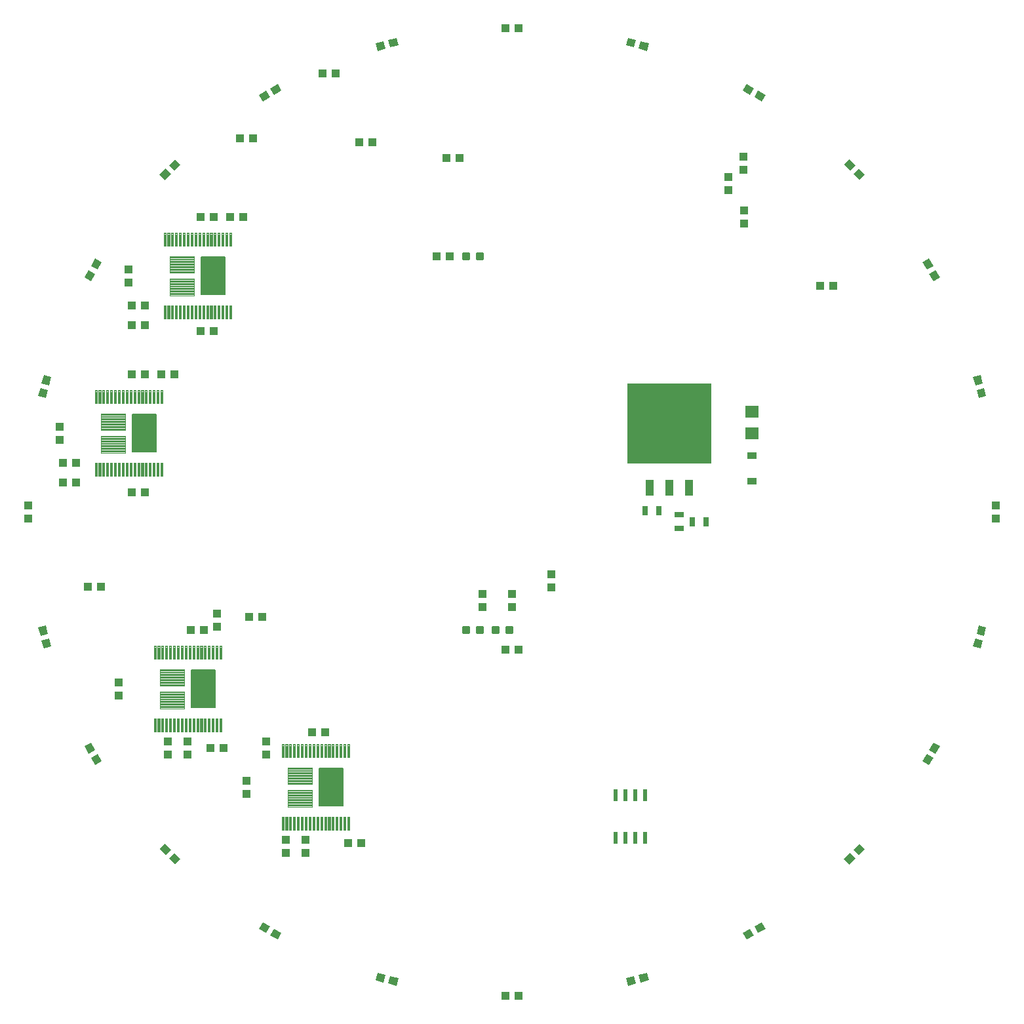
<source format=gbr>
G04 EAGLE Gerber X2 export*
%TF.Part,Single*%
%TF.FileFunction,Paste,Top*%
%TF.FilePolarity,Positive*%
%TF.GenerationSoftware,Autodesk,EAGLE,8.6.0*%
%TF.CreationDate,2019-04-04T15:37:23Z*%
G75*
%MOMM*%
%FSLAX34Y34*%
%LPD*%
%AMOC8*
5,1,8,0,0,1.08239X$1,22.5*%
G01*
%ADD10R,1.100000X1.000000*%
%ADD11R,1.000000X1.100000*%
%ADD12R,0.609600X1.524000*%
%ADD13R,1.066800X2.159000*%
%ADD14R,10.800000X10.410000*%
%ADD15R,0.800000X1.200000*%
%ADD16R,1.800000X1.600000*%
%ADD17R,1.200000X0.800000*%
%ADD18R,1.220000X0.910000*%
%ADD19C,0.300000*%
%ADD20C,0.087500*%
%ADD21C,0.114300*%
%ADD22C,0.162500*%


D10*
X-8500Y625000D03*
X8500Y625000D03*
G36*
X157570Y599651D02*
X146946Y602498D01*
X149534Y612157D01*
X160158Y609310D01*
X157570Y599651D01*
G37*
G36*
X173990Y595251D02*
X163366Y598098D01*
X165954Y607757D01*
X176578Y604910D01*
X173990Y595251D01*
G37*
G36*
X307402Y538436D02*
X297876Y543936D01*
X302876Y552596D01*
X312402Y547096D01*
X307402Y538436D01*
G37*
G36*
X322124Y529936D02*
X312598Y535436D01*
X317598Y544096D01*
X327124Y538596D01*
X322124Y529936D01*
G37*
G36*
X436284Y440528D02*
X428507Y448305D01*
X435578Y455376D01*
X443355Y447599D01*
X436284Y440528D01*
G37*
G36*
X448305Y428507D02*
X440528Y436284D01*
X447599Y443355D01*
X455376Y435578D01*
X448305Y428507D01*
G37*
G36*
X535436Y312598D02*
X529936Y322124D01*
X538596Y327124D01*
X544096Y317598D01*
X535436Y312598D01*
G37*
G36*
X543936Y297876D02*
X538436Y307402D01*
X547096Y312402D01*
X552596Y302876D01*
X543936Y297876D01*
G37*
G36*
X598098Y163366D02*
X595251Y173990D01*
X604910Y176578D01*
X607757Y165954D01*
X598098Y163366D01*
G37*
G36*
X602498Y146946D02*
X599651Y157570D01*
X609310Y160158D01*
X612157Y149534D01*
X602498Y146946D01*
G37*
D11*
X625000Y8500D03*
X625000Y-8500D03*
D10*
G36*
X599651Y-157570D02*
X602498Y-146946D01*
X612157Y-149534D01*
X609310Y-160158D01*
X599651Y-157570D01*
G37*
G36*
X595251Y-173990D02*
X598098Y-163366D01*
X607757Y-165954D01*
X604910Y-176578D01*
X595251Y-173990D01*
G37*
G36*
X538436Y-307402D02*
X543936Y-297876D01*
X552596Y-302876D01*
X547096Y-312402D01*
X538436Y-307402D01*
G37*
G36*
X529936Y-322124D02*
X535436Y-312598D01*
X544096Y-317598D01*
X538596Y-327124D01*
X529936Y-322124D01*
G37*
G36*
X440528Y-436284D02*
X448305Y-428507D01*
X455376Y-435578D01*
X447599Y-443355D01*
X440528Y-436284D01*
G37*
G36*
X428507Y-448305D02*
X436284Y-440528D01*
X443355Y-447599D01*
X435578Y-455376D01*
X428507Y-448305D01*
G37*
G36*
X312598Y-535436D02*
X322124Y-529936D01*
X327124Y-538596D01*
X317598Y-544096D01*
X312598Y-535436D01*
G37*
G36*
X297876Y-543936D02*
X307402Y-538436D01*
X312402Y-547096D01*
X302876Y-552596D01*
X297876Y-543936D01*
G37*
G36*
X163366Y-598098D02*
X173990Y-595251D01*
X176578Y-604910D01*
X165954Y-607757D01*
X163366Y-598098D01*
G37*
G36*
X146946Y-602498D02*
X157570Y-599651D01*
X160158Y-609310D01*
X149534Y-612157D01*
X146946Y-602498D01*
G37*
X8500Y-625000D03*
X-8500Y-625000D03*
G36*
X-157570Y-599651D02*
X-146946Y-602498D01*
X-149534Y-612157D01*
X-160158Y-609310D01*
X-157570Y-599651D01*
G37*
G36*
X-173990Y-595251D02*
X-163366Y-598098D01*
X-165954Y-607757D01*
X-176578Y-604910D01*
X-173990Y-595251D01*
G37*
G36*
X-307402Y-538436D02*
X-297876Y-543936D01*
X-302876Y-552596D01*
X-312402Y-547096D01*
X-307402Y-538436D01*
G37*
G36*
X-322124Y-529936D02*
X-312598Y-535436D01*
X-317598Y-544096D01*
X-327124Y-538596D01*
X-322124Y-529936D01*
G37*
G36*
X-436284Y-440528D02*
X-428507Y-448305D01*
X-435578Y-455376D01*
X-443355Y-447599D01*
X-436284Y-440528D01*
G37*
G36*
X-448305Y-428507D02*
X-440528Y-436284D01*
X-447599Y-443355D01*
X-455376Y-435578D01*
X-448305Y-428507D01*
G37*
G36*
X-535436Y-312598D02*
X-529936Y-322124D01*
X-538596Y-327124D01*
X-544096Y-317598D01*
X-535436Y-312598D01*
G37*
G36*
X-543936Y-297876D02*
X-538436Y-307402D01*
X-547096Y-312402D01*
X-552596Y-302876D01*
X-543936Y-297876D01*
G37*
G36*
X-598098Y-163366D02*
X-595251Y-173990D01*
X-604910Y-176578D01*
X-607757Y-165954D01*
X-598098Y-163366D01*
G37*
G36*
X-602498Y-146946D02*
X-599651Y-157570D01*
X-609310Y-160158D01*
X-612157Y-149534D01*
X-602498Y-146946D01*
G37*
D11*
X-625000Y-8500D03*
X-625000Y8500D03*
D10*
G36*
X-599651Y157570D02*
X-602498Y146946D01*
X-612157Y149534D01*
X-609310Y160158D01*
X-599651Y157570D01*
G37*
G36*
X-595251Y173990D02*
X-598098Y163366D01*
X-607757Y165954D01*
X-604910Y176578D01*
X-595251Y173990D01*
G37*
G36*
X-538436Y307402D02*
X-543936Y297876D01*
X-552596Y302876D01*
X-547096Y312402D01*
X-538436Y307402D01*
G37*
G36*
X-529936Y322124D02*
X-535436Y312598D01*
X-544096Y317598D01*
X-538596Y327124D01*
X-529936Y322124D01*
G37*
G36*
X-440528Y436284D02*
X-448305Y428507D01*
X-455376Y435578D01*
X-447599Y443355D01*
X-440528Y436284D01*
G37*
G36*
X-428507Y448305D02*
X-436284Y440528D01*
X-443355Y447599D01*
X-435578Y455376D01*
X-428507Y448305D01*
G37*
G36*
X-312598Y535436D02*
X-322124Y529936D01*
X-327124Y538596D01*
X-317598Y544096D01*
X-312598Y535436D01*
G37*
G36*
X-297876Y543936D02*
X-307402Y538436D01*
X-312402Y547096D01*
X-302876Y552596D01*
X-297876Y543936D01*
G37*
G36*
X-163366Y598098D02*
X-173990Y595251D01*
X-176578Y604910D01*
X-165954Y607757D01*
X-163366Y598098D01*
G37*
G36*
X-146946Y602498D02*
X-157570Y599651D01*
X-160158Y609310D01*
X-149534Y612157D01*
X-146946Y602498D01*
G37*
D11*
X279028Y432308D03*
X279028Y415308D03*
X298668Y458606D03*
X298668Y441606D03*
D12*
X171450Y-366268D03*
X171450Y-421132D03*
X158750Y-366268D03*
X146050Y-366268D03*
X158750Y-421132D03*
X146050Y-421132D03*
X133350Y-366268D03*
X133350Y-421132D03*
D10*
X8500Y-177800D03*
X-8500Y-177800D03*
D11*
X50800Y-97400D03*
X50800Y-80400D03*
D10*
X-67700Y457200D03*
X-84700Y457200D03*
X-197730Y477520D03*
X-180730Y477520D03*
X-227720Y566420D03*
X-244720Y566420D03*
X-531250Y-96520D03*
X-548250Y-96520D03*
X-351400Y482600D03*
X-334400Y482600D03*
D11*
X299539Y372500D03*
X299539Y389500D03*
D10*
X397900Y292100D03*
X414900Y292100D03*
X-339970Y-135890D03*
X-322970Y-135890D03*
D13*
X177800Y30988D03*
X203200Y30988D03*
X228600Y30988D03*
D14*
X203200Y114300D03*
D15*
X250300Y-12700D03*
X232300Y-12700D03*
D16*
X309880Y101570D03*
X309880Y129570D03*
D17*
X215900Y-3700D03*
X215900Y-21700D03*
D15*
X189340Y1270D03*
X171340Y1270D03*
D18*
X309880Y72255D03*
X309880Y39505D03*
D19*
X-56070Y-148900D02*
X-56070Y-155900D01*
X-63070Y-155900D01*
X-63070Y-148900D01*
X-56070Y-148900D01*
X-56070Y-152901D02*
X-63070Y-152901D01*
X-63070Y-149902D02*
X-56070Y-149902D01*
X-38530Y-148900D02*
X-38530Y-155900D01*
X-45530Y-155900D01*
X-45530Y-148900D01*
X-38530Y-148900D01*
X-38530Y-152901D02*
X-45530Y-152901D01*
X-45530Y-149902D02*
X-38530Y-149902D01*
X-17970Y-148900D02*
X-17970Y-155900D01*
X-24970Y-155900D01*
X-24970Y-148900D01*
X-17970Y-148900D01*
X-17970Y-152901D02*
X-24970Y-152901D01*
X-24970Y-149902D02*
X-17970Y-149902D01*
X-430Y-148900D02*
X-430Y-155900D01*
X-7430Y-155900D01*
X-7430Y-148900D01*
X-430Y-148900D01*
X-430Y-152901D02*
X-7430Y-152901D01*
X-7430Y-149902D02*
X-430Y-149902D01*
D11*
X-38100Y-105800D03*
X-38100Y-122800D03*
X0Y-105800D03*
X0Y-122800D03*
D20*
X-447587Y249137D02*
X-447587Y266163D01*
X-447587Y249137D02*
X-450213Y249137D01*
X-450213Y266163D01*
X-447587Y266163D01*
X-447587Y250011D02*
X-450213Y250011D01*
X-450213Y250885D02*
X-447587Y250885D01*
X-447587Y251759D02*
X-450213Y251759D01*
X-450213Y252633D02*
X-447587Y252633D01*
X-447587Y253507D02*
X-450213Y253507D01*
X-450213Y254381D02*
X-447587Y254381D01*
X-447587Y255255D02*
X-450213Y255255D01*
X-450213Y256129D02*
X-447587Y256129D01*
X-447587Y257003D02*
X-450213Y257003D01*
X-450213Y257877D02*
X-447587Y257877D01*
X-447587Y258751D02*
X-450213Y258751D01*
X-450213Y259625D02*
X-447587Y259625D01*
X-447587Y260499D02*
X-450213Y260499D01*
X-450213Y261373D02*
X-447587Y261373D01*
X-447587Y262247D02*
X-450213Y262247D01*
X-450213Y263121D02*
X-447587Y263121D01*
X-447587Y263995D02*
X-450213Y263995D01*
X-450213Y264869D02*
X-447587Y264869D01*
X-447587Y265743D02*
X-450213Y265743D01*
X-442587Y266163D02*
X-442587Y249137D01*
X-445213Y249137D01*
X-445213Y266163D01*
X-442587Y266163D01*
X-442587Y250011D02*
X-445213Y250011D01*
X-445213Y250885D02*
X-442587Y250885D01*
X-442587Y251759D02*
X-445213Y251759D01*
X-445213Y252633D02*
X-442587Y252633D01*
X-442587Y253507D02*
X-445213Y253507D01*
X-445213Y254381D02*
X-442587Y254381D01*
X-442587Y255255D02*
X-445213Y255255D01*
X-445213Y256129D02*
X-442587Y256129D01*
X-442587Y257003D02*
X-445213Y257003D01*
X-445213Y257877D02*
X-442587Y257877D01*
X-442587Y258751D02*
X-445213Y258751D01*
X-445213Y259625D02*
X-442587Y259625D01*
X-442587Y260499D02*
X-445213Y260499D01*
X-445213Y261373D02*
X-442587Y261373D01*
X-442587Y262247D02*
X-445213Y262247D01*
X-445213Y263121D02*
X-442587Y263121D01*
X-442587Y263995D02*
X-445213Y263995D01*
X-445213Y264869D02*
X-442587Y264869D01*
X-442587Y265743D02*
X-445213Y265743D01*
X-437587Y266163D02*
X-437587Y249137D01*
X-440213Y249137D01*
X-440213Y266163D01*
X-437587Y266163D01*
X-437587Y250011D02*
X-440213Y250011D01*
X-440213Y250885D02*
X-437587Y250885D01*
X-437587Y251759D02*
X-440213Y251759D01*
X-440213Y252633D02*
X-437587Y252633D01*
X-437587Y253507D02*
X-440213Y253507D01*
X-440213Y254381D02*
X-437587Y254381D01*
X-437587Y255255D02*
X-440213Y255255D01*
X-440213Y256129D02*
X-437587Y256129D01*
X-437587Y257003D02*
X-440213Y257003D01*
X-440213Y257877D02*
X-437587Y257877D01*
X-437587Y258751D02*
X-440213Y258751D01*
X-440213Y259625D02*
X-437587Y259625D01*
X-437587Y260499D02*
X-440213Y260499D01*
X-440213Y261373D02*
X-437587Y261373D01*
X-437587Y262247D02*
X-440213Y262247D01*
X-440213Y263121D02*
X-437587Y263121D01*
X-437587Y263995D02*
X-440213Y263995D01*
X-440213Y264869D02*
X-437587Y264869D01*
X-437587Y265743D02*
X-440213Y265743D01*
X-432587Y266163D02*
X-432587Y249137D01*
X-435213Y249137D01*
X-435213Y266163D01*
X-432587Y266163D01*
X-432587Y250011D02*
X-435213Y250011D01*
X-435213Y250885D02*
X-432587Y250885D01*
X-432587Y251759D02*
X-435213Y251759D01*
X-435213Y252633D02*
X-432587Y252633D01*
X-432587Y253507D02*
X-435213Y253507D01*
X-435213Y254381D02*
X-432587Y254381D01*
X-432587Y255255D02*
X-435213Y255255D01*
X-435213Y256129D02*
X-432587Y256129D01*
X-432587Y257003D02*
X-435213Y257003D01*
X-435213Y257877D02*
X-432587Y257877D01*
X-432587Y258751D02*
X-435213Y258751D01*
X-435213Y259625D02*
X-432587Y259625D01*
X-432587Y260499D02*
X-435213Y260499D01*
X-435213Y261373D02*
X-432587Y261373D01*
X-432587Y262247D02*
X-435213Y262247D01*
X-435213Y263121D02*
X-432587Y263121D01*
X-432587Y263995D02*
X-435213Y263995D01*
X-435213Y264869D02*
X-432587Y264869D01*
X-432587Y265743D02*
X-435213Y265743D01*
X-427587Y266163D02*
X-427587Y249137D01*
X-430213Y249137D01*
X-430213Y266163D01*
X-427587Y266163D01*
X-427587Y250011D02*
X-430213Y250011D01*
X-430213Y250885D02*
X-427587Y250885D01*
X-427587Y251759D02*
X-430213Y251759D01*
X-430213Y252633D02*
X-427587Y252633D01*
X-427587Y253507D02*
X-430213Y253507D01*
X-430213Y254381D02*
X-427587Y254381D01*
X-427587Y255255D02*
X-430213Y255255D01*
X-430213Y256129D02*
X-427587Y256129D01*
X-427587Y257003D02*
X-430213Y257003D01*
X-430213Y257877D02*
X-427587Y257877D01*
X-427587Y258751D02*
X-430213Y258751D01*
X-430213Y259625D02*
X-427587Y259625D01*
X-427587Y260499D02*
X-430213Y260499D01*
X-430213Y261373D02*
X-427587Y261373D01*
X-427587Y262247D02*
X-430213Y262247D01*
X-430213Y263121D02*
X-427587Y263121D01*
X-427587Y263995D02*
X-430213Y263995D01*
X-430213Y264869D02*
X-427587Y264869D01*
X-427587Y265743D02*
X-430213Y265743D01*
X-422587Y266163D02*
X-422587Y249137D01*
X-425213Y249137D01*
X-425213Y266163D01*
X-422587Y266163D01*
X-422587Y250011D02*
X-425213Y250011D01*
X-425213Y250885D02*
X-422587Y250885D01*
X-422587Y251759D02*
X-425213Y251759D01*
X-425213Y252633D02*
X-422587Y252633D01*
X-422587Y253507D02*
X-425213Y253507D01*
X-425213Y254381D02*
X-422587Y254381D01*
X-422587Y255255D02*
X-425213Y255255D01*
X-425213Y256129D02*
X-422587Y256129D01*
X-422587Y257003D02*
X-425213Y257003D01*
X-425213Y257877D02*
X-422587Y257877D01*
X-422587Y258751D02*
X-425213Y258751D01*
X-425213Y259625D02*
X-422587Y259625D01*
X-422587Y260499D02*
X-425213Y260499D01*
X-425213Y261373D02*
X-422587Y261373D01*
X-422587Y262247D02*
X-425213Y262247D01*
X-425213Y263121D02*
X-422587Y263121D01*
X-422587Y263995D02*
X-425213Y263995D01*
X-425213Y264869D02*
X-422587Y264869D01*
X-422587Y265743D02*
X-425213Y265743D01*
X-417587Y266163D02*
X-417587Y249137D01*
X-420213Y249137D01*
X-420213Y266163D01*
X-417587Y266163D01*
X-417587Y250011D02*
X-420213Y250011D01*
X-420213Y250885D02*
X-417587Y250885D01*
X-417587Y251759D02*
X-420213Y251759D01*
X-420213Y252633D02*
X-417587Y252633D01*
X-417587Y253507D02*
X-420213Y253507D01*
X-420213Y254381D02*
X-417587Y254381D01*
X-417587Y255255D02*
X-420213Y255255D01*
X-420213Y256129D02*
X-417587Y256129D01*
X-417587Y257003D02*
X-420213Y257003D01*
X-420213Y257877D02*
X-417587Y257877D01*
X-417587Y258751D02*
X-420213Y258751D01*
X-420213Y259625D02*
X-417587Y259625D01*
X-417587Y260499D02*
X-420213Y260499D01*
X-420213Y261373D02*
X-417587Y261373D01*
X-417587Y262247D02*
X-420213Y262247D01*
X-420213Y263121D02*
X-417587Y263121D01*
X-417587Y263995D02*
X-420213Y263995D01*
X-420213Y264869D02*
X-417587Y264869D01*
X-417587Y265743D02*
X-420213Y265743D01*
X-412587Y266163D02*
X-412587Y249137D01*
X-415213Y249137D01*
X-415213Y266163D01*
X-412587Y266163D01*
X-412587Y250011D02*
X-415213Y250011D01*
X-415213Y250885D02*
X-412587Y250885D01*
X-412587Y251759D02*
X-415213Y251759D01*
X-415213Y252633D02*
X-412587Y252633D01*
X-412587Y253507D02*
X-415213Y253507D01*
X-415213Y254381D02*
X-412587Y254381D01*
X-412587Y255255D02*
X-415213Y255255D01*
X-415213Y256129D02*
X-412587Y256129D01*
X-412587Y257003D02*
X-415213Y257003D01*
X-415213Y257877D02*
X-412587Y257877D01*
X-412587Y258751D02*
X-415213Y258751D01*
X-415213Y259625D02*
X-412587Y259625D01*
X-412587Y260499D02*
X-415213Y260499D01*
X-415213Y261373D02*
X-412587Y261373D01*
X-412587Y262247D02*
X-415213Y262247D01*
X-415213Y263121D02*
X-412587Y263121D01*
X-412587Y263995D02*
X-415213Y263995D01*
X-415213Y264869D02*
X-412587Y264869D01*
X-412587Y265743D02*
X-415213Y265743D01*
X-407587Y266163D02*
X-407587Y249137D01*
X-410213Y249137D01*
X-410213Y266163D01*
X-407587Y266163D01*
X-407587Y250011D02*
X-410213Y250011D01*
X-410213Y250885D02*
X-407587Y250885D01*
X-407587Y251759D02*
X-410213Y251759D01*
X-410213Y252633D02*
X-407587Y252633D01*
X-407587Y253507D02*
X-410213Y253507D01*
X-410213Y254381D02*
X-407587Y254381D01*
X-407587Y255255D02*
X-410213Y255255D01*
X-410213Y256129D02*
X-407587Y256129D01*
X-407587Y257003D02*
X-410213Y257003D01*
X-410213Y257877D02*
X-407587Y257877D01*
X-407587Y258751D02*
X-410213Y258751D01*
X-410213Y259625D02*
X-407587Y259625D01*
X-407587Y260499D02*
X-410213Y260499D01*
X-410213Y261373D02*
X-407587Y261373D01*
X-407587Y262247D02*
X-410213Y262247D01*
X-410213Y263121D02*
X-407587Y263121D01*
X-407587Y263995D02*
X-410213Y263995D01*
X-410213Y264869D02*
X-407587Y264869D01*
X-407587Y265743D02*
X-410213Y265743D01*
X-402587Y266163D02*
X-402587Y249137D01*
X-405213Y249137D01*
X-405213Y266163D01*
X-402587Y266163D01*
X-402587Y250011D02*
X-405213Y250011D01*
X-405213Y250885D02*
X-402587Y250885D01*
X-402587Y251759D02*
X-405213Y251759D01*
X-405213Y252633D02*
X-402587Y252633D01*
X-402587Y253507D02*
X-405213Y253507D01*
X-405213Y254381D02*
X-402587Y254381D01*
X-402587Y255255D02*
X-405213Y255255D01*
X-405213Y256129D02*
X-402587Y256129D01*
X-402587Y257003D02*
X-405213Y257003D01*
X-405213Y257877D02*
X-402587Y257877D01*
X-402587Y258751D02*
X-405213Y258751D01*
X-405213Y259625D02*
X-402587Y259625D01*
X-402587Y260499D02*
X-405213Y260499D01*
X-405213Y261373D02*
X-402587Y261373D01*
X-402587Y262247D02*
X-405213Y262247D01*
X-405213Y263121D02*
X-402587Y263121D01*
X-402587Y263995D02*
X-405213Y263995D01*
X-405213Y264869D02*
X-402587Y264869D01*
X-402587Y265743D02*
X-405213Y265743D01*
X-397587Y266163D02*
X-397587Y249137D01*
X-400213Y249137D01*
X-400213Y266163D01*
X-397587Y266163D01*
X-397587Y250011D02*
X-400213Y250011D01*
X-400213Y250885D02*
X-397587Y250885D01*
X-397587Y251759D02*
X-400213Y251759D01*
X-400213Y252633D02*
X-397587Y252633D01*
X-397587Y253507D02*
X-400213Y253507D01*
X-400213Y254381D02*
X-397587Y254381D01*
X-397587Y255255D02*
X-400213Y255255D01*
X-400213Y256129D02*
X-397587Y256129D01*
X-397587Y257003D02*
X-400213Y257003D01*
X-400213Y257877D02*
X-397587Y257877D01*
X-397587Y258751D02*
X-400213Y258751D01*
X-400213Y259625D02*
X-397587Y259625D01*
X-397587Y260499D02*
X-400213Y260499D01*
X-400213Y261373D02*
X-397587Y261373D01*
X-397587Y262247D02*
X-400213Y262247D01*
X-400213Y263121D02*
X-397587Y263121D01*
X-397587Y263995D02*
X-400213Y263995D01*
X-400213Y264869D02*
X-397587Y264869D01*
X-397587Y265743D02*
X-400213Y265743D01*
X-392587Y266163D02*
X-392587Y249137D01*
X-395213Y249137D01*
X-395213Y266163D01*
X-392587Y266163D01*
X-392587Y250011D02*
X-395213Y250011D01*
X-395213Y250885D02*
X-392587Y250885D01*
X-392587Y251759D02*
X-395213Y251759D01*
X-395213Y252633D02*
X-392587Y252633D01*
X-392587Y253507D02*
X-395213Y253507D01*
X-395213Y254381D02*
X-392587Y254381D01*
X-392587Y255255D02*
X-395213Y255255D01*
X-395213Y256129D02*
X-392587Y256129D01*
X-392587Y257003D02*
X-395213Y257003D01*
X-395213Y257877D02*
X-392587Y257877D01*
X-392587Y258751D02*
X-395213Y258751D01*
X-395213Y259625D02*
X-392587Y259625D01*
X-392587Y260499D02*
X-395213Y260499D01*
X-395213Y261373D02*
X-392587Y261373D01*
X-392587Y262247D02*
X-395213Y262247D01*
X-395213Y263121D02*
X-392587Y263121D01*
X-392587Y263995D02*
X-395213Y263995D01*
X-395213Y264869D02*
X-392587Y264869D01*
X-392587Y265743D02*
X-395213Y265743D01*
X-387587Y266163D02*
X-387587Y249137D01*
X-390213Y249137D01*
X-390213Y266163D01*
X-387587Y266163D01*
X-387587Y250011D02*
X-390213Y250011D01*
X-390213Y250885D02*
X-387587Y250885D01*
X-387587Y251759D02*
X-390213Y251759D01*
X-390213Y252633D02*
X-387587Y252633D01*
X-387587Y253507D02*
X-390213Y253507D01*
X-390213Y254381D02*
X-387587Y254381D01*
X-387587Y255255D02*
X-390213Y255255D01*
X-390213Y256129D02*
X-387587Y256129D01*
X-387587Y257003D02*
X-390213Y257003D01*
X-390213Y257877D02*
X-387587Y257877D01*
X-387587Y258751D02*
X-390213Y258751D01*
X-390213Y259625D02*
X-387587Y259625D01*
X-387587Y260499D02*
X-390213Y260499D01*
X-390213Y261373D02*
X-387587Y261373D01*
X-387587Y262247D02*
X-390213Y262247D01*
X-390213Y263121D02*
X-387587Y263121D01*
X-387587Y263995D02*
X-390213Y263995D01*
X-390213Y264869D02*
X-387587Y264869D01*
X-387587Y265743D02*
X-390213Y265743D01*
X-382587Y266163D02*
X-382587Y249137D01*
X-385213Y249137D01*
X-385213Y266163D01*
X-382587Y266163D01*
X-382587Y250011D02*
X-385213Y250011D01*
X-385213Y250885D02*
X-382587Y250885D01*
X-382587Y251759D02*
X-385213Y251759D01*
X-385213Y252633D02*
X-382587Y252633D01*
X-382587Y253507D02*
X-385213Y253507D01*
X-385213Y254381D02*
X-382587Y254381D01*
X-382587Y255255D02*
X-385213Y255255D01*
X-385213Y256129D02*
X-382587Y256129D01*
X-382587Y257003D02*
X-385213Y257003D01*
X-385213Y257877D02*
X-382587Y257877D01*
X-382587Y258751D02*
X-385213Y258751D01*
X-385213Y259625D02*
X-382587Y259625D01*
X-382587Y260499D02*
X-385213Y260499D01*
X-385213Y261373D02*
X-382587Y261373D01*
X-382587Y262247D02*
X-385213Y262247D01*
X-385213Y263121D02*
X-382587Y263121D01*
X-382587Y263995D02*
X-385213Y263995D01*
X-385213Y264869D02*
X-382587Y264869D01*
X-382587Y265743D02*
X-385213Y265743D01*
X-377587Y266163D02*
X-377587Y249137D01*
X-380213Y249137D01*
X-380213Y266163D01*
X-377587Y266163D01*
X-377587Y250011D02*
X-380213Y250011D01*
X-380213Y250885D02*
X-377587Y250885D01*
X-377587Y251759D02*
X-380213Y251759D01*
X-380213Y252633D02*
X-377587Y252633D01*
X-377587Y253507D02*
X-380213Y253507D01*
X-380213Y254381D02*
X-377587Y254381D01*
X-377587Y255255D02*
X-380213Y255255D01*
X-380213Y256129D02*
X-377587Y256129D01*
X-377587Y257003D02*
X-380213Y257003D01*
X-380213Y257877D02*
X-377587Y257877D01*
X-377587Y258751D02*
X-380213Y258751D01*
X-380213Y259625D02*
X-377587Y259625D01*
X-377587Y260499D02*
X-380213Y260499D01*
X-380213Y261373D02*
X-377587Y261373D01*
X-377587Y262247D02*
X-380213Y262247D01*
X-380213Y263121D02*
X-377587Y263121D01*
X-377587Y263995D02*
X-380213Y263995D01*
X-380213Y264869D02*
X-377587Y264869D01*
X-377587Y265743D02*
X-380213Y265743D01*
X-372587Y266163D02*
X-372587Y249137D01*
X-375213Y249137D01*
X-375213Y266163D01*
X-372587Y266163D01*
X-372587Y250011D02*
X-375213Y250011D01*
X-375213Y250885D02*
X-372587Y250885D01*
X-372587Y251759D02*
X-375213Y251759D01*
X-375213Y252633D02*
X-372587Y252633D01*
X-372587Y253507D02*
X-375213Y253507D01*
X-375213Y254381D02*
X-372587Y254381D01*
X-372587Y255255D02*
X-375213Y255255D01*
X-375213Y256129D02*
X-372587Y256129D01*
X-372587Y257003D02*
X-375213Y257003D01*
X-375213Y257877D02*
X-372587Y257877D01*
X-372587Y258751D02*
X-375213Y258751D01*
X-375213Y259625D02*
X-372587Y259625D01*
X-372587Y260499D02*
X-375213Y260499D01*
X-375213Y261373D02*
X-372587Y261373D01*
X-372587Y262247D02*
X-375213Y262247D01*
X-375213Y263121D02*
X-372587Y263121D01*
X-372587Y263995D02*
X-375213Y263995D01*
X-375213Y264869D02*
X-372587Y264869D01*
X-372587Y265743D02*
X-375213Y265743D01*
X-367587Y266163D02*
X-367587Y249137D01*
X-370213Y249137D01*
X-370213Y266163D01*
X-367587Y266163D01*
X-367587Y250011D02*
X-370213Y250011D01*
X-370213Y250885D02*
X-367587Y250885D01*
X-367587Y251759D02*
X-370213Y251759D01*
X-370213Y252633D02*
X-367587Y252633D01*
X-367587Y253507D02*
X-370213Y253507D01*
X-370213Y254381D02*
X-367587Y254381D01*
X-367587Y255255D02*
X-370213Y255255D01*
X-370213Y256129D02*
X-367587Y256129D01*
X-367587Y257003D02*
X-370213Y257003D01*
X-370213Y257877D02*
X-367587Y257877D01*
X-367587Y258751D02*
X-370213Y258751D01*
X-370213Y259625D02*
X-367587Y259625D01*
X-367587Y260499D02*
X-370213Y260499D01*
X-370213Y261373D02*
X-367587Y261373D01*
X-367587Y262247D02*
X-370213Y262247D01*
X-370213Y263121D02*
X-367587Y263121D01*
X-367587Y263995D02*
X-370213Y263995D01*
X-370213Y264869D02*
X-367587Y264869D01*
X-367587Y265743D02*
X-370213Y265743D01*
X-362587Y266163D02*
X-362587Y249137D01*
X-365213Y249137D01*
X-365213Y266163D01*
X-362587Y266163D01*
X-362587Y250011D02*
X-365213Y250011D01*
X-365213Y250885D02*
X-362587Y250885D01*
X-362587Y251759D02*
X-365213Y251759D01*
X-365213Y252633D02*
X-362587Y252633D01*
X-362587Y253507D02*
X-365213Y253507D01*
X-365213Y254381D02*
X-362587Y254381D01*
X-362587Y255255D02*
X-365213Y255255D01*
X-365213Y256129D02*
X-362587Y256129D01*
X-362587Y257003D02*
X-365213Y257003D01*
X-365213Y257877D02*
X-362587Y257877D01*
X-362587Y258751D02*
X-365213Y258751D01*
X-365213Y259625D02*
X-362587Y259625D01*
X-362587Y260499D02*
X-365213Y260499D01*
X-365213Y261373D02*
X-362587Y261373D01*
X-362587Y262247D02*
X-365213Y262247D01*
X-365213Y263121D02*
X-362587Y263121D01*
X-362587Y263995D02*
X-365213Y263995D01*
X-365213Y264869D02*
X-362587Y264869D01*
X-362587Y265743D02*
X-365213Y265743D01*
X-362587Y343437D02*
X-362587Y360463D01*
X-362587Y343437D02*
X-365213Y343437D01*
X-365213Y360463D01*
X-362587Y360463D01*
X-362587Y344311D02*
X-365213Y344311D01*
X-365213Y345185D02*
X-362587Y345185D01*
X-362587Y346059D02*
X-365213Y346059D01*
X-365213Y346933D02*
X-362587Y346933D01*
X-362587Y347807D02*
X-365213Y347807D01*
X-365213Y348681D02*
X-362587Y348681D01*
X-362587Y349555D02*
X-365213Y349555D01*
X-365213Y350429D02*
X-362587Y350429D01*
X-362587Y351303D02*
X-365213Y351303D01*
X-365213Y352177D02*
X-362587Y352177D01*
X-362587Y353051D02*
X-365213Y353051D01*
X-365213Y353925D02*
X-362587Y353925D01*
X-362587Y354799D02*
X-365213Y354799D01*
X-365213Y355673D02*
X-362587Y355673D01*
X-362587Y356547D02*
X-365213Y356547D01*
X-365213Y357421D02*
X-362587Y357421D01*
X-362587Y358295D02*
X-365213Y358295D01*
X-365213Y359169D02*
X-362587Y359169D01*
X-362587Y360043D02*
X-365213Y360043D01*
X-367587Y360463D02*
X-367587Y343437D01*
X-370213Y343437D01*
X-370213Y360463D01*
X-367587Y360463D01*
X-367587Y344311D02*
X-370213Y344311D01*
X-370213Y345185D02*
X-367587Y345185D01*
X-367587Y346059D02*
X-370213Y346059D01*
X-370213Y346933D02*
X-367587Y346933D01*
X-367587Y347807D02*
X-370213Y347807D01*
X-370213Y348681D02*
X-367587Y348681D01*
X-367587Y349555D02*
X-370213Y349555D01*
X-370213Y350429D02*
X-367587Y350429D01*
X-367587Y351303D02*
X-370213Y351303D01*
X-370213Y352177D02*
X-367587Y352177D01*
X-367587Y353051D02*
X-370213Y353051D01*
X-370213Y353925D02*
X-367587Y353925D01*
X-367587Y354799D02*
X-370213Y354799D01*
X-370213Y355673D02*
X-367587Y355673D01*
X-367587Y356547D02*
X-370213Y356547D01*
X-370213Y357421D02*
X-367587Y357421D01*
X-367587Y358295D02*
X-370213Y358295D01*
X-370213Y359169D02*
X-367587Y359169D01*
X-367587Y360043D02*
X-370213Y360043D01*
X-372587Y360463D02*
X-372587Y343437D01*
X-375213Y343437D01*
X-375213Y360463D01*
X-372587Y360463D01*
X-372587Y344311D02*
X-375213Y344311D01*
X-375213Y345185D02*
X-372587Y345185D01*
X-372587Y346059D02*
X-375213Y346059D01*
X-375213Y346933D02*
X-372587Y346933D01*
X-372587Y347807D02*
X-375213Y347807D01*
X-375213Y348681D02*
X-372587Y348681D01*
X-372587Y349555D02*
X-375213Y349555D01*
X-375213Y350429D02*
X-372587Y350429D01*
X-372587Y351303D02*
X-375213Y351303D01*
X-375213Y352177D02*
X-372587Y352177D01*
X-372587Y353051D02*
X-375213Y353051D01*
X-375213Y353925D02*
X-372587Y353925D01*
X-372587Y354799D02*
X-375213Y354799D01*
X-375213Y355673D02*
X-372587Y355673D01*
X-372587Y356547D02*
X-375213Y356547D01*
X-375213Y357421D02*
X-372587Y357421D01*
X-372587Y358295D02*
X-375213Y358295D01*
X-375213Y359169D02*
X-372587Y359169D01*
X-372587Y360043D02*
X-375213Y360043D01*
X-377587Y360463D02*
X-377587Y343437D01*
X-380213Y343437D01*
X-380213Y360463D01*
X-377587Y360463D01*
X-377587Y344311D02*
X-380213Y344311D01*
X-380213Y345185D02*
X-377587Y345185D01*
X-377587Y346059D02*
X-380213Y346059D01*
X-380213Y346933D02*
X-377587Y346933D01*
X-377587Y347807D02*
X-380213Y347807D01*
X-380213Y348681D02*
X-377587Y348681D01*
X-377587Y349555D02*
X-380213Y349555D01*
X-380213Y350429D02*
X-377587Y350429D01*
X-377587Y351303D02*
X-380213Y351303D01*
X-380213Y352177D02*
X-377587Y352177D01*
X-377587Y353051D02*
X-380213Y353051D01*
X-380213Y353925D02*
X-377587Y353925D01*
X-377587Y354799D02*
X-380213Y354799D01*
X-380213Y355673D02*
X-377587Y355673D01*
X-377587Y356547D02*
X-380213Y356547D01*
X-380213Y357421D02*
X-377587Y357421D01*
X-377587Y358295D02*
X-380213Y358295D01*
X-380213Y359169D02*
X-377587Y359169D01*
X-377587Y360043D02*
X-380213Y360043D01*
X-382587Y360463D02*
X-382587Y343437D01*
X-385213Y343437D01*
X-385213Y360463D01*
X-382587Y360463D01*
X-382587Y344311D02*
X-385213Y344311D01*
X-385213Y345185D02*
X-382587Y345185D01*
X-382587Y346059D02*
X-385213Y346059D01*
X-385213Y346933D02*
X-382587Y346933D01*
X-382587Y347807D02*
X-385213Y347807D01*
X-385213Y348681D02*
X-382587Y348681D01*
X-382587Y349555D02*
X-385213Y349555D01*
X-385213Y350429D02*
X-382587Y350429D01*
X-382587Y351303D02*
X-385213Y351303D01*
X-385213Y352177D02*
X-382587Y352177D01*
X-382587Y353051D02*
X-385213Y353051D01*
X-385213Y353925D02*
X-382587Y353925D01*
X-382587Y354799D02*
X-385213Y354799D01*
X-385213Y355673D02*
X-382587Y355673D01*
X-382587Y356547D02*
X-385213Y356547D01*
X-385213Y357421D02*
X-382587Y357421D01*
X-382587Y358295D02*
X-385213Y358295D01*
X-385213Y359169D02*
X-382587Y359169D01*
X-382587Y360043D02*
X-385213Y360043D01*
X-387587Y360463D02*
X-387587Y343437D01*
X-390213Y343437D01*
X-390213Y360463D01*
X-387587Y360463D01*
X-387587Y344311D02*
X-390213Y344311D01*
X-390213Y345185D02*
X-387587Y345185D01*
X-387587Y346059D02*
X-390213Y346059D01*
X-390213Y346933D02*
X-387587Y346933D01*
X-387587Y347807D02*
X-390213Y347807D01*
X-390213Y348681D02*
X-387587Y348681D01*
X-387587Y349555D02*
X-390213Y349555D01*
X-390213Y350429D02*
X-387587Y350429D01*
X-387587Y351303D02*
X-390213Y351303D01*
X-390213Y352177D02*
X-387587Y352177D01*
X-387587Y353051D02*
X-390213Y353051D01*
X-390213Y353925D02*
X-387587Y353925D01*
X-387587Y354799D02*
X-390213Y354799D01*
X-390213Y355673D02*
X-387587Y355673D01*
X-387587Y356547D02*
X-390213Y356547D01*
X-390213Y357421D02*
X-387587Y357421D01*
X-387587Y358295D02*
X-390213Y358295D01*
X-390213Y359169D02*
X-387587Y359169D01*
X-387587Y360043D02*
X-390213Y360043D01*
X-392587Y360463D02*
X-392587Y343437D01*
X-395213Y343437D01*
X-395213Y360463D01*
X-392587Y360463D01*
X-392587Y344311D02*
X-395213Y344311D01*
X-395213Y345185D02*
X-392587Y345185D01*
X-392587Y346059D02*
X-395213Y346059D01*
X-395213Y346933D02*
X-392587Y346933D01*
X-392587Y347807D02*
X-395213Y347807D01*
X-395213Y348681D02*
X-392587Y348681D01*
X-392587Y349555D02*
X-395213Y349555D01*
X-395213Y350429D02*
X-392587Y350429D01*
X-392587Y351303D02*
X-395213Y351303D01*
X-395213Y352177D02*
X-392587Y352177D01*
X-392587Y353051D02*
X-395213Y353051D01*
X-395213Y353925D02*
X-392587Y353925D01*
X-392587Y354799D02*
X-395213Y354799D01*
X-395213Y355673D02*
X-392587Y355673D01*
X-392587Y356547D02*
X-395213Y356547D01*
X-395213Y357421D02*
X-392587Y357421D01*
X-392587Y358295D02*
X-395213Y358295D01*
X-395213Y359169D02*
X-392587Y359169D01*
X-392587Y360043D02*
X-395213Y360043D01*
X-397587Y360463D02*
X-397587Y343437D01*
X-400213Y343437D01*
X-400213Y360463D01*
X-397587Y360463D01*
X-397587Y344311D02*
X-400213Y344311D01*
X-400213Y345185D02*
X-397587Y345185D01*
X-397587Y346059D02*
X-400213Y346059D01*
X-400213Y346933D02*
X-397587Y346933D01*
X-397587Y347807D02*
X-400213Y347807D01*
X-400213Y348681D02*
X-397587Y348681D01*
X-397587Y349555D02*
X-400213Y349555D01*
X-400213Y350429D02*
X-397587Y350429D01*
X-397587Y351303D02*
X-400213Y351303D01*
X-400213Y352177D02*
X-397587Y352177D01*
X-397587Y353051D02*
X-400213Y353051D01*
X-400213Y353925D02*
X-397587Y353925D01*
X-397587Y354799D02*
X-400213Y354799D01*
X-400213Y355673D02*
X-397587Y355673D01*
X-397587Y356547D02*
X-400213Y356547D01*
X-400213Y357421D02*
X-397587Y357421D01*
X-397587Y358295D02*
X-400213Y358295D01*
X-400213Y359169D02*
X-397587Y359169D01*
X-397587Y360043D02*
X-400213Y360043D01*
X-402587Y360463D02*
X-402587Y343437D01*
X-405213Y343437D01*
X-405213Y360463D01*
X-402587Y360463D01*
X-402587Y344311D02*
X-405213Y344311D01*
X-405213Y345185D02*
X-402587Y345185D01*
X-402587Y346059D02*
X-405213Y346059D01*
X-405213Y346933D02*
X-402587Y346933D01*
X-402587Y347807D02*
X-405213Y347807D01*
X-405213Y348681D02*
X-402587Y348681D01*
X-402587Y349555D02*
X-405213Y349555D01*
X-405213Y350429D02*
X-402587Y350429D01*
X-402587Y351303D02*
X-405213Y351303D01*
X-405213Y352177D02*
X-402587Y352177D01*
X-402587Y353051D02*
X-405213Y353051D01*
X-405213Y353925D02*
X-402587Y353925D01*
X-402587Y354799D02*
X-405213Y354799D01*
X-405213Y355673D02*
X-402587Y355673D01*
X-402587Y356547D02*
X-405213Y356547D01*
X-405213Y357421D02*
X-402587Y357421D01*
X-402587Y358295D02*
X-405213Y358295D01*
X-405213Y359169D02*
X-402587Y359169D01*
X-402587Y360043D02*
X-405213Y360043D01*
X-407587Y360463D02*
X-407587Y343437D01*
X-410213Y343437D01*
X-410213Y360463D01*
X-407587Y360463D01*
X-407587Y344311D02*
X-410213Y344311D01*
X-410213Y345185D02*
X-407587Y345185D01*
X-407587Y346059D02*
X-410213Y346059D01*
X-410213Y346933D02*
X-407587Y346933D01*
X-407587Y347807D02*
X-410213Y347807D01*
X-410213Y348681D02*
X-407587Y348681D01*
X-407587Y349555D02*
X-410213Y349555D01*
X-410213Y350429D02*
X-407587Y350429D01*
X-407587Y351303D02*
X-410213Y351303D01*
X-410213Y352177D02*
X-407587Y352177D01*
X-407587Y353051D02*
X-410213Y353051D01*
X-410213Y353925D02*
X-407587Y353925D01*
X-407587Y354799D02*
X-410213Y354799D01*
X-410213Y355673D02*
X-407587Y355673D01*
X-407587Y356547D02*
X-410213Y356547D01*
X-410213Y357421D02*
X-407587Y357421D01*
X-407587Y358295D02*
X-410213Y358295D01*
X-410213Y359169D02*
X-407587Y359169D01*
X-407587Y360043D02*
X-410213Y360043D01*
X-412587Y360463D02*
X-412587Y343437D01*
X-415213Y343437D01*
X-415213Y360463D01*
X-412587Y360463D01*
X-412587Y344311D02*
X-415213Y344311D01*
X-415213Y345185D02*
X-412587Y345185D01*
X-412587Y346059D02*
X-415213Y346059D01*
X-415213Y346933D02*
X-412587Y346933D01*
X-412587Y347807D02*
X-415213Y347807D01*
X-415213Y348681D02*
X-412587Y348681D01*
X-412587Y349555D02*
X-415213Y349555D01*
X-415213Y350429D02*
X-412587Y350429D01*
X-412587Y351303D02*
X-415213Y351303D01*
X-415213Y352177D02*
X-412587Y352177D01*
X-412587Y353051D02*
X-415213Y353051D01*
X-415213Y353925D02*
X-412587Y353925D01*
X-412587Y354799D02*
X-415213Y354799D01*
X-415213Y355673D02*
X-412587Y355673D01*
X-412587Y356547D02*
X-415213Y356547D01*
X-415213Y357421D02*
X-412587Y357421D01*
X-412587Y358295D02*
X-415213Y358295D01*
X-415213Y359169D02*
X-412587Y359169D01*
X-412587Y360043D02*
X-415213Y360043D01*
X-417587Y360463D02*
X-417587Y343437D01*
X-420213Y343437D01*
X-420213Y360463D01*
X-417587Y360463D01*
X-417587Y344311D02*
X-420213Y344311D01*
X-420213Y345185D02*
X-417587Y345185D01*
X-417587Y346059D02*
X-420213Y346059D01*
X-420213Y346933D02*
X-417587Y346933D01*
X-417587Y347807D02*
X-420213Y347807D01*
X-420213Y348681D02*
X-417587Y348681D01*
X-417587Y349555D02*
X-420213Y349555D01*
X-420213Y350429D02*
X-417587Y350429D01*
X-417587Y351303D02*
X-420213Y351303D01*
X-420213Y352177D02*
X-417587Y352177D01*
X-417587Y353051D02*
X-420213Y353051D01*
X-420213Y353925D02*
X-417587Y353925D01*
X-417587Y354799D02*
X-420213Y354799D01*
X-420213Y355673D02*
X-417587Y355673D01*
X-417587Y356547D02*
X-420213Y356547D01*
X-420213Y357421D02*
X-417587Y357421D01*
X-417587Y358295D02*
X-420213Y358295D01*
X-420213Y359169D02*
X-417587Y359169D01*
X-417587Y360043D02*
X-420213Y360043D01*
X-422587Y360463D02*
X-422587Y343437D01*
X-425213Y343437D01*
X-425213Y360463D01*
X-422587Y360463D01*
X-422587Y344311D02*
X-425213Y344311D01*
X-425213Y345185D02*
X-422587Y345185D01*
X-422587Y346059D02*
X-425213Y346059D01*
X-425213Y346933D02*
X-422587Y346933D01*
X-422587Y347807D02*
X-425213Y347807D01*
X-425213Y348681D02*
X-422587Y348681D01*
X-422587Y349555D02*
X-425213Y349555D01*
X-425213Y350429D02*
X-422587Y350429D01*
X-422587Y351303D02*
X-425213Y351303D01*
X-425213Y352177D02*
X-422587Y352177D01*
X-422587Y353051D02*
X-425213Y353051D01*
X-425213Y353925D02*
X-422587Y353925D01*
X-422587Y354799D02*
X-425213Y354799D01*
X-425213Y355673D02*
X-422587Y355673D01*
X-422587Y356547D02*
X-425213Y356547D01*
X-425213Y357421D02*
X-422587Y357421D01*
X-422587Y358295D02*
X-425213Y358295D01*
X-425213Y359169D02*
X-422587Y359169D01*
X-422587Y360043D02*
X-425213Y360043D01*
X-427587Y360463D02*
X-427587Y343437D01*
X-430213Y343437D01*
X-430213Y360463D01*
X-427587Y360463D01*
X-427587Y344311D02*
X-430213Y344311D01*
X-430213Y345185D02*
X-427587Y345185D01*
X-427587Y346059D02*
X-430213Y346059D01*
X-430213Y346933D02*
X-427587Y346933D01*
X-427587Y347807D02*
X-430213Y347807D01*
X-430213Y348681D02*
X-427587Y348681D01*
X-427587Y349555D02*
X-430213Y349555D01*
X-430213Y350429D02*
X-427587Y350429D01*
X-427587Y351303D02*
X-430213Y351303D01*
X-430213Y352177D02*
X-427587Y352177D01*
X-427587Y353051D02*
X-430213Y353051D01*
X-430213Y353925D02*
X-427587Y353925D01*
X-427587Y354799D02*
X-430213Y354799D01*
X-430213Y355673D02*
X-427587Y355673D01*
X-427587Y356547D02*
X-430213Y356547D01*
X-430213Y357421D02*
X-427587Y357421D01*
X-427587Y358295D02*
X-430213Y358295D01*
X-430213Y359169D02*
X-427587Y359169D01*
X-427587Y360043D02*
X-430213Y360043D01*
X-432587Y360463D02*
X-432587Y343437D01*
X-435213Y343437D01*
X-435213Y360463D01*
X-432587Y360463D01*
X-432587Y344311D02*
X-435213Y344311D01*
X-435213Y345185D02*
X-432587Y345185D01*
X-432587Y346059D02*
X-435213Y346059D01*
X-435213Y346933D02*
X-432587Y346933D01*
X-432587Y347807D02*
X-435213Y347807D01*
X-435213Y348681D02*
X-432587Y348681D01*
X-432587Y349555D02*
X-435213Y349555D01*
X-435213Y350429D02*
X-432587Y350429D01*
X-432587Y351303D02*
X-435213Y351303D01*
X-435213Y352177D02*
X-432587Y352177D01*
X-432587Y353051D02*
X-435213Y353051D01*
X-435213Y353925D02*
X-432587Y353925D01*
X-432587Y354799D02*
X-435213Y354799D01*
X-435213Y355673D02*
X-432587Y355673D01*
X-432587Y356547D02*
X-435213Y356547D01*
X-435213Y357421D02*
X-432587Y357421D01*
X-432587Y358295D02*
X-435213Y358295D01*
X-435213Y359169D02*
X-432587Y359169D01*
X-432587Y360043D02*
X-435213Y360043D01*
X-437587Y360463D02*
X-437587Y343437D01*
X-440213Y343437D01*
X-440213Y360463D01*
X-437587Y360463D01*
X-437587Y344311D02*
X-440213Y344311D01*
X-440213Y345185D02*
X-437587Y345185D01*
X-437587Y346059D02*
X-440213Y346059D01*
X-440213Y346933D02*
X-437587Y346933D01*
X-437587Y347807D02*
X-440213Y347807D01*
X-440213Y348681D02*
X-437587Y348681D01*
X-437587Y349555D02*
X-440213Y349555D01*
X-440213Y350429D02*
X-437587Y350429D01*
X-437587Y351303D02*
X-440213Y351303D01*
X-440213Y352177D02*
X-437587Y352177D01*
X-437587Y353051D02*
X-440213Y353051D01*
X-440213Y353925D02*
X-437587Y353925D01*
X-437587Y354799D02*
X-440213Y354799D01*
X-440213Y355673D02*
X-437587Y355673D01*
X-437587Y356547D02*
X-440213Y356547D01*
X-440213Y357421D02*
X-437587Y357421D01*
X-437587Y358295D02*
X-440213Y358295D01*
X-440213Y359169D02*
X-437587Y359169D01*
X-437587Y360043D02*
X-440213Y360043D01*
X-442587Y360463D02*
X-442587Y343437D01*
X-445213Y343437D01*
X-445213Y360463D01*
X-442587Y360463D01*
X-442587Y344311D02*
X-445213Y344311D01*
X-445213Y345185D02*
X-442587Y345185D01*
X-442587Y346059D02*
X-445213Y346059D01*
X-445213Y346933D02*
X-442587Y346933D01*
X-442587Y347807D02*
X-445213Y347807D01*
X-445213Y348681D02*
X-442587Y348681D01*
X-442587Y349555D02*
X-445213Y349555D01*
X-445213Y350429D02*
X-442587Y350429D01*
X-442587Y351303D02*
X-445213Y351303D01*
X-445213Y352177D02*
X-442587Y352177D01*
X-442587Y353051D02*
X-445213Y353051D01*
X-445213Y353925D02*
X-442587Y353925D01*
X-442587Y354799D02*
X-445213Y354799D01*
X-445213Y355673D02*
X-442587Y355673D01*
X-442587Y356547D02*
X-445213Y356547D01*
X-445213Y357421D02*
X-442587Y357421D01*
X-442587Y358295D02*
X-445213Y358295D01*
X-445213Y359169D02*
X-442587Y359169D01*
X-442587Y360043D02*
X-445213Y360043D01*
X-447587Y360463D02*
X-447587Y343437D01*
X-450213Y343437D01*
X-450213Y360463D01*
X-447587Y360463D01*
X-447587Y344311D02*
X-450213Y344311D01*
X-450213Y345185D02*
X-447587Y345185D01*
X-447587Y346059D02*
X-450213Y346059D01*
X-450213Y346933D02*
X-447587Y346933D01*
X-447587Y347807D02*
X-450213Y347807D01*
X-450213Y348681D02*
X-447587Y348681D01*
X-447587Y349555D02*
X-450213Y349555D01*
X-450213Y350429D02*
X-447587Y350429D01*
X-447587Y351303D02*
X-450213Y351303D01*
X-450213Y352177D02*
X-447587Y352177D01*
X-447587Y353051D02*
X-450213Y353051D01*
X-450213Y353925D02*
X-447587Y353925D01*
X-447587Y354799D02*
X-450213Y354799D01*
X-450213Y355673D02*
X-447587Y355673D01*
X-447587Y356547D02*
X-450213Y356547D01*
X-450213Y357421D02*
X-447587Y357421D01*
X-447587Y358295D02*
X-450213Y358295D01*
X-450213Y359169D02*
X-447587Y359169D01*
X-447587Y360043D02*
X-450213Y360043D01*
D21*
X-410711Y330159D02*
X-410711Y308441D01*
X-442589Y308441D01*
X-442589Y330159D01*
X-410711Y330159D01*
X-410711Y309583D02*
X-442589Y309583D01*
X-442589Y310725D02*
X-410711Y310725D01*
X-410711Y311867D02*
X-442589Y311867D01*
X-442589Y313009D02*
X-410711Y313009D01*
X-410711Y314151D02*
X-442589Y314151D01*
X-442589Y315293D02*
X-410711Y315293D01*
X-410711Y316435D02*
X-442589Y316435D01*
X-442589Y317577D02*
X-410711Y317577D01*
X-410711Y318719D02*
X-442589Y318719D01*
X-442589Y319861D02*
X-410711Y319861D01*
X-410711Y321003D02*
X-442589Y321003D01*
X-442589Y322145D02*
X-410711Y322145D01*
X-410711Y323287D02*
X-442589Y323287D01*
X-442589Y324429D02*
X-410711Y324429D01*
X-410711Y325571D02*
X-442589Y325571D01*
X-442589Y326713D02*
X-410711Y326713D01*
X-410711Y327855D02*
X-442589Y327855D01*
X-442589Y328997D02*
X-410711Y328997D01*
X-410711Y330139D02*
X-442589Y330139D01*
X-410711Y301159D02*
X-410711Y279441D01*
X-442589Y279441D01*
X-442589Y301159D01*
X-410711Y301159D01*
X-410711Y280583D02*
X-442589Y280583D01*
X-442589Y281725D02*
X-410711Y281725D01*
X-410711Y282867D02*
X-442589Y282867D01*
X-442589Y284009D02*
X-410711Y284009D01*
X-410711Y285151D02*
X-442589Y285151D01*
X-442589Y286293D02*
X-410711Y286293D01*
X-410711Y287435D02*
X-442589Y287435D01*
X-442589Y288577D02*
X-410711Y288577D01*
X-410711Y289719D02*
X-442589Y289719D01*
X-442589Y290861D02*
X-410711Y290861D01*
X-410711Y292003D02*
X-442589Y292003D01*
X-442589Y293145D02*
X-410711Y293145D01*
X-410711Y294287D02*
X-442589Y294287D01*
X-442589Y295429D02*
X-410711Y295429D01*
X-410711Y296571D02*
X-442589Y296571D01*
X-442589Y297713D02*
X-410711Y297713D01*
X-410711Y298855D02*
X-442589Y298855D01*
X-442589Y299997D02*
X-410711Y299997D01*
X-410711Y301139D02*
X-442589Y301139D01*
D22*
X-370712Y280862D02*
X-370712Y328738D01*
X-370712Y280862D02*
X-401588Y280862D01*
X-401588Y328738D01*
X-370712Y328738D01*
X-370712Y282486D02*
X-401588Y282486D01*
X-401588Y284110D02*
X-370712Y284110D01*
X-370712Y285734D02*
X-401588Y285734D01*
X-401588Y287358D02*
X-370712Y287358D01*
X-370712Y288982D02*
X-401588Y288982D01*
X-401588Y290606D02*
X-370712Y290606D01*
X-370712Y292230D02*
X-401588Y292230D01*
X-401588Y293854D02*
X-370712Y293854D01*
X-370712Y295478D02*
X-401588Y295478D01*
X-401588Y297102D02*
X-370712Y297102D01*
X-370712Y298726D02*
X-401588Y298726D01*
X-401588Y300350D02*
X-370712Y300350D01*
X-370712Y301974D02*
X-401588Y301974D01*
X-401588Y303598D02*
X-370712Y303598D01*
X-370712Y305222D02*
X-401588Y305222D01*
X-401588Y306846D02*
X-370712Y306846D01*
X-370712Y308470D02*
X-401588Y308470D01*
X-401588Y310094D02*
X-370712Y310094D01*
X-370712Y311718D02*
X-401588Y311718D01*
X-401588Y313342D02*
X-370712Y313342D01*
X-370712Y314966D02*
X-401588Y314966D01*
X-401588Y316590D02*
X-370712Y316590D01*
X-370712Y318214D02*
X-401588Y318214D01*
X-401588Y319838D02*
X-370712Y319838D01*
X-370712Y321462D02*
X-401588Y321462D01*
X-401588Y323086D02*
X-370712Y323086D01*
X-370712Y324710D02*
X-401588Y324710D01*
X-401588Y326334D02*
X-370712Y326334D01*
X-370712Y327958D02*
X-401588Y327958D01*
D10*
X-402200Y233680D03*
X-385200Y233680D03*
X-402200Y381000D03*
X-385200Y381000D03*
X-491100Y241300D03*
X-474100Y241300D03*
X-474100Y266700D03*
X-491100Y266700D03*
X-364100Y381000D03*
X-347100Y381000D03*
D11*
X-495300Y296300D03*
X-495300Y313300D03*
D20*
X-536487Y62963D02*
X-536487Y45937D01*
X-539113Y45937D01*
X-539113Y62963D01*
X-536487Y62963D01*
X-536487Y46811D02*
X-539113Y46811D01*
X-539113Y47685D02*
X-536487Y47685D01*
X-536487Y48559D02*
X-539113Y48559D01*
X-539113Y49433D02*
X-536487Y49433D01*
X-536487Y50307D02*
X-539113Y50307D01*
X-539113Y51181D02*
X-536487Y51181D01*
X-536487Y52055D02*
X-539113Y52055D01*
X-539113Y52929D02*
X-536487Y52929D01*
X-536487Y53803D02*
X-539113Y53803D01*
X-539113Y54677D02*
X-536487Y54677D01*
X-536487Y55551D02*
X-539113Y55551D01*
X-539113Y56425D02*
X-536487Y56425D01*
X-536487Y57299D02*
X-539113Y57299D01*
X-539113Y58173D02*
X-536487Y58173D01*
X-536487Y59047D02*
X-539113Y59047D01*
X-539113Y59921D02*
X-536487Y59921D01*
X-536487Y60795D02*
X-539113Y60795D01*
X-539113Y61669D02*
X-536487Y61669D01*
X-536487Y62543D02*
X-539113Y62543D01*
X-531487Y62963D02*
X-531487Y45937D01*
X-534113Y45937D01*
X-534113Y62963D01*
X-531487Y62963D01*
X-531487Y46811D02*
X-534113Y46811D01*
X-534113Y47685D02*
X-531487Y47685D01*
X-531487Y48559D02*
X-534113Y48559D01*
X-534113Y49433D02*
X-531487Y49433D01*
X-531487Y50307D02*
X-534113Y50307D01*
X-534113Y51181D02*
X-531487Y51181D01*
X-531487Y52055D02*
X-534113Y52055D01*
X-534113Y52929D02*
X-531487Y52929D01*
X-531487Y53803D02*
X-534113Y53803D01*
X-534113Y54677D02*
X-531487Y54677D01*
X-531487Y55551D02*
X-534113Y55551D01*
X-534113Y56425D02*
X-531487Y56425D01*
X-531487Y57299D02*
X-534113Y57299D01*
X-534113Y58173D02*
X-531487Y58173D01*
X-531487Y59047D02*
X-534113Y59047D01*
X-534113Y59921D02*
X-531487Y59921D01*
X-531487Y60795D02*
X-534113Y60795D01*
X-534113Y61669D02*
X-531487Y61669D01*
X-531487Y62543D02*
X-534113Y62543D01*
X-526487Y62963D02*
X-526487Y45937D01*
X-529113Y45937D01*
X-529113Y62963D01*
X-526487Y62963D01*
X-526487Y46811D02*
X-529113Y46811D01*
X-529113Y47685D02*
X-526487Y47685D01*
X-526487Y48559D02*
X-529113Y48559D01*
X-529113Y49433D02*
X-526487Y49433D01*
X-526487Y50307D02*
X-529113Y50307D01*
X-529113Y51181D02*
X-526487Y51181D01*
X-526487Y52055D02*
X-529113Y52055D01*
X-529113Y52929D02*
X-526487Y52929D01*
X-526487Y53803D02*
X-529113Y53803D01*
X-529113Y54677D02*
X-526487Y54677D01*
X-526487Y55551D02*
X-529113Y55551D01*
X-529113Y56425D02*
X-526487Y56425D01*
X-526487Y57299D02*
X-529113Y57299D01*
X-529113Y58173D02*
X-526487Y58173D01*
X-526487Y59047D02*
X-529113Y59047D01*
X-529113Y59921D02*
X-526487Y59921D01*
X-526487Y60795D02*
X-529113Y60795D01*
X-529113Y61669D02*
X-526487Y61669D01*
X-526487Y62543D02*
X-529113Y62543D01*
X-521487Y62963D02*
X-521487Y45937D01*
X-524113Y45937D01*
X-524113Y62963D01*
X-521487Y62963D01*
X-521487Y46811D02*
X-524113Y46811D01*
X-524113Y47685D02*
X-521487Y47685D01*
X-521487Y48559D02*
X-524113Y48559D01*
X-524113Y49433D02*
X-521487Y49433D01*
X-521487Y50307D02*
X-524113Y50307D01*
X-524113Y51181D02*
X-521487Y51181D01*
X-521487Y52055D02*
X-524113Y52055D01*
X-524113Y52929D02*
X-521487Y52929D01*
X-521487Y53803D02*
X-524113Y53803D01*
X-524113Y54677D02*
X-521487Y54677D01*
X-521487Y55551D02*
X-524113Y55551D01*
X-524113Y56425D02*
X-521487Y56425D01*
X-521487Y57299D02*
X-524113Y57299D01*
X-524113Y58173D02*
X-521487Y58173D01*
X-521487Y59047D02*
X-524113Y59047D01*
X-524113Y59921D02*
X-521487Y59921D01*
X-521487Y60795D02*
X-524113Y60795D01*
X-524113Y61669D02*
X-521487Y61669D01*
X-521487Y62543D02*
X-524113Y62543D01*
X-516487Y62963D02*
X-516487Y45937D01*
X-519113Y45937D01*
X-519113Y62963D01*
X-516487Y62963D01*
X-516487Y46811D02*
X-519113Y46811D01*
X-519113Y47685D02*
X-516487Y47685D01*
X-516487Y48559D02*
X-519113Y48559D01*
X-519113Y49433D02*
X-516487Y49433D01*
X-516487Y50307D02*
X-519113Y50307D01*
X-519113Y51181D02*
X-516487Y51181D01*
X-516487Y52055D02*
X-519113Y52055D01*
X-519113Y52929D02*
X-516487Y52929D01*
X-516487Y53803D02*
X-519113Y53803D01*
X-519113Y54677D02*
X-516487Y54677D01*
X-516487Y55551D02*
X-519113Y55551D01*
X-519113Y56425D02*
X-516487Y56425D01*
X-516487Y57299D02*
X-519113Y57299D01*
X-519113Y58173D02*
X-516487Y58173D01*
X-516487Y59047D02*
X-519113Y59047D01*
X-519113Y59921D02*
X-516487Y59921D01*
X-516487Y60795D02*
X-519113Y60795D01*
X-519113Y61669D02*
X-516487Y61669D01*
X-516487Y62543D02*
X-519113Y62543D01*
X-511487Y62963D02*
X-511487Y45937D01*
X-514113Y45937D01*
X-514113Y62963D01*
X-511487Y62963D01*
X-511487Y46811D02*
X-514113Y46811D01*
X-514113Y47685D02*
X-511487Y47685D01*
X-511487Y48559D02*
X-514113Y48559D01*
X-514113Y49433D02*
X-511487Y49433D01*
X-511487Y50307D02*
X-514113Y50307D01*
X-514113Y51181D02*
X-511487Y51181D01*
X-511487Y52055D02*
X-514113Y52055D01*
X-514113Y52929D02*
X-511487Y52929D01*
X-511487Y53803D02*
X-514113Y53803D01*
X-514113Y54677D02*
X-511487Y54677D01*
X-511487Y55551D02*
X-514113Y55551D01*
X-514113Y56425D02*
X-511487Y56425D01*
X-511487Y57299D02*
X-514113Y57299D01*
X-514113Y58173D02*
X-511487Y58173D01*
X-511487Y59047D02*
X-514113Y59047D01*
X-514113Y59921D02*
X-511487Y59921D01*
X-511487Y60795D02*
X-514113Y60795D01*
X-514113Y61669D02*
X-511487Y61669D01*
X-511487Y62543D02*
X-514113Y62543D01*
X-506487Y62963D02*
X-506487Y45937D01*
X-509113Y45937D01*
X-509113Y62963D01*
X-506487Y62963D01*
X-506487Y46811D02*
X-509113Y46811D01*
X-509113Y47685D02*
X-506487Y47685D01*
X-506487Y48559D02*
X-509113Y48559D01*
X-509113Y49433D02*
X-506487Y49433D01*
X-506487Y50307D02*
X-509113Y50307D01*
X-509113Y51181D02*
X-506487Y51181D01*
X-506487Y52055D02*
X-509113Y52055D01*
X-509113Y52929D02*
X-506487Y52929D01*
X-506487Y53803D02*
X-509113Y53803D01*
X-509113Y54677D02*
X-506487Y54677D01*
X-506487Y55551D02*
X-509113Y55551D01*
X-509113Y56425D02*
X-506487Y56425D01*
X-506487Y57299D02*
X-509113Y57299D01*
X-509113Y58173D02*
X-506487Y58173D01*
X-506487Y59047D02*
X-509113Y59047D01*
X-509113Y59921D02*
X-506487Y59921D01*
X-506487Y60795D02*
X-509113Y60795D01*
X-509113Y61669D02*
X-506487Y61669D01*
X-506487Y62543D02*
X-509113Y62543D01*
X-501487Y62963D02*
X-501487Y45937D01*
X-504113Y45937D01*
X-504113Y62963D01*
X-501487Y62963D01*
X-501487Y46811D02*
X-504113Y46811D01*
X-504113Y47685D02*
X-501487Y47685D01*
X-501487Y48559D02*
X-504113Y48559D01*
X-504113Y49433D02*
X-501487Y49433D01*
X-501487Y50307D02*
X-504113Y50307D01*
X-504113Y51181D02*
X-501487Y51181D01*
X-501487Y52055D02*
X-504113Y52055D01*
X-504113Y52929D02*
X-501487Y52929D01*
X-501487Y53803D02*
X-504113Y53803D01*
X-504113Y54677D02*
X-501487Y54677D01*
X-501487Y55551D02*
X-504113Y55551D01*
X-504113Y56425D02*
X-501487Y56425D01*
X-501487Y57299D02*
X-504113Y57299D01*
X-504113Y58173D02*
X-501487Y58173D01*
X-501487Y59047D02*
X-504113Y59047D01*
X-504113Y59921D02*
X-501487Y59921D01*
X-501487Y60795D02*
X-504113Y60795D01*
X-504113Y61669D02*
X-501487Y61669D01*
X-501487Y62543D02*
X-504113Y62543D01*
X-496487Y62963D02*
X-496487Y45937D01*
X-499113Y45937D01*
X-499113Y62963D01*
X-496487Y62963D01*
X-496487Y46811D02*
X-499113Y46811D01*
X-499113Y47685D02*
X-496487Y47685D01*
X-496487Y48559D02*
X-499113Y48559D01*
X-499113Y49433D02*
X-496487Y49433D01*
X-496487Y50307D02*
X-499113Y50307D01*
X-499113Y51181D02*
X-496487Y51181D01*
X-496487Y52055D02*
X-499113Y52055D01*
X-499113Y52929D02*
X-496487Y52929D01*
X-496487Y53803D02*
X-499113Y53803D01*
X-499113Y54677D02*
X-496487Y54677D01*
X-496487Y55551D02*
X-499113Y55551D01*
X-499113Y56425D02*
X-496487Y56425D01*
X-496487Y57299D02*
X-499113Y57299D01*
X-499113Y58173D02*
X-496487Y58173D01*
X-496487Y59047D02*
X-499113Y59047D01*
X-499113Y59921D02*
X-496487Y59921D01*
X-496487Y60795D02*
X-499113Y60795D01*
X-499113Y61669D02*
X-496487Y61669D01*
X-496487Y62543D02*
X-499113Y62543D01*
X-491487Y62963D02*
X-491487Y45937D01*
X-494113Y45937D01*
X-494113Y62963D01*
X-491487Y62963D01*
X-491487Y46811D02*
X-494113Y46811D01*
X-494113Y47685D02*
X-491487Y47685D01*
X-491487Y48559D02*
X-494113Y48559D01*
X-494113Y49433D02*
X-491487Y49433D01*
X-491487Y50307D02*
X-494113Y50307D01*
X-494113Y51181D02*
X-491487Y51181D01*
X-491487Y52055D02*
X-494113Y52055D01*
X-494113Y52929D02*
X-491487Y52929D01*
X-491487Y53803D02*
X-494113Y53803D01*
X-494113Y54677D02*
X-491487Y54677D01*
X-491487Y55551D02*
X-494113Y55551D01*
X-494113Y56425D02*
X-491487Y56425D01*
X-491487Y57299D02*
X-494113Y57299D01*
X-494113Y58173D02*
X-491487Y58173D01*
X-491487Y59047D02*
X-494113Y59047D01*
X-494113Y59921D02*
X-491487Y59921D01*
X-491487Y60795D02*
X-494113Y60795D01*
X-494113Y61669D02*
X-491487Y61669D01*
X-491487Y62543D02*
X-494113Y62543D01*
X-486487Y62963D02*
X-486487Y45937D01*
X-489113Y45937D01*
X-489113Y62963D01*
X-486487Y62963D01*
X-486487Y46811D02*
X-489113Y46811D01*
X-489113Y47685D02*
X-486487Y47685D01*
X-486487Y48559D02*
X-489113Y48559D01*
X-489113Y49433D02*
X-486487Y49433D01*
X-486487Y50307D02*
X-489113Y50307D01*
X-489113Y51181D02*
X-486487Y51181D01*
X-486487Y52055D02*
X-489113Y52055D01*
X-489113Y52929D02*
X-486487Y52929D01*
X-486487Y53803D02*
X-489113Y53803D01*
X-489113Y54677D02*
X-486487Y54677D01*
X-486487Y55551D02*
X-489113Y55551D01*
X-489113Y56425D02*
X-486487Y56425D01*
X-486487Y57299D02*
X-489113Y57299D01*
X-489113Y58173D02*
X-486487Y58173D01*
X-486487Y59047D02*
X-489113Y59047D01*
X-489113Y59921D02*
X-486487Y59921D01*
X-486487Y60795D02*
X-489113Y60795D01*
X-489113Y61669D02*
X-486487Y61669D01*
X-486487Y62543D02*
X-489113Y62543D01*
X-481487Y62963D02*
X-481487Y45937D01*
X-484113Y45937D01*
X-484113Y62963D01*
X-481487Y62963D01*
X-481487Y46811D02*
X-484113Y46811D01*
X-484113Y47685D02*
X-481487Y47685D01*
X-481487Y48559D02*
X-484113Y48559D01*
X-484113Y49433D02*
X-481487Y49433D01*
X-481487Y50307D02*
X-484113Y50307D01*
X-484113Y51181D02*
X-481487Y51181D01*
X-481487Y52055D02*
X-484113Y52055D01*
X-484113Y52929D02*
X-481487Y52929D01*
X-481487Y53803D02*
X-484113Y53803D01*
X-484113Y54677D02*
X-481487Y54677D01*
X-481487Y55551D02*
X-484113Y55551D01*
X-484113Y56425D02*
X-481487Y56425D01*
X-481487Y57299D02*
X-484113Y57299D01*
X-484113Y58173D02*
X-481487Y58173D01*
X-481487Y59047D02*
X-484113Y59047D01*
X-484113Y59921D02*
X-481487Y59921D01*
X-481487Y60795D02*
X-484113Y60795D01*
X-484113Y61669D02*
X-481487Y61669D01*
X-481487Y62543D02*
X-484113Y62543D01*
X-476487Y62963D02*
X-476487Y45937D01*
X-479113Y45937D01*
X-479113Y62963D01*
X-476487Y62963D01*
X-476487Y46811D02*
X-479113Y46811D01*
X-479113Y47685D02*
X-476487Y47685D01*
X-476487Y48559D02*
X-479113Y48559D01*
X-479113Y49433D02*
X-476487Y49433D01*
X-476487Y50307D02*
X-479113Y50307D01*
X-479113Y51181D02*
X-476487Y51181D01*
X-476487Y52055D02*
X-479113Y52055D01*
X-479113Y52929D02*
X-476487Y52929D01*
X-476487Y53803D02*
X-479113Y53803D01*
X-479113Y54677D02*
X-476487Y54677D01*
X-476487Y55551D02*
X-479113Y55551D01*
X-479113Y56425D02*
X-476487Y56425D01*
X-476487Y57299D02*
X-479113Y57299D01*
X-479113Y58173D02*
X-476487Y58173D01*
X-476487Y59047D02*
X-479113Y59047D01*
X-479113Y59921D02*
X-476487Y59921D01*
X-476487Y60795D02*
X-479113Y60795D01*
X-479113Y61669D02*
X-476487Y61669D01*
X-476487Y62543D02*
X-479113Y62543D01*
X-471487Y62963D02*
X-471487Y45937D01*
X-474113Y45937D01*
X-474113Y62963D01*
X-471487Y62963D01*
X-471487Y46811D02*
X-474113Y46811D01*
X-474113Y47685D02*
X-471487Y47685D01*
X-471487Y48559D02*
X-474113Y48559D01*
X-474113Y49433D02*
X-471487Y49433D01*
X-471487Y50307D02*
X-474113Y50307D01*
X-474113Y51181D02*
X-471487Y51181D01*
X-471487Y52055D02*
X-474113Y52055D01*
X-474113Y52929D02*
X-471487Y52929D01*
X-471487Y53803D02*
X-474113Y53803D01*
X-474113Y54677D02*
X-471487Y54677D01*
X-471487Y55551D02*
X-474113Y55551D01*
X-474113Y56425D02*
X-471487Y56425D01*
X-471487Y57299D02*
X-474113Y57299D01*
X-474113Y58173D02*
X-471487Y58173D01*
X-471487Y59047D02*
X-474113Y59047D01*
X-474113Y59921D02*
X-471487Y59921D01*
X-471487Y60795D02*
X-474113Y60795D01*
X-474113Y61669D02*
X-471487Y61669D01*
X-471487Y62543D02*
X-474113Y62543D01*
X-466487Y62963D02*
X-466487Y45937D01*
X-469113Y45937D01*
X-469113Y62963D01*
X-466487Y62963D01*
X-466487Y46811D02*
X-469113Y46811D01*
X-469113Y47685D02*
X-466487Y47685D01*
X-466487Y48559D02*
X-469113Y48559D01*
X-469113Y49433D02*
X-466487Y49433D01*
X-466487Y50307D02*
X-469113Y50307D01*
X-469113Y51181D02*
X-466487Y51181D01*
X-466487Y52055D02*
X-469113Y52055D01*
X-469113Y52929D02*
X-466487Y52929D01*
X-466487Y53803D02*
X-469113Y53803D01*
X-469113Y54677D02*
X-466487Y54677D01*
X-466487Y55551D02*
X-469113Y55551D01*
X-469113Y56425D02*
X-466487Y56425D01*
X-466487Y57299D02*
X-469113Y57299D01*
X-469113Y58173D02*
X-466487Y58173D01*
X-466487Y59047D02*
X-469113Y59047D01*
X-469113Y59921D02*
X-466487Y59921D01*
X-466487Y60795D02*
X-469113Y60795D01*
X-469113Y61669D02*
X-466487Y61669D01*
X-466487Y62543D02*
X-469113Y62543D01*
X-461487Y62963D02*
X-461487Y45937D01*
X-464113Y45937D01*
X-464113Y62963D01*
X-461487Y62963D01*
X-461487Y46811D02*
X-464113Y46811D01*
X-464113Y47685D02*
X-461487Y47685D01*
X-461487Y48559D02*
X-464113Y48559D01*
X-464113Y49433D02*
X-461487Y49433D01*
X-461487Y50307D02*
X-464113Y50307D01*
X-464113Y51181D02*
X-461487Y51181D01*
X-461487Y52055D02*
X-464113Y52055D01*
X-464113Y52929D02*
X-461487Y52929D01*
X-461487Y53803D02*
X-464113Y53803D01*
X-464113Y54677D02*
X-461487Y54677D01*
X-461487Y55551D02*
X-464113Y55551D01*
X-464113Y56425D02*
X-461487Y56425D01*
X-461487Y57299D02*
X-464113Y57299D01*
X-464113Y58173D02*
X-461487Y58173D01*
X-461487Y59047D02*
X-464113Y59047D01*
X-464113Y59921D02*
X-461487Y59921D01*
X-461487Y60795D02*
X-464113Y60795D01*
X-464113Y61669D02*
X-461487Y61669D01*
X-461487Y62543D02*
X-464113Y62543D01*
X-456487Y62963D02*
X-456487Y45937D01*
X-459113Y45937D01*
X-459113Y62963D01*
X-456487Y62963D01*
X-456487Y46811D02*
X-459113Y46811D01*
X-459113Y47685D02*
X-456487Y47685D01*
X-456487Y48559D02*
X-459113Y48559D01*
X-459113Y49433D02*
X-456487Y49433D01*
X-456487Y50307D02*
X-459113Y50307D01*
X-459113Y51181D02*
X-456487Y51181D01*
X-456487Y52055D02*
X-459113Y52055D01*
X-459113Y52929D02*
X-456487Y52929D01*
X-456487Y53803D02*
X-459113Y53803D01*
X-459113Y54677D02*
X-456487Y54677D01*
X-456487Y55551D02*
X-459113Y55551D01*
X-459113Y56425D02*
X-456487Y56425D01*
X-456487Y57299D02*
X-459113Y57299D01*
X-459113Y58173D02*
X-456487Y58173D01*
X-456487Y59047D02*
X-459113Y59047D01*
X-459113Y59921D02*
X-456487Y59921D01*
X-456487Y60795D02*
X-459113Y60795D01*
X-459113Y61669D02*
X-456487Y61669D01*
X-456487Y62543D02*
X-459113Y62543D01*
X-451487Y62963D02*
X-451487Y45937D01*
X-454113Y45937D01*
X-454113Y62963D01*
X-451487Y62963D01*
X-451487Y46811D02*
X-454113Y46811D01*
X-454113Y47685D02*
X-451487Y47685D01*
X-451487Y48559D02*
X-454113Y48559D01*
X-454113Y49433D02*
X-451487Y49433D01*
X-451487Y50307D02*
X-454113Y50307D01*
X-454113Y51181D02*
X-451487Y51181D01*
X-451487Y52055D02*
X-454113Y52055D01*
X-454113Y52929D02*
X-451487Y52929D01*
X-451487Y53803D02*
X-454113Y53803D01*
X-454113Y54677D02*
X-451487Y54677D01*
X-451487Y55551D02*
X-454113Y55551D01*
X-454113Y56425D02*
X-451487Y56425D01*
X-451487Y57299D02*
X-454113Y57299D01*
X-454113Y58173D02*
X-451487Y58173D01*
X-451487Y59047D02*
X-454113Y59047D01*
X-454113Y59921D02*
X-451487Y59921D01*
X-451487Y60795D02*
X-454113Y60795D01*
X-454113Y61669D02*
X-451487Y61669D01*
X-451487Y62543D02*
X-454113Y62543D01*
X-451487Y140237D02*
X-451487Y157263D01*
X-451487Y140237D02*
X-454113Y140237D01*
X-454113Y157263D01*
X-451487Y157263D01*
X-451487Y141111D02*
X-454113Y141111D01*
X-454113Y141985D02*
X-451487Y141985D01*
X-451487Y142859D02*
X-454113Y142859D01*
X-454113Y143733D02*
X-451487Y143733D01*
X-451487Y144607D02*
X-454113Y144607D01*
X-454113Y145481D02*
X-451487Y145481D01*
X-451487Y146355D02*
X-454113Y146355D01*
X-454113Y147229D02*
X-451487Y147229D01*
X-451487Y148103D02*
X-454113Y148103D01*
X-454113Y148977D02*
X-451487Y148977D01*
X-451487Y149851D02*
X-454113Y149851D01*
X-454113Y150725D02*
X-451487Y150725D01*
X-451487Y151599D02*
X-454113Y151599D01*
X-454113Y152473D02*
X-451487Y152473D01*
X-451487Y153347D02*
X-454113Y153347D01*
X-454113Y154221D02*
X-451487Y154221D01*
X-451487Y155095D02*
X-454113Y155095D01*
X-454113Y155969D02*
X-451487Y155969D01*
X-451487Y156843D02*
X-454113Y156843D01*
X-456487Y157263D02*
X-456487Y140237D01*
X-459113Y140237D01*
X-459113Y157263D01*
X-456487Y157263D01*
X-456487Y141111D02*
X-459113Y141111D01*
X-459113Y141985D02*
X-456487Y141985D01*
X-456487Y142859D02*
X-459113Y142859D01*
X-459113Y143733D02*
X-456487Y143733D01*
X-456487Y144607D02*
X-459113Y144607D01*
X-459113Y145481D02*
X-456487Y145481D01*
X-456487Y146355D02*
X-459113Y146355D01*
X-459113Y147229D02*
X-456487Y147229D01*
X-456487Y148103D02*
X-459113Y148103D01*
X-459113Y148977D02*
X-456487Y148977D01*
X-456487Y149851D02*
X-459113Y149851D01*
X-459113Y150725D02*
X-456487Y150725D01*
X-456487Y151599D02*
X-459113Y151599D01*
X-459113Y152473D02*
X-456487Y152473D01*
X-456487Y153347D02*
X-459113Y153347D01*
X-459113Y154221D02*
X-456487Y154221D01*
X-456487Y155095D02*
X-459113Y155095D01*
X-459113Y155969D02*
X-456487Y155969D01*
X-456487Y156843D02*
X-459113Y156843D01*
X-461487Y157263D02*
X-461487Y140237D01*
X-464113Y140237D01*
X-464113Y157263D01*
X-461487Y157263D01*
X-461487Y141111D02*
X-464113Y141111D01*
X-464113Y141985D02*
X-461487Y141985D01*
X-461487Y142859D02*
X-464113Y142859D01*
X-464113Y143733D02*
X-461487Y143733D01*
X-461487Y144607D02*
X-464113Y144607D01*
X-464113Y145481D02*
X-461487Y145481D01*
X-461487Y146355D02*
X-464113Y146355D01*
X-464113Y147229D02*
X-461487Y147229D01*
X-461487Y148103D02*
X-464113Y148103D01*
X-464113Y148977D02*
X-461487Y148977D01*
X-461487Y149851D02*
X-464113Y149851D01*
X-464113Y150725D02*
X-461487Y150725D01*
X-461487Y151599D02*
X-464113Y151599D01*
X-464113Y152473D02*
X-461487Y152473D01*
X-461487Y153347D02*
X-464113Y153347D01*
X-464113Y154221D02*
X-461487Y154221D01*
X-461487Y155095D02*
X-464113Y155095D01*
X-464113Y155969D02*
X-461487Y155969D01*
X-461487Y156843D02*
X-464113Y156843D01*
X-466487Y157263D02*
X-466487Y140237D01*
X-469113Y140237D01*
X-469113Y157263D01*
X-466487Y157263D01*
X-466487Y141111D02*
X-469113Y141111D01*
X-469113Y141985D02*
X-466487Y141985D01*
X-466487Y142859D02*
X-469113Y142859D01*
X-469113Y143733D02*
X-466487Y143733D01*
X-466487Y144607D02*
X-469113Y144607D01*
X-469113Y145481D02*
X-466487Y145481D01*
X-466487Y146355D02*
X-469113Y146355D01*
X-469113Y147229D02*
X-466487Y147229D01*
X-466487Y148103D02*
X-469113Y148103D01*
X-469113Y148977D02*
X-466487Y148977D01*
X-466487Y149851D02*
X-469113Y149851D01*
X-469113Y150725D02*
X-466487Y150725D01*
X-466487Y151599D02*
X-469113Y151599D01*
X-469113Y152473D02*
X-466487Y152473D01*
X-466487Y153347D02*
X-469113Y153347D01*
X-469113Y154221D02*
X-466487Y154221D01*
X-466487Y155095D02*
X-469113Y155095D01*
X-469113Y155969D02*
X-466487Y155969D01*
X-466487Y156843D02*
X-469113Y156843D01*
X-471487Y157263D02*
X-471487Y140237D01*
X-474113Y140237D01*
X-474113Y157263D01*
X-471487Y157263D01*
X-471487Y141111D02*
X-474113Y141111D01*
X-474113Y141985D02*
X-471487Y141985D01*
X-471487Y142859D02*
X-474113Y142859D01*
X-474113Y143733D02*
X-471487Y143733D01*
X-471487Y144607D02*
X-474113Y144607D01*
X-474113Y145481D02*
X-471487Y145481D01*
X-471487Y146355D02*
X-474113Y146355D01*
X-474113Y147229D02*
X-471487Y147229D01*
X-471487Y148103D02*
X-474113Y148103D01*
X-474113Y148977D02*
X-471487Y148977D01*
X-471487Y149851D02*
X-474113Y149851D01*
X-474113Y150725D02*
X-471487Y150725D01*
X-471487Y151599D02*
X-474113Y151599D01*
X-474113Y152473D02*
X-471487Y152473D01*
X-471487Y153347D02*
X-474113Y153347D01*
X-474113Y154221D02*
X-471487Y154221D01*
X-471487Y155095D02*
X-474113Y155095D01*
X-474113Y155969D02*
X-471487Y155969D01*
X-471487Y156843D02*
X-474113Y156843D01*
X-476487Y157263D02*
X-476487Y140237D01*
X-479113Y140237D01*
X-479113Y157263D01*
X-476487Y157263D01*
X-476487Y141111D02*
X-479113Y141111D01*
X-479113Y141985D02*
X-476487Y141985D01*
X-476487Y142859D02*
X-479113Y142859D01*
X-479113Y143733D02*
X-476487Y143733D01*
X-476487Y144607D02*
X-479113Y144607D01*
X-479113Y145481D02*
X-476487Y145481D01*
X-476487Y146355D02*
X-479113Y146355D01*
X-479113Y147229D02*
X-476487Y147229D01*
X-476487Y148103D02*
X-479113Y148103D01*
X-479113Y148977D02*
X-476487Y148977D01*
X-476487Y149851D02*
X-479113Y149851D01*
X-479113Y150725D02*
X-476487Y150725D01*
X-476487Y151599D02*
X-479113Y151599D01*
X-479113Y152473D02*
X-476487Y152473D01*
X-476487Y153347D02*
X-479113Y153347D01*
X-479113Y154221D02*
X-476487Y154221D01*
X-476487Y155095D02*
X-479113Y155095D01*
X-479113Y155969D02*
X-476487Y155969D01*
X-476487Y156843D02*
X-479113Y156843D01*
X-481487Y157263D02*
X-481487Y140237D01*
X-484113Y140237D01*
X-484113Y157263D01*
X-481487Y157263D01*
X-481487Y141111D02*
X-484113Y141111D01*
X-484113Y141985D02*
X-481487Y141985D01*
X-481487Y142859D02*
X-484113Y142859D01*
X-484113Y143733D02*
X-481487Y143733D01*
X-481487Y144607D02*
X-484113Y144607D01*
X-484113Y145481D02*
X-481487Y145481D01*
X-481487Y146355D02*
X-484113Y146355D01*
X-484113Y147229D02*
X-481487Y147229D01*
X-481487Y148103D02*
X-484113Y148103D01*
X-484113Y148977D02*
X-481487Y148977D01*
X-481487Y149851D02*
X-484113Y149851D01*
X-484113Y150725D02*
X-481487Y150725D01*
X-481487Y151599D02*
X-484113Y151599D01*
X-484113Y152473D02*
X-481487Y152473D01*
X-481487Y153347D02*
X-484113Y153347D01*
X-484113Y154221D02*
X-481487Y154221D01*
X-481487Y155095D02*
X-484113Y155095D01*
X-484113Y155969D02*
X-481487Y155969D01*
X-481487Y156843D02*
X-484113Y156843D01*
X-486487Y157263D02*
X-486487Y140237D01*
X-489113Y140237D01*
X-489113Y157263D01*
X-486487Y157263D01*
X-486487Y141111D02*
X-489113Y141111D01*
X-489113Y141985D02*
X-486487Y141985D01*
X-486487Y142859D02*
X-489113Y142859D01*
X-489113Y143733D02*
X-486487Y143733D01*
X-486487Y144607D02*
X-489113Y144607D01*
X-489113Y145481D02*
X-486487Y145481D01*
X-486487Y146355D02*
X-489113Y146355D01*
X-489113Y147229D02*
X-486487Y147229D01*
X-486487Y148103D02*
X-489113Y148103D01*
X-489113Y148977D02*
X-486487Y148977D01*
X-486487Y149851D02*
X-489113Y149851D01*
X-489113Y150725D02*
X-486487Y150725D01*
X-486487Y151599D02*
X-489113Y151599D01*
X-489113Y152473D02*
X-486487Y152473D01*
X-486487Y153347D02*
X-489113Y153347D01*
X-489113Y154221D02*
X-486487Y154221D01*
X-486487Y155095D02*
X-489113Y155095D01*
X-489113Y155969D02*
X-486487Y155969D01*
X-486487Y156843D02*
X-489113Y156843D01*
X-491487Y157263D02*
X-491487Y140237D01*
X-494113Y140237D01*
X-494113Y157263D01*
X-491487Y157263D01*
X-491487Y141111D02*
X-494113Y141111D01*
X-494113Y141985D02*
X-491487Y141985D01*
X-491487Y142859D02*
X-494113Y142859D01*
X-494113Y143733D02*
X-491487Y143733D01*
X-491487Y144607D02*
X-494113Y144607D01*
X-494113Y145481D02*
X-491487Y145481D01*
X-491487Y146355D02*
X-494113Y146355D01*
X-494113Y147229D02*
X-491487Y147229D01*
X-491487Y148103D02*
X-494113Y148103D01*
X-494113Y148977D02*
X-491487Y148977D01*
X-491487Y149851D02*
X-494113Y149851D01*
X-494113Y150725D02*
X-491487Y150725D01*
X-491487Y151599D02*
X-494113Y151599D01*
X-494113Y152473D02*
X-491487Y152473D01*
X-491487Y153347D02*
X-494113Y153347D01*
X-494113Y154221D02*
X-491487Y154221D01*
X-491487Y155095D02*
X-494113Y155095D01*
X-494113Y155969D02*
X-491487Y155969D01*
X-491487Y156843D02*
X-494113Y156843D01*
X-496487Y157263D02*
X-496487Y140237D01*
X-499113Y140237D01*
X-499113Y157263D01*
X-496487Y157263D01*
X-496487Y141111D02*
X-499113Y141111D01*
X-499113Y141985D02*
X-496487Y141985D01*
X-496487Y142859D02*
X-499113Y142859D01*
X-499113Y143733D02*
X-496487Y143733D01*
X-496487Y144607D02*
X-499113Y144607D01*
X-499113Y145481D02*
X-496487Y145481D01*
X-496487Y146355D02*
X-499113Y146355D01*
X-499113Y147229D02*
X-496487Y147229D01*
X-496487Y148103D02*
X-499113Y148103D01*
X-499113Y148977D02*
X-496487Y148977D01*
X-496487Y149851D02*
X-499113Y149851D01*
X-499113Y150725D02*
X-496487Y150725D01*
X-496487Y151599D02*
X-499113Y151599D01*
X-499113Y152473D02*
X-496487Y152473D01*
X-496487Y153347D02*
X-499113Y153347D01*
X-499113Y154221D02*
X-496487Y154221D01*
X-496487Y155095D02*
X-499113Y155095D01*
X-499113Y155969D02*
X-496487Y155969D01*
X-496487Y156843D02*
X-499113Y156843D01*
X-501487Y157263D02*
X-501487Y140237D01*
X-504113Y140237D01*
X-504113Y157263D01*
X-501487Y157263D01*
X-501487Y141111D02*
X-504113Y141111D01*
X-504113Y141985D02*
X-501487Y141985D01*
X-501487Y142859D02*
X-504113Y142859D01*
X-504113Y143733D02*
X-501487Y143733D01*
X-501487Y144607D02*
X-504113Y144607D01*
X-504113Y145481D02*
X-501487Y145481D01*
X-501487Y146355D02*
X-504113Y146355D01*
X-504113Y147229D02*
X-501487Y147229D01*
X-501487Y148103D02*
X-504113Y148103D01*
X-504113Y148977D02*
X-501487Y148977D01*
X-501487Y149851D02*
X-504113Y149851D01*
X-504113Y150725D02*
X-501487Y150725D01*
X-501487Y151599D02*
X-504113Y151599D01*
X-504113Y152473D02*
X-501487Y152473D01*
X-501487Y153347D02*
X-504113Y153347D01*
X-504113Y154221D02*
X-501487Y154221D01*
X-501487Y155095D02*
X-504113Y155095D01*
X-504113Y155969D02*
X-501487Y155969D01*
X-501487Y156843D02*
X-504113Y156843D01*
X-506487Y157263D02*
X-506487Y140237D01*
X-509113Y140237D01*
X-509113Y157263D01*
X-506487Y157263D01*
X-506487Y141111D02*
X-509113Y141111D01*
X-509113Y141985D02*
X-506487Y141985D01*
X-506487Y142859D02*
X-509113Y142859D01*
X-509113Y143733D02*
X-506487Y143733D01*
X-506487Y144607D02*
X-509113Y144607D01*
X-509113Y145481D02*
X-506487Y145481D01*
X-506487Y146355D02*
X-509113Y146355D01*
X-509113Y147229D02*
X-506487Y147229D01*
X-506487Y148103D02*
X-509113Y148103D01*
X-509113Y148977D02*
X-506487Y148977D01*
X-506487Y149851D02*
X-509113Y149851D01*
X-509113Y150725D02*
X-506487Y150725D01*
X-506487Y151599D02*
X-509113Y151599D01*
X-509113Y152473D02*
X-506487Y152473D01*
X-506487Y153347D02*
X-509113Y153347D01*
X-509113Y154221D02*
X-506487Y154221D01*
X-506487Y155095D02*
X-509113Y155095D01*
X-509113Y155969D02*
X-506487Y155969D01*
X-506487Y156843D02*
X-509113Y156843D01*
X-511487Y157263D02*
X-511487Y140237D01*
X-514113Y140237D01*
X-514113Y157263D01*
X-511487Y157263D01*
X-511487Y141111D02*
X-514113Y141111D01*
X-514113Y141985D02*
X-511487Y141985D01*
X-511487Y142859D02*
X-514113Y142859D01*
X-514113Y143733D02*
X-511487Y143733D01*
X-511487Y144607D02*
X-514113Y144607D01*
X-514113Y145481D02*
X-511487Y145481D01*
X-511487Y146355D02*
X-514113Y146355D01*
X-514113Y147229D02*
X-511487Y147229D01*
X-511487Y148103D02*
X-514113Y148103D01*
X-514113Y148977D02*
X-511487Y148977D01*
X-511487Y149851D02*
X-514113Y149851D01*
X-514113Y150725D02*
X-511487Y150725D01*
X-511487Y151599D02*
X-514113Y151599D01*
X-514113Y152473D02*
X-511487Y152473D01*
X-511487Y153347D02*
X-514113Y153347D01*
X-514113Y154221D02*
X-511487Y154221D01*
X-511487Y155095D02*
X-514113Y155095D01*
X-514113Y155969D02*
X-511487Y155969D01*
X-511487Y156843D02*
X-514113Y156843D01*
X-516487Y157263D02*
X-516487Y140237D01*
X-519113Y140237D01*
X-519113Y157263D01*
X-516487Y157263D01*
X-516487Y141111D02*
X-519113Y141111D01*
X-519113Y141985D02*
X-516487Y141985D01*
X-516487Y142859D02*
X-519113Y142859D01*
X-519113Y143733D02*
X-516487Y143733D01*
X-516487Y144607D02*
X-519113Y144607D01*
X-519113Y145481D02*
X-516487Y145481D01*
X-516487Y146355D02*
X-519113Y146355D01*
X-519113Y147229D02*
X-516487Y147229D01*
X-516487Y148103D02*
X-519113Y148103D01*
X-519113Y148977D02*
X-516487Y148977D01*
X-516487Y149851D02*
X-519113Y149851D01*
X-519113Y150725D02*
X-516487Y150725D01*
X-516487Y151599D02*
X-519113Y151599D01*
X-519113Y152473D02*
X-516487Y152473D01*
X-516487Y153347D02*
X-519113Y153347D01*
X-519113Y154221D02*
X-516487Y154221D01*
X-516487Y155095D02*
X-519113Y155095D01*
X-519113Y155969D02*
X-516487Y155969D01*
X-516487Y156843D02*
X-519113Y156843D01*
X-521487Y157263D02*
X-521487Y140237D01*
X-524113Y140237D01*
X-524113Y157263D01*
X-521487Y157263D01*
X-521487Y141111D02*
X-524113Y141111D01*
X-524113Y141985D02*
X-521487Y141985D01*
X-521487Y142859D02*
X-524113Y142859D01*
X-524113Y143733D02*
X-521487Y143733D01*
X-521487Y144607D02*
X-524113Y144607D01*
X-524113Y145481D02*
X-521487Y145481D01*
X-521487Y146355D02*
X-524113Y146355D01*
X-524113Y147229D02*
X-521487Y147229D01*
X-521487Y148103D02*
X-524113Y148103D01*
X-524113Y148977D02*
X-521487Y148977D01*
X-521487Y149851D02*
X-524113Y149851D01*
X-524113Y150725D02*
X-521487Y150725D01*
X-521487Y151599D02*
X-524113Y151599D01*
X-524113Y152473D02*
X-521487Y152473D01*
X-521487Y153347D02*
X-524113Y153347D01*
X-524113Y154221D02*
X-521487Y154221D01*
X-521487Y155095D02*
X-524113Y155095D01*
X-524113Y155969D02*
X-521487Y155969D01*
X-521487Y156843D02*
X-524113Y156843D01*
X-526487Y157263D02*
X-526487Y140237D01*
X-529113Y140237D01*
X-529113Y157263D01*
X-526487Y157263D01*
X-526487Y141111D02*
X-529113Y141111D01*
X-529113Y141985D02*
X-526487Y141985D01*
X-526487Y142859D02*
X-529113Y142859D01*
X-529113Y143733D02*
X-526487Y143733D01*
X-526487Y144607D02*
X-529113Y144607D01*
X-529113Y145481D02*
X-526487Y145481D01*
X-526487Y146355D02*
X-529113Y146355D01*
X-529113Y147229D02*
X-526487Y147229D01*
X-526487Y148103D02*
X-529113Y148103D01*
X-529113Y148977D02*
X-526487Y148977D01*
X-526487Y149851D02*
X-529113Y149851D01*
X-529113Y150725D02*
X-526487Y150725D01*
X-526487Y151599D02*
X-529113Y151599D01*
X-529113Y152473D02*
X-526487Y152473D01*
X-526487Y153347D02*
X-529113Y153347D01*
X-529113Y154221D02*
X-526487Y154221D01*
X-526487Y155095D02*
X-529113Y155095D01*
X-529113Y155969D02*
X-526487Y155969D01*
X-526487Y156843D02*
X-529113Y156843D01*
X-531487Y157263D02*
X-531487Y140237D01*
X-534113Y140237D01*
X-534113Y157263D01*
X-531487Y157263D01*
X-531487Y141111D02*
X-534113Y141111D01*
X-534113Y141985D02*
X-531487Y141985D01*
X-531487Y142859D02*
X-534113Y142859D01*
X-534113Y143733D02*
X-531487Y143733D01*
X-531487Y144607D02*
X-534113Y144607D01*
X-534113Y145481D02*
X-531487Y145481D01*
X-531487Y146355D02*
X-534113Y146355D01*
X-534113Y147229D02*
X-531487Y147229D01*
X-531487Y148103D02*
X-534113Y148103D01*
X-534113Y148977D02*
X-531487Y148977D01*
X-531487Y149851D02*
X-534113Y149851D01*
X-534113Y150725D02*
X-531487Y150725D01*
X-531487Y151599D02*
X-534113Y151599D01*
X-534113Y152473D02*
X-531487Y152473D01*
X-531487Y153347D02*
X-534113Y153347D01*
X-534113Y154221D02*
X-531487Y154221D01*
X-531487Y155095D02*
X-534113Y155095D01*
X-534113Y155969D02*
X-531487Y155969D01*
X-531487Y156843D02*
X-534113Y156843D01*
X-536487Y157263D02*
X-536487Y140237D01*
X-539113Y140237D01*
X-539113Y157263D01*
X-536487Y157263D01*
X-536487Y141111D02*
X-539113Y141111D01*
X-539113Y141985D02*
X-536487Y141985D01*
X-536487Y142859D02*
X-539113Y142859D01*
X-539113Y143733D02*
X-536487Y143733D01*
X-536487Y144607D02*
X-539113Y144607D01*
X-539113Y145481D02*
X-536487Y145481D01*
X-536487Y146355D02*
X-539113Y146355D01*
X-539113Y147229D02*
X-536487Y147229D01*
X-536487Y148103D02*
X-539113Y148103D01*
X-539113Y148977D02*
X-536487Y148977D01*
X-536487Y149851D02*
X-539113Y149851D01*
X-539113Y150725D02*
X-536487Y150725D01*
X-536487Y151599D02*
X-539113Y151599D01*
X-539113Y152473D02*
X-536487Y152473D01*
X-536487Y153347D02*
X-539113Y153347D01*
X-539113Y154221D02*
X-536487Y154221D01*
X-536487Y155095D02*
X-539113Y155095D01*
X-539113Y155969D02*
X-536487Y155969D01*
X-536487Y156843D02*
X-539113Y156843D01*
D21*
X-499611Y126959D02*
X-499611Y105241D01*
X-531489Y105241D01*
X-531489Y126959D01*
X-499611Y126959D01*
X-499611Y106383D02*
X-531489Y106383D01*
X-531489Y107525D02*
X-499611Y107525D01*
X-499611Y108667D02*
X-531489Y108667D01*
X-531489Y109809D02*
X-499611Y109809D01*
X-499611Y110951D02*
X-531489Y110951D01*
X-531489Y112093D02*
X-499611Y112093D01*
X-499611Y113235D02*
X-531489Y113235D01*
X-531489Y114377D02*
X-499611Y114377D01*
X-499611Y115519D02*
X-531489Y115519D01*
X-531489Y116661D02*
X-499611Y116661D01*
X-499611Y117803D02*
X-531489Y117803D01*
X-531489Y118945D02*
X-499611Y118945D01*
X-499611Y120087D02*
X-531489Y120087D01*
X-531489Y121229D02*
X-499611Y121229D01*
X-499611Y122371D02*
X-531489Y122371D01*
X-531489Y123513D02*
X-499611Y123513D01*
X-499611Y124655D02*
X-531489Y124655D01*
X-531489Y125797D02*
X-499611Y125797D01*
X-499611Y126939D02*
X-531489Y126939D01*
X-499611Y97959D02*
X-499611Y76241D01*
X-531489Y76241D01*
X-531489Y97959D01*
X-499611Y97959D01*
X-499611Y77383D02*
X-531489Y77383D01*
X-531489Y78525D02*
X-499611Y78525D01*
X-499611Y79667D02*
X-531489Y79667D01*
X-531489Y80809D02*
X-499611Y80809D01*
X-499611Y81951D02*
X-531489Y81951D01*
X-531489Y83093D02*
X-499611Y83093D01*
X-499611Y84235D02*
X-531489Y84235D01*
X-531489Y85377D02*
X-499611Y85377D01*
X-499611Y86519D02*
X-531489Y86519D01*
X-531489Y87661D02*
X-499611Y87661D01*
X-499611Y88803D02*
X-531489Y88803D01*
X-531489Y89945D02*
X-499611Y89945D01*
X-499611Y91087D02*
X-531489Y91087D01*
X-531489Y92229D02*
X-499611Y92229D01*
X-499611Y93371D02*
X-531489Y93371D01*
X-531489Y94513D02*
X-499611Y94513D01*
X-499611Y95655D02*
X-531489Y95655D01*
X-531489Y96797D02*
X-499611Y96797D01*
X-499611Y97939D02*
X-531489Y97939D01*
D22*
X-459612Y77662D02*
X-459612Y125538D01*
X-459612Y77662D02*
X-490488Y77662D01*
X-490488Y125538D01*
X-459612Y125538D01*
X-459612Y79286D02*
X-490488Y79286D01*
X-490488Y80910D02*
X-459612Y80910D01*
X-459612Y82534D02*
X-490488Y82534D01*
X-490488Y84158D02*
X-459612Y84158D01*
X-459612Y85782D02*
X-490488Y85782D01*
X-490488Y87406D02*
X-459612Y87406D01*
X-459612Y89030D02*
X-490488Y89030D01*
X-490488Y90654D02*
X-459612Y90654D01*
X-459612Y92278D02*
X-490488Y92278D01*
X-490488Y93902D02*
X-459612Y93902D01*
X-459612Y95526D02*
X-490488Y95526D01*
X-490488Y97150D02*
X-459612Y97150D01*
X-459612Y98774D02*
X-490488Y98774D01*
X-490488Y100398D02*
X-459612Y100398D01*
X-459612Y102022D02*
X-490488Y102022D01*
X-490488Y103646D02*
X-459612Y103646D01*
X-459612Y105270D02*
X-490488Y105270D01*
X-490488Y106894D02*
X-459612Y106894D01*
X-459612Y108518D02*
X-490488Y108518D01*
X-490488Y110142D02*
X-459612Y110142D01*
X-459612Y111766D02*
X-490488Y111766D01*
X-490488Y113390D02*
X-459612Y113390D01*
X-459612Y115014D02*
X-490488Y115014D01*
X-490488Y116638D02*
X-459612Y116638D01*
X-459612Y118262D02*
X-490488Y118262D01*
X-490488Y119886D02*
X-459612Y119886D01*
X-459612Y121510D02*
X-490488Y121510D01*
X-490488Y123134D02*
X-459612Y123134D01*
X-459612Y124758D02*
X-490488Y124758D01*
D10*
X-491100Y25400D03*
X-474100Y25400D03*
X-491100Y177800D03*
X-474100Y177800D03*
X-580000Y38100D03*
X-563000Y38100D03*
X-563000Y63500D03*
X-580000Y63500D03*
X-453000Y177800D03*
X-436000Y177800D03*
D11*
X-584200Y93100D03*
X-584200Y110100D03*
D20*
X-295187Y-394237D02*
X-295187Y-411263D01*
X-297813Y-411263D01*
X-297813Y-394237D01*
X-295187Y-394237D01*
X-295187Y-410389D02*
X-297813Y-410389D01*
X-297813Y-409515D02*
X-295187Y-409515D01*
X-295187Y-408641D02*
X-297813Y-408641D01*
X-297813Y-407767D02*
X-295187Y-407767D01*
X-295187Y-406893D02*
X-297813Y-406893D01*
X-297813Y-406019D02*
X-295187Y-406019D01*
X-295187Y-405145D02*
X-297813Y-405145D01*
X-297813Y-404271D02*
X-295187Y-404271D01*
X-295187Y-403397D02*
X-297813Y-403397D01*
X-297813Y-402523D02*
X-295187Y-402523D01*
X-295187Y-401649D02*
X-297813Y-401649D01*
X-297813Y-400775D02*
X-295187Y-400775D01*
X-295187Y-399901D02*
X-297813Y-399901D01*
X-297813Y-399027D02*
X-295187Y-399027D01*
X-295187Y-398153D02*
X-297813Y-398153D01*
X-297813Y-397279D02*
X-295187Y-397279D01*
X-295187Y-396405D02*
X-297813Y-396405D01*
X-297813Y-395531D02*
X-295187Y-395531D01*
X-295187Y-394657D02*
X-297813Y-394657D01*
X-290187Y-394237D02*
X-290187Y-411263D01*
X-292813Y-411263D01*
X-292813Y-394237D01*
X-290187Y-394237D01*
X-290187Y-410389D02*
X-292813Y-410389D01*
X-292813Y-409515D02*
X-290187Y-409515D01*
X-290187Y-408641D02*
X-292813Y-408641D01*
X-292813Y-407767D02*
X-290187Y-407767D01*
X-290187Y-406893D02*
X-292813Y-406893D01*
X-292813Y-406019D02*
X-290187Y-406019D01*
X-290187Y-405145D02*
X-292813Y-405145D01*
X-292813Y-404271D02*
X-290187Y-404271D01*
X-290187Y-403397D02*
X-292813Y-403397D01*
X-292813Y-402523D02*
X-290187Y-402523D01*
X-290187Y-401649D02*
X-292813Y-401649D01*
X-292813Y-400775D02*
X-290187Y-400775D01*
X-290187Y-399901D02*
X-292813Y-399901D01*
X-292813Y-399027D02*
X-290187Y-399027D01*
X-290187Y-398153D02*
X-292813Y-398153D01*
X-292813Y-397279D02*
X-290187Y-397279D01*
X-290187Y-396405D02*
X-292813Y-396405D01*
X-292813Y-395531D02*
X-290187Y-395531D01*
X-290187Y-394657D02*
X-292813Y-394657D01*
X-285187Y-394237D02*
X-285187Y-411263D01*
X-287813Y-411263D01*
X-287813Y-394237D01*
X-285187Y-394237D01*
X-285187Y-410389D02*
X-287813Y-410389D01*
X-287813Y-409515D02*
X-285187Y-409515D01*
X-285187Y-408641D02*
X-287813Y-408641D01*
X-287813Y-407767D02*
X-285187Y-407767D01*
X-285187Y-406893D02*
X-287813Y-406893D01*
X-287813Y-406019D02*
X-285187Y-406019D01*
X-285187Y-405145D02*
X-287813Y-405145D01*
X-287813Y-404271D02*
X-285187Y-404271D01*
X-285187Y-403397D02*
X-287813Y-403397D01*
X-287813Y-402523D02*
X-285187Y-402523D01*
X-285187Y-401649D02*
X-287813Y-401649D01*
X-287813Y-400775D02*
X-285187Y-400775D01*
X-285187Y-399901D02*
X-287813Y-399901D01*
X-287813Y-399027D02*
X-285187Y-399027D01*
X-285187Y-398153D02*
X-287813Y-398153D01*
X-287813Y-397279D02*
X-285187Y-397279D01*
X-285187Y-396405D02*
X-287813Y-396405D01*
X-287813Y-395531D02*
X-285187Y-395531D01*
X-285187Y-394657D02*
X-287813Y-394657D01*
X-280187Y-394237D02*
X-280187Y-411263D01*
X-282813Y-411263D01*
X-282813Y-394237D01*
X-280187Y-394237D01*
X-280187Y-410389D02*
X-282813Y-410389D01*
X-282813Y-409515D02*
X-280187Y-409515D01*
X-280187Y-408641D02*
X-282813Y-408641D01*
X-282813Y-407767D02*
X-280187Y-407767D01*
X-280187Y-406893D02*
X-282813Y-406893D01*
X-282813Y-406019D02*
X-280187Y-406019D01*
X-280187Y-405145D02*
X-282813Y-405145D01*
X-282813Y-404271D02*
X-280187Y-404271D01*
X-280187Y-403397D02*
X-282813Y-403397D01*
X-282813Y-402523D02*
X-280187Y-402523D01*
X-280187Y-401649D02*
X-282813Y-401649D01*
X-282813Y-400775D02*
X-280187Y-400775D01*
X-280187Y-399901D02*
X-282813Y-399901D01*
X-282813Y-399027D02*
X-280187Y-399027D01*
X-280187Y-398153D02*
X-282813Y-398153D01*
X-282813Y-397279D02*
X-280187Y-397279D01*
X-280187Y-396405D02*
X-282813Y-396405D01*
X-282813Y-395531D02*
X-280187Y-395531D01*
X-280187Y-394657D02*
X-282813Y-394657D01*
X-275187Y-394237D02*
X-275187Y-411263D01*
X-277813Y-411263D01*
X-277813Y-394237D01*
X-275187Y-394237D01*
X-275187Y-410389D02*
X-277813Y-410389D01*
X-277813Y-409515D02*
X-275187Y-409515D01*
X-275187Y-408641D02*
X-277813Y-408641D01*
X-277813Y-407767D02*
X-275187Y-407767D01*
X-275187Y-406893D02*
X-277813Y-406893D01*
X-277813Y-406019D02*
X-275187Y-406019D01*
X-275187Y-405145D02*
X-277813Y-405145D01*
X-277813Y-404271D02*
X-275187Y-404271D01*
X-275187Y-403397D02*
X-277813Y-403397D01*
X-277813Y-402523D02*
X-275187Y-402523D01*
X-275187Y-401649D02*
X-277813Y-401649D01*
X-277813Y-400775D02*
X-275187Y-400775D01*
X-275187Y-399901D02*
X-277813Y-399901D01*
X-277813Y-399027D02*
X-275187Y-399027D01*
X-275187Y-398153D02*
X-277813Y-398153D01*
X-277813Y-397279D02*
X-275187Y-397279D01*
X-275187Y-396405D02*
X-277813Y-396405D01*
X-277813Y-395531D02*
X-275187Y-395531D01*
X-275187Y-394657D02*
X-277813Y-394657D01*
X-270187Y-394237D02*
X-270187Y-411263D01*
X-272813Y-411263D01*
X-272813Y-394237D01*
X-270187Y-394237D01*
X-270187Y-410389D02*
X-272813Y-410389D01*
X-272813Y-409515D02*
X-270187Y-409515D01*
X-270187Y-408641D02*
X-272813Y-408641D01*
X-272813Y-407767D02*
X-270187Y-407767D01*
X-270187Y-406893D02*
X-272813Y-406893D01*
X-272813Y-406019D02*
X-270187Y-406019D01*
X-270187Y-405145D02*
X-272813Y-405145D01*
X-272813Y-404271D02*
X-270187Y-404271D01*
X-270187Y-403397D02*
X-272813Y-403397D01*
X-272813Y-402523D02*
X-270187Y-402523D01*
X-270187Y-401649D02*
X-272813Y-401649D01*
X-272813Y-400775D02*
X-270187Y-400775D01*
X-270187Y-399901D02*
X-272813Y-399901D01*
X-272813Y-399027D02*
X-270187Y-399027D01*
X-270187Y-398153D02*
X-272813Y-398153D01*
X-272813Y-397279D02*
X-270187Y-397279D01*
X-270187Y-396405D02*
X-272813Y-396405D01*
X-272813Y-395531D02*
X-270187Y-395531D01*
X-270187Y-394657D02*
X-272813Y-394657D01*
X-265187Y-394237D02*
X-265187Y-411263D01*
X-267813Y-411263D01*
X-267813Y-394237D01*
X-265187Y-394237D01*
X-265187Y-410389D02*
X-267813Y-410389D01*
X-267813Y-409515D02*
X-265187Y-409515D01*
X-265187Y-408641D02*
X-267813Y-408641D01*
X-267813Y-407767D02*
X-265187Y-407767D01*
X-265187Y-406893D02*
X-267813Y-406893D01*
X-267813Y-406019D02*
X-265187Y-406019D01*
X-265187Y-405145D02*
X-267813Y-405145D01*
X-267813Y-404271D02*
X-265187Y-404271D01*
X-265187Y-403397D02*
X-267813Y-403397D01*
X-267813Y-402523D02*
X-265187Y-402523D01*
X-265187Y-401649D02*
X-267813Y-401649D01*
X-267813Y-400775D02*
X-265187Y-400775D01*
X-265187Y-399901D02*
X-267813Y-399901D01*
X-267813Y-399027D02*
X-265187Y-399027D01*
X-265187Y-398153D02*
X-267813Y-398153D01*
X-267813Y-397279D02*
X-265187Y-397279D01*
X-265187Y-396405D02*
X-267813Y-396405D01*
X-267813Y-395531D02*
X-265187Y-395531D01*
X-265187Y-394657D02*
X-267813Y-394657D01*
X-260187Y-394237D02*
X-260187Y-411263D01*
X-262813Y-411263D01*
X-262813Y-394237D01*
X-260187Y-394237D01*
X-260187Y-410389D02*
X-262813Y-410389D01*
X-262813Y-409515D02*
X-260187Y-409515D01*
X-260187Y-408641D02*
X-262813Y-408641D01*
X-262813Y-407767D02*
X-260187Y-407767D01*
X-260187Y-406893D02*
X-262813Y-406893D01*
X-262813Y-406019D02*
X-260187Y-406019D01*
X-260187Y-405145D02*
X-262813Y-405145D01*
X-262813Y-404271D02*
X-260187Y-404271D01*
X-260187Y-403397D02*
X-262813Y-403397D01*
X-262813Y-402523D02*
X-260187Y-402523D01*
X-260187Y-401649D02*
X-262813Y-401649D01*
X-262813Y-400775D02*
X-260187Y-400775D01*
X-260187Y-399901D02*
X-262813Y-399901D01*
X-262813Y-399027D02*
X-260187Y-399027D01*
X-260187Y-398153D02*
X-262813Y-398153D01*
X-262813Y-397279D02*
X-260187Y-397279D01*
X-260187Y-396405D02*
X-262813Y-396405D01*
X-262813Y-395531D02*
X-260187Y-395531D01*
X-260187Y-394657D02*
X-262813Y-394657D01*
X-255187Y-394237D02*
X-255187Y-411263D01*
X-257813Y-411263D01*
X-257813Y-394237D01*
X-255187Y-394237D01*
X-255187Y-410389D02*
X-257813Y-410389D01*
X-257813Y-409515D02*
X-255187Y-409515D01*
X-255187Y-408641D02*
X-257813Y-408641D01*
X-257813Y-407767D02*
X-255187Y-407767D01*
X-255187Y-406893D02*
X-257813Y-406893D01*
X-257813Y-406019D02*
X-255187Y-406019D01*
X-255187Y-405145D02*
X-257813Y-405145D01*
X-257813Y-404271D02*
X-255187Y-404271D01*
X-255187Y-403397D02*
X-257813Y-403397D01*
X-257813Y-402523D02*
X-255187Y-402523D01*
X-255187Y-401649D02*
X-257813Y-401649D01*
X-257813Y-400775D02*
X-255187Y-400775D01*
X-255187Y-399901D02*
X-257813Y-399901D01*
X-257813Y-399027D02*
X-255187Y-399027D01*
X-255187Y-398153D02*
X-257813Y-398153D01*
X-257813Y-397279D02*
X-255187Y-397279D01*
X-255187Y-396405D02*
X-257813Y-396405D01*
X-257813Y-395531D02*
X-255187Y-395531D01*
X-255187Y-394657D02*
X-257813Y-394657D01*
X-250187Y-394237D02*
X-250187Y-411263D01*
X-252813Y-411263D01*
X-252813Y-394237D01*
X-250187Y-394237D01*
X-250187Y-410389D02*
X-252813Y-410389D01*
X-252813Y-409515D02*
X-250187Y-409515D01*
X-250187Y-408641D02*
X-252813Y-408641D01*
X-252813Y-407767D02*
X-250187Y-407767D01*
X-250187Y-406893D02*
X-252813Y-406893D01*
X-252813Y-406019D02*
X-250187Y-406019D01*
X-250187Y-405145D02*
X-252813Y-405145D01*
X-252813Y-404271D02*
X-250187Y-404271D01*
X-250187Y-403397D02*
X-252813Y-403397D01*
X-252813Y-402523D02*
X-250187Y-402523D01*
X-250187Y-401649D02*
X-252813Y-401649D01*
X-252813Y-400775D02*
X-250187Y-400775D01*
X-250187Y-399901D02*
X-252813Y-399901D01*
X-252813Y-399027D02*
X-250187Y-399027D01*
X-250187Y-398153D02*
X-252813Y-398153D01*
X-252813Y-397279D02*
X-250187Y-397279D01*
X-250187Y-396405D02*
X-252813Y-396405D01*
X-252813Y-395531D02*
X-250187Y-395531D01*
X-250187Y-394657D02*
X-252813Y-394657D01*
X-245187Y-394237D02*
X-245187Y-411263D01*
X-247813Y-411263D01*
X-247813Y-394237D01*
X-245187Y-394237D01*
X-245187Y-410389D02*
X-247813Y-410389D01*
X-247813Y-409515D02*
X-245187Y-409515D01*
X-245187Y-408641D02*
X-247813Y-408641D01*
X-247813Y-407767D02*
X-245187Y-407767D01*
X-245187Y-406893D02*
X-247813Y-406893D01*
X-247813Y-406019D02*
X-245187Y-406019D01*
X-245187Y-405145D02*
X-247813Y-405145D01*
X-247813Y-404271D02*
X-245187Y-404271D01*
X-245187Y-403397D02*
X-247813Y-403397D01*
X-247813Y-402523D02*
X-245187Y-402523D01*
X-245187Y-401649D02*
X-247813Y-401649D01*
X-247813Y-400775D02*
X-245187Y-400775D01*
X-245187Y-399901D02*
X-247813Y-399901D01*
X-247813Y-399027D02*
X-245187Y-399027D01*
X-245187Y-398153D02*
X-247813Y-398153D01*
X-247813Y-397279D02*
X-245187Y-397279D01*
X-245187Y-396405D02*
X-247813Y-396405D01*
X-247813Y-395531D02*
X-245187Y-395531D01*
X-245187Y-394657D02*
X-247813Y-394657D01*
X-240187Y-394237D02*
X-240187Y-411263D01*
X-242813Y-411263D01*
X-242813Y-394237D01*
X-240187Y-394237D01*
X-240187Y-410389D02*
X-242813Y-410389D01*
X-242813Y-409515D02*
X-240187Y-409515D01*
X-240187Y-408641D02*
X-242813Y-408641D01*
X-242813Y-407767D02*
X-240187Y-407767D01*
X-240187Y-406893D02*
X-242813Y-406893D01*
X-242813Y-406019D02*
X-240187Y-406019D01*
X-240187Y-405145D02*
X-242813Y-405145D01*
X-242813Y-404271D02*
X-240187Y-404271D01*
X-240187Y-403397D02*
X-242813Y-403397D01*
X-242813Y-402523D02*
X-240187Y-402523D01*
X-240187Y-401649D02*
X-242813Y-401649D01*
X-242813Y-400775D02*
X-240187Y-400775D01*
X-240187Y-399901D02*
X-242813Y-399901D01*
X-242813Y-399027D02*
X-240187Y-399027D01*
X-240187Y-398153D02*
X-242813Y-398153D01*
X-242813Y-397279D02*
X-240187Y-397279D01*
X-240187Y-396405D02*
X-242813Y-396405D01*
X-242813Y-395531D02*
X-240187Y-395531D01*
X-240187Y-394657D02*
X-242813Y-394657D01*
X-235187Y-394237D02*
X-235187Y-411263D01*
X-237813Y-411263D01*
X-237813Y-394237D01*
X-235187Y-394237D01*
X-235187Y-410389D02*
X-237813Y-410389D01*
X-237813Y-409515D02*
X-235187Y-409515D01*
X-235187Y-408641D02*
X-237813Y-408641D01*
X-237813Y-407767D02*
X-235187Y-407767D01*
X-235187Y-406893D02*
X-237813Y-406893D01*
X-237813Y-406019D02*
X-235187Y-406019D01*
X-235187Y-405145D02*
X-237813Y-405145D01*
X-237813Y-404271D02*
X-235187Y-404271D01*
X-235187Y-403397D02*
X-237813Y-403397D01*
X-237813Y-402523D02*
X-235187Y-402523D01*
X-235187Y-401649D02*
X-237813Y-401649D01*
X-237813Y-400775D02*
X-235187Y-400775D01*
X-235187Y-399901D02*
X-237813Y-399901D01*
X-237813Y-399027D02*
X-235187Y-399027D01*
X-235187Y-398153D02*
X-237813Y-398153D01*
X-237813Y-397279D02*
X-235187Y-397279D01*
X-235187Y-396405D02*
X-237813Y-396405D01*
X-237813Y-395531D02*
X-235187Y-395531D01*
X-235187Y-394657D02*
X-237813Y-394657D01*
X-230187Y-394237D02*
X-230187Y-411263D01*
X-232813Y-411263D01*
X-232813Y-394237D01*
X-230187Y-394237D01*
X-230187Y-410389D02*
X-232813Y-410389D01*
X-232813Y-409515D02*
X-230187Y-409515D01*
X-230187Y-408641D02*
X-232813Y-408641D01*
X-232813Y-407767D02*
X-230187Y-407767D01*
X-230187Y-406893D02*
X-232813Y-406893D01*
X-232813Y-406019D02*
X-230187Y-406019D01*
X-230187Y-405145D02*
X-232813Y-405145D01*
X-232813Y-404271D02*
X-230187Y-404271D01*
X-230187Y-403397D02*
X-232813Y-403397D01*
X-232813Y-402523D02*
X-230187Y-402523D01*
X-230187Y-401649D02*
X-232813Y-401649D01*
X-232813Y-400775D02*
X-230187Y-400775D01*
X-230187Y-399901D02*
X-232813Y-399901D01*
X-232813Y-399027D02*
X-230187Y-399027D01*
X-230187Y-398153D02*
X-232813Y-398153D01*
X-232813Y-397279D02*
X-230187Y-397279D01*
X-230187Y-396405D02*
X-232813Y-396405D01*
X-232813Y-395531D02*
X-230187Y-395531D01*
X-230187Y-394657D02*
X-232813Y-394657D01*
X-225187Y-394237D02*
X-225187Y-411263D01*
X-227813Y-411263D01*
X-227813Y-394237D01*
X-225187Y-394237D01*
X-225187Y-410389D02*
X-227813Y-410389D01*
X-227813Y-409515D02*
X-225187Y-409515D01*
X-225187Y-408641D02*
X-227813Y-408641D01*
X-227813Y-407767D02*
X-225187Y-407767D01*
X-225187Y-406893D02*
X-227813Y-406893D01*
X-227813Y-406019D02*
X-225187Y-406019D01*
X-225187Y-405145D02*
X-227813Y-405145D01*
X-227813Y-404271D02*
X-225187Y-404271D01*
X-225187Y-403397D02*
X-227813Y-403397D01*
X-227813Y-402523D02*
X-225187Y-402523D01*
X-225187Y-401649D02*
X-227813Y-401649D01*
X-227813Y-400775D02*
X-225187Y-400775D01*
X-225187Y-399901D02*
X-227813Y-399901D01*
X-227813Y-399027D02*
X-225187Y-399027D01*
X-225187Y-398153D02*
X-227813Y-398153D01*
X-227813Y-397279D02*
X-225187Y-397279D01*
X-225187Y-396405D02*
X-227813Y-396405D01*
X-227813Y-395531D02*
X-225187Y-395531D01*
X-225187Y-394657D02*
X-227813Y-394657D01*
X-220187Y-394237D02*
X-220187Y-411263D01*
X-222813Y-411263D01*
X-222813Y-394237D01*
X-220187Y-394237D01*
X-220187Y-410389D02*
X-222813Y-410389D01*
X-222813Y-409515D02*
X-220187Y-409515D01*
X-220187Y-408641D02*
X-222813Y-408641D01*
X-222813Y-407767D02*
X-220187Y-407767D01*
X-220187Y-406893D02*
X-222813Y-406893D01*
X-222813Y-406019D02*
X-220187Y-406019D01*
X-220187Y-405145D02*
X-222813Y-405145D01*
X-222813Y-404271D02*
X-220187Y-404271D01*
X-220187Y-403397D02*
X-222813Y-403397D01*
X-222813Y-402523D02*
X-220187Y-402523D01*
X-220187Y-401649D02*
X-222813Y-401649D01*
X-222813Y-400775D02*
X-220187Y-400775D01*
X-220187Y-399901D02*
X-222813Y-399901D01*
X-222813Y-399027D02*
X-220187Y-399027D01*
X-220187Y-398153D02*
X-222813Y-398153D01*
X-222813Y-397279D02*
X-220187Y-397279D01*
X-220187Y-396405D02*
X-222813Y-396405D01*
X-222813Y-395531D02*
X-220187Y-395531D01*
X-220187Y-394657D02*
X-222813Y-394657D01*
X-215187Y-394237D02*
X-215187Y-411263D01*
X-217813Y-411263D01*
X-217813Y-394237D01*
X-215187Y-394237D01*
X-215187Y-410389D02*
X-217813Y-410389D01*
X-217813Y-409515D02*
X-215187Y-409515D01*
X-215187Y-408641D02*
X-217813Y-408641D01*
X-217813Y-407767D02*
X-215187Y-407767D01*
X-215187Y-406893D02*
X-217813Y-406893D01*
X-217813Y-406019D02*
X-215187Y-406019D01*
X-215187Y-405145D02*
X-217813Y-405145D01*
X-217813Y-404271D02*
X-215187Y-404271D01*
X-215187Y-403397D02*
X-217813Y-403397D01*
X-217813Y-402523D02*
X-215187Y-402523D01*
X-215187Y-401649D02*
X-217813Y-401649D01*
X-217813Y-400775D02*
X-215187Y-400775D01*
X-215187Y-399901D02*
X-217813Y-399901D01*
X-217813Y-399027D02*
X-215187Y-399027D01*
X-215187Y-398153D02*
X-217813Y-398153D01*
X-217813Y-397279D02*
X-215187Y-397279D01*
X-215187Y-396405D02*
X-217813Y-396405D01*
X-217813Y-395531D02*
X-215187Y-395531D01*
X-215187Y-394657D02*
X-217813Y-394657D01*
X-210187Y-394237D02*
X-210187Y-411263D01*
X-212813Y-411263D01*
X-212813Y-394237D01*
X-210187Y-394237D01*
X-210187Y-410389D02*
X-212813Y-410389D01*
X-212813Y-409515D02*
X-210187Y-409515D01*
X-210187Y-408641D02*
X-212813Y-408641D01*
X-212813Y-407767D02*
X-210187Y-407767D01*
X-210187Y-406893D02*
X-212813Y-406893D01*
X-212813Y-406019D02*
X-210187Y-406019D01*
X-210187Y-405145D02*
X-212813Y-405145D01*
X-212813Y-404271D02*
X-210187Y-404271D01*
X-210187Y-403397D02*
X-212813Y-403397D01*
X-212813Y-402523D02*
X-210187Y-402523D01*
X-210187Y-401649D02*
X-212813Y-401649D01*
X-212813Y-400775D02*
X-210187Y-400775D01*
X-210187Y-399901D02*
X-212813Y-399901D01*
X-212813Y-399027D02*
X-210187Y-399027D01*
X-210187Y-398153D02*
X-212813Y-398153D01*
X-212813Y-397279D02*
X-210187Y-397279D01*
X-210187Y-396405D02*
X-212813Y-396405D01*
X-212813Y-395531D02*
X-210187Y-395531D01*
X-210187Y-394657D02*
X-212813Y-394657D01*
X-210187Y-316963D02*
X-210187Y-299937D01*
X-210187Y-316963D02*
X-212813Y-316963D01*
X-212813Y-299937D01*
X-210187Y-299937D01*
X-210187Y-316089D02*
X-212813Y-316089D01*
X-212813Y-315215D02*
X-210187Y-315215D01*
X-210187Y-314341D02*
X-212813Y-314341D01*
X-212813Y-313467D02*
X-210187Y-313467D01*
X-210187Y-312593D02*
X-212813Y-312593D01*
X-212813Y-311719D02*
X-210187Y-311719D01*
X-210187Y-310845D02*
X-212813Y-310845D01*
X-212813Y-309971D02*
X-210187Y-309971D01*
X-210187Y-309097D02*
X-212813Y-309097D01*
X-212813Y-308223D02*
X-210187Y-308223D01*
X-210187Y-307349D02*
X-212813Y-307349D01*
X-212813Y-306475D02*
X-210187Y-306475D01*
X-210187Y-305601D02*
X-212813Y-305601D01*
X-212813Y-304727D02*
X-210187Y-304727D01*
X-210187Y-303853D02*
X-212813Y-303853D01*
X-212813Y-302979D02*
X-210187Y-302979D01*
X-210187Y-302105D02*
X-212813Y-302105D01*
X-212813Y-301231D02*
X-210187Y-301231D01*
X-210187Y-300357D02*
X-212813Y-300357D01*
X-215187Y-299937D02*
X-215187Y-316963D01*
X-217813Y-316963D01*
X-217813Y-299937D01*
X-215187Y-299937D01*
X-215187Y-316089D02*
X-217813Y-316089D01*
X-217813Y-315215D02*
X-215187Y-315215D01*
X-215187Y-314341D02*
X-217813Y-314341D01*
X-217813Y-313467D02*
X-215187Y-313467D01*
X-215187Y-312593D02*
X-217813Y-312593D01*
X-217813Y-311719D02*
X-215187Y-311719D01*
X-215187Y-310845D02*
X-217813Y-310845D01*
X-217813Y-309971D02*
X-215187Y-309971D01*
X-215187Y-309097D02*
X-217813Y-309097D01*
X-217813Y-308223D02*
X-215187Y-308223D01*
X-215187Y-307349D02*
X-217813Y-307349D01*
X-217813Y-306475D02*
X-215187Y-306475D01*
X-215187Y-305601D02*
X-217813Y-305601D01*
X-217813Y-304727D02*
X-215187Y-304727D01*
X-215187Y-303853D02*
X-217813Y-303853D01*
X-217813Y-302979D02*
X-215187Y-302979D01*
X-215187Y-302105D02*
X-217813Y-302105D01*
X-217813Y-301231D02*
X-215187Y-301231D01*
X-215187Y-300357D02*
X-217813Y-300357D01*
X-220187Y-299937D02*
X-220187Y-316963D01*
X-222813Y-316963D01*
X-222813Y-299937D01*
X-220187Y-299937D01*
X-220187Y-316089D02*
X-222813Y-316089D01*
X-222813Y-315215D02*
X-220187Y-315215D01*
X-220187Y-314341D02*
X-222813Y-314341D01*
X-222813Y-313467D02*
X-220187Y-313467D01*
X-220187Y-312593D02*
X-222813Y-312593D01*
X-222813Y-311719D02*
X-220187Y-311719D01*
X-220187Y-310845D02*
X-222813Y-310845D01*
X-222813Y-309971D02*
X-220187Y-309971D01*
X-220187Y-309097D02*
X-222813Y-309097D01*
X-222813Y-308223D02*
X-220187Y-308223D01*
X-220187Y-307349D02*
X-222813Y-307349D01*
X-222813Y-306475D02*
X-220187Y-306475D01*
X-220187Y-305601D02*
X-222813Y-305601D01*
X-222813Y-304727D02*
X-220187Y-304727D01*
X-220187Y-303853D02*
X-222813Y-303853D01*
X-222813Y-302979D02*
X-220187Y-302979D01*
X-220187Y-302105D02*
X-222813Y-302105D01*
X-222813Y-301231D02*
X-220187Y-301231D01*
X-220187Y-300357D02*
X-222813Y-300357D01*
X-225187Y-299937D02*
X-225187Y-316963D01*
X-227813Y-316963D01*
X-227813Y-299937D01*
X-225187Y-299937D01*
X-225187Y-316089D02*
X-227813Y-316089D01*
X-227813Y-315215D02*
X-225187Y-315215D01*
X-225187Y-314341D02*
X-227813Y-314341D01*
X-227813Y-313467D02*
X-225187Y-313467D01*
X-225187Y-312593D02*
X-227813Y-312593D01*
X-227813Y-311719D02*
X-225187Y-311719D01*
X-225187Y-310845D02*
X-227813Y-310845D01*
X-227813Y-309971D02*
X-225187Y-309971D01*
X-225187Y-309097D02*
X-227813Y-309097D01*
X-227813Y-308223D02*
X-225187Y-308223D01*
X-225187Y-307349D02*
X-227813Y-307349D01*
X-227813Y-306475D02*
X-225187Y-306475D01*
X-225187Y-305601D02*
X-227813Y-305601D01*
X-227813Y-304727D02*
X-225187Y-304727D01*
X-225187Y-303853D02*
X-227813Y-303853D01*
X-227813Y-302979D02*
X-225187Y-302979D01*
X-225187Y-302105D02*
X-227813Y-302105D01*
X-227813Y-301231D02*
X-225187Y-301231D01*
X-225187Y-300357D02*
X-227813Y-300357D01*
X-230187Y-299937D02*
X-230187Y-316963D01*
X-232813Y-316963D01*
X-232813Y-299937D01*
X-230187Y-299937D01*
X-230187Y-316089D02*
X-232813Y-316089D01*
X-232813Y-315215D02*
X-230187Y-315215D01*
X-230187Y-314341D02*
X-232813Y-314341D01*
X-232813Y-313467D02*
X-230187Y-313467D01*
X-230187Y-312593D02*
X-232813Y-312593D01*
X-232813Y-311719D02*
X-230187Y-311719D01*
X-230187Y-310845D02*
X-232813Y-310845D01*
X-232813Y-309971D02*
X-230187Y-309971D01*
X-230187Y-309097D02*
X-232813Y-309097D01*
X-232813Y-308223D02*
X-230187Y-308223D01*
X-230187Y-307349D02*
X-232813Y-307349D01*
X-232813Y-306475D02*
X-230187Y-306475D01*
X-230187Y-305601D02*
X-232813Y-305601D01*
X-232813Y-304727D02*
X-230187Y-304727D01*
X-230187Y-303853D02*
X-232813Y-303853D01*
X-232813Y-302979D02*
X-230187Y-302979D01*
X-230187Y-302105D02*
X-232813Y-302105D01*
X-232813Y-301231D02*
X-230187Y-301231D01*
X-230187Y-300357D02*
X-232813Y-300357D01*
X-235187Y-299937D02*
X-235187Y-316963D01*
X-237813Y-316963D01*
X-237813Y-299937D01*
X-235187Y-299937D01*
X-235187Y-316089D02*
X-237813Y-316089D01*
X-237813Y-315215D02*
X-235187Y-315215D01*
X-235187Y-314341D02*
X-237813Y-314341D01*
X-237813Y-313467D02*
X-235187Y-313467D01*
X-235187Y-312593D02*
X-237813Y-312593D01*
X-237813Y-311719D02*
X-235187Y-311719D01*
X-235187Y-310845D02*
X-237813Y-310845D01*
X-237813Y-309971D02*
X-235187Y-309971D01*
X-235187Y-309097D02*
X-237813Y-309097D01*
X-237813Y-308223D02*
X-235187Y-308223D01*
X-235187Y-307349D02*
X-237813Y-307349D01*
X-237813Y-306475D02*
X-235187Y-306475D01*
X-235187Y-305601D02*
X-237813Y-305601D01*
X-237813Y-304727D02*
X-235187Y-304727D01*
X-235187Y-303853D02*
X-237813Y-303853D01*
X-237813Y-302979D02*
X-235187Y-302979D01*
X-235187Y-302105D02*
X-237813Y-302105D01*
X-237813Y-301231D02*
X-235187Y-301231D01*
X-235187Y-300357D02*
X-237813Y-300357D01*
X-240187Y-299937D02*
X-240187Y-316963D01*
X-242813Y-316963D01*
X-242813Y-299937D01*
X-240187Y-299937D01*
X-240187Y-316089D02*
X-242813Y-316089D01*
X-242813Y-315215D02*
X-240187Y-315215D01*
X-240187Y-314341D02*
X-242813Y-314341D01*
X-242813Y-313467D02*
X-240187Y-313467D01*
X-240187Y-312593D02*
X-242813Y-312593D01*
X-242813Y-311719D02*
X-240187Y-311719D01*
X-240187Y-310845D02*
X-242813Y-310845D01*
X-242813Y-309971D02*
X-240187Y-309971D01*
X-240187Y-309097D02*
X-242813Y-309097D01*
X-242813Y-308223D02*
X-240187Y-308223D01*
X-240187Y-307349D02*
X-242813Y-307349D01*
X-242813Y-306475D02*
X-240187Y-306475D01*
X-240187Y-305601D02*
X-242813Y-305601D01*
X-242813Y-304727D02*
X-240187Y-304727D01*
X-240187Y-303853D02*
X-242813Y-303853D01*
X-242813Y-302979D02*
X-240187Y-302979D01*
X-240187Y-302105D02*
X-242813Y-302105D01*
X-242813Y-301231D02*
X-240187Y-301231D01*
X-240187Y-300357D02*
X-242813Y-300357D01*
X-245187Y-299937D02*
X-245187Y-316963D01*
X-247813Y-316963D01*
X-247813Y-299937D01*
X-245187Y-299937D01*
X-245187Y-316089D02*
X-247813Y-316089D01*
X-247813Y-315215D02*
X-245187Y-315215D01*
X-245187Y-314341D02*
X-247813Y-314341D01*
X-247813Y-313467D02*
X-245187Y-313467D01*
X-245187Y-312593D02*
X-247813Y-312593D01*
X-247813Y-311719D02*
X-245187Y-311719D01*
X-245187Y-310845D02*
X-247813Y-310845D01*
X-247813Y-309971D02*
X-245187Y-309971D01*
X-245187Y-309097D02*
X-247813Y-309097D01*
X-247813Y-308223D02*
X-245187Y-308223D01*
X-245187Y-307349D02*
X-247813Y-307349D01*
X-247813Y-306475D02*
X-245187Y-306475D01*
X-245187Y-305601D02*
X-247813Y-305601D01*
X-247813Y-304727D02*
X-245187Y-304727D01*
X-245187Y-303853D02*
X-247813Y-303853D01*
X-247813Y-302979D02*
X-245187Y-302979D01*
X-245187Y-302105D02*
X-247813Y-302105D01*
X-247813Y-301231D02*
X-245187Y-301231D01*
X-245187Y-300357D02*
X-247813Y-300357D01*
X-250187Y-299937D02*
X-250187Y-316963D01*
X-252813Y-316963D01*
X-252813Y-299937D01*
X-250187Y-299937D01*
X-250187Y-316089D02*
X-252813Y-316089D01*
X-252813Y-315215D02*
X-250187Y-315215D01*
X-250187Y-314341D02*
X-252813Y-314341D01*
X-252813Y-313467D02*
X-250187Y-313467D01*
X-250187Y-312593D02*
X-252813Y-312593D01*
X-252813Y-311719D02*
X-250187Y-311719D01*
X-250187Y-310845D02*
X-252813Y-310845D01*
X-252813Y-309971D02*
X-250187Y-309971D01*
X-250187Y-309097D02*
X-252813Y-309097D01*
X-252813Y-308223D02*
X-250187Y-308223D01*
X-250187Y-307349D02*
X-252813Y-307349D01*
X-252813Y-306475D02*
X-250187Y-306475D01*
X-250187Y-305601D02*
X-252813Y-305601D01*
X-252813Y-304727D02*
X-250187Y-304727D01*
X-250187Y-303853D02*
X-252813Y-303853D01*
X-252813Y-302979D02*
X-250187Y-302979D01*
X-250187Y-302105D02*
X-252813Y-302105D01*
X-252813Y-301231D02*
X-250187Y-301231D01*
X-250187Y-300357D02*
X-252813Y-300357D01*
X-255187Y-299937D02*
X-255187Y-316963D01*
X-257813Y-316963D01*
X-257813Y-299937D01*
X-255187Y-299937D01*
X-255187Y-316089D02*
X-257813Y-316089D01*
X-257813Y-315215D02*
X-255187Y-315215D01*
X-255187Y-314341D02*
X-257813Y-314341D01*
X-257813Y-313467D02*
X-255187Y-313467D01*
X-255187Y-312593D02*
X-257813Y-312593D01*
X-257813Y-311719D02*
X-255187Y-311719D01*
X-255187Y-310845D02*
X-257813Y-310845D01*
X-257813Y-309971D02*
X-255187Y-309971D01*
X-255187Y-309097D02*
X-257813Y-309097D01*
X-257813Y-308223D02*
X-255187Y-308223D01*
X-255187Y-307349D02*
X-257813Y-307349D01*
X-257813Y-306475D02*
X-255187Y-306475D01*
X-255187Y-305601D02*
X-257813Y-305601D01*
X-257813Y-304727D02*
X-255187Y-304727D01*
X-255187Y-303853D02*
X-257813Y-303853D01*
X-257813Y-302979D02*
X-255187Y-302979D01*
X-255187Y-302105D02*
X-257813Y-302105D01*
X-257813Y-301231D02*
X-255187Y-301231D01*
X-255187Y-300357D02*
X-257813Y-300357D01*
X-260187Y-299937D02*
X-260187Y-316963D01*
X-262813Y-316963D01*
X-262813Y-299937D01*
X-260187Y-299937D01*
X-260187Y-316089D02*
X-262813Y-316089D01*
X-262813Y-315215D02*
X-260187Y-315215D01*
X-260187Y-314341D02*
X-262813Y-314341D01*
X-262813Y-313467D02*
X-260187Y-313467D01*
X-260187Y-312593D02*
X-262813Y-312593D01*
X-262813Y-311719D02*
X-260187Y-311719D01*
X-260187Y-310845D02*
X-262813Y-310845D01*
X-262813Y-309971D02*
X-260187Y-309971D01*
X-260187Y-309097D02*
X-262813Y-309097D01*
X-262813Y-308223D02*
X-260187Y-308223D01*
X-260187Y-307349D02*
X-262813Y-307349D01*
X-262813Y-306475D02*
X-260187Y-306475D01*
X-260187Y-305601D02*
X-262813Y-305601D01*
X-262813Y-304727D02*
X-260187Y-304727D01*
X-260187Y-303853D02*
X-262813Y-303853D01*
X-262813Y-302979D02*
X-260187Y-302979D01*
X-260187Y-302105D02*
X-262813Y-302105D01*
X-262813Y-301231D02*
X-260187Y-301231D01*
X-260187Y-300357D02*
X-262813Y-300357D01*
X-265187Y-299937D02*
X-265187Y-316963D01*
X-267813Y-316963D01*
X-267813Y-299937D01*
X-265187Y-299937D01*
X-265187Y-316089D02*
X-267813Y-316089D01*
X-267813Y-315215D02*
X-265187Y-315215D01*
X-265187Y-314341D02*
X-267813Y-314341D01*
X-267813Y-313467D02*
X-265187Y-313467D01*
X-265187Y-312593D02*
X-267813Y-312593D01*
X-267813Y-311719D02*
X-265187Y-311719D01*
X-265187Y-310845D02*
X-267813Y-310845D01*
X-267813Y-309971D02*
X-265187Y-309971D01*
X-265187Y-309097D02*
X-267813Y-309097D01*
X-267813Y-308223D02*
X-265187Y-308223D01*
X-265187Y-307349D02*
X-267813Y-307349D01*
X-267813Y-306475D02*
X-265187Y-306475D01*
X-265187Y-305601D02*
X-267813Y-305601D01*
X-267813Y-304727D02*
X-265187Y-304727D01*
X-265187Y-303853D02*
X-267813Y-303853D01*
X-267813Y-302979D02*
X-265187Y-302979D01*
X-265187Y-302105D02*
X-267813Y-302105D01*
X-267813Y-301231D02*
X-265187Y-301231D01*
X-265187Y-300357D02*
X-267813Y-300357D01*
X-270187Y-299937D02*
X-270187Y-316963D01*
X-272813Y-316963D01*
X-272813Y-299937D01*
X-270187Y-299937D01*
X-270187Y-316089D02*
X-272813Y-316089D01*
X-272813Y-315215D02*
X-270187Y-315215D01*
X-270187Y-314341D02*
X-272813Y-314341D01*
X-272813Y-313467D02*
X-270187Y-313467D01*
X-270187Y-312593D02*
X-272813Y-312593D01*
X-272813Y-311719D02*
X-270187Y-311719D01*
X-270187Y-310845D02*
X-272813Y-310845D01*
X-272813Y-309971D02*
X-270187Y-309971D01*
X-270187Y-309097D02*
X-272813Y-309097D01*
X-272813Y-308223D02*
X-270187Y-308223D01*
X-270187Y-307349D02*
X-272813Y-307349D01*
X-272813Y-306475D02*
X-270187Y-306475D01*
X-270187Y-305601D02*
X-272813Y-305601D01*
X-272813Y-304727D02*
X-270187Y-304727D01*
X-270187Y-303853D02*
X-272813Y-303853D01*
X-272813Y-302979D02*
X-270187Y-302979D01*
X-270187Y-302105D02*
X-272813Y-302105D01*
X-272813Y-301231D02*
X-270187Y-301231D01*
X-270187Y-300357D02*
X-272813Y-300357D01*
X-275187Y-299937D02*
X-275187Y-316963D01*
X-277813Y-316963D01*
X-277813Y-299937D01*
X-275187Y-299937D01*
X-275187Y-316089D02*
X-277813Y-316089D01*
X-277813Y-315215D02*
X-275187Y-315215D01*
X-275187Y-314341D02*
X-277813Y-314341D01*
X-277813Y-313467D02*
X-275187Y-313467D01*
X-275187Y-312593D02*
X-277813Y-312593D01*
X-277813Y-311719D02*
X-275187Y-311719D01*
X-275187Y-310845D02*
X-277813Y-310845D01*
X-277813Y-309971D02*
X-275187Y-309971D01*
X-275187Y-309097D02*
X-277813Y-309097D01*
X-277813Y-308223D02*
X-275187Y-308223D01*
X-275187Y-307349D02*
X-277813Y-307349D01*
X-277813Y-306475D02*
X-275187Y-306475D01*
X-275187Y-305601D02*
X-277813Y-305601D01*
X-277813Y-304727D02*
X-275187Y-304727D01*
X-275187Y-303853D02*
X-277813Y-303853D01*
X-277813Y-302979D02*
X-275187Y-302979D01*
X-275187Y-302105D02*
X-277813Y-302105D01*
X-277813Y-301231D02*
X-275187Y-301231D01*
X-275187Y-300357D02*
X-277813Y-300357D01*
X-280187Y-299937D02*
X-280187Y-316963D01*
X-282813Y-316963D01*
X-282813Y-299937D01*
X-280187Y-299937D01*
X-280187Y-316089D02*
X-282813Y-316089D01*
X-282813Y-315215D02*
X-280187Y-315215D01*
X-280187Y-314341D02*
X-282813Y-314341D01*
X-282813Y-313467D02*
X-280187Y-313467D01*
X-280187Y-312593D02*
X-282813Y-312593D01*
X-282813Y-311719D02*
X-280187Y-311719D01*
X-280187Y-310845D02*
X-282813Y-310845D01*
X-282813Y-309971D02*
X-280187Y-309971D01*
X-280187Y-309097D02*
X-282813Y-309097D01*
X-282813Y-308223D02*
X-280187Y-308223D01*
X-280187Y-307349D02*
X-282813Y-307349D01*
X-282813Y-306475D02*
X-280187Y-306475D01*
X-280187Y-305601D02*
X-282813Y-305601D01*
X-282813Y-304727D02*
X-280187Y-304727D01*
X-280187Y-303853D02*
X-282813Y-303853D01*
X-282813Y-302979D02*
X-280187Y-302979D01*
X-280187Y-302105D02*
X-282813Y-302105D01*
X-282813Y-301231D02*
X-280187Y-301231D01*
X-280187Y-300357D02*
X-282813Y-300357D01*
X-285187Y-299937D02*
X-285187Y-316963D01*
X-287813Y-316963D01*
X-287813Y-299937D01*
X-285187Y-299937D01*
X-285187Y-316089D02*
X-287813Y-316089D01*
X-287813Y-315215D02*
X-285187Y-315215D01*
X-285187Y-314341D02*
X-287813Y-314341D01*
X-287813Y-313467D02*
X-285187Y-313467D01*
X-285187Y-312593D02*
X-287813Y-312593D01*
X-287813Y-311719D02*
X-285187Y-311719D01*
X-285187Y-310845D02*
X-287813Y-310845D01*
X-287813Y-309971D02*
X-285187Y-309971D01*
X-285187Y-309097D02*
X-287813Y-309097D01*
X-287813Y-308223D02*
X-285187Y-308223D01*
X-285187Y-307349D02*
X-287813Y-307349D01*
X-287813Y-306475D02*
X-285187Y-306475D01*
X-285187Y-305601D02*
X-287813Y-305601D01*
X-287813Y-304727D02*
X-285187Y-304727D01*
X-285187Y-303853D02*
X-287813Y-303853D01*
X-287813Y-302979D02*
X-285187Y-302979D01*
X-285187Y-302105D02*
X-287813Y-302105D01*
X-287813Y-301231D02*
X-285187Y-301231D01*
X-285187Y-300357D02*
X-287813Y-300357D01*
X-290187Y-299937D02*
X-290187Y-316963D01*
X-292813Y-316963D01*
X-292813Y-299937D01*
X-290187Y-299937D01*
X-290187Y-316089D02*
X-292813Y-316089D01*
X-292813Y-315215D02*
X-290187Y-315215D01*
X-290187Y-314341D02*
X-292813Y-314341D01*
X-292813Y-313467D02*
X-290187Y-313467D01*
X-290187Y-312593D02*
X-292813Y-312593D01*
X-292813Y-311719D02*
X-290187Y-311719D01*
X-290187Y-310845D02*
X-292813Y-310845D01*
X-292813Y-309971D02*
X-290187Y-309971D01*
X-290187Y-309097D02*
X-292813Y-309097D01*
X-292813Y-308223D02*
X-290187Y-308223D01*
X-290187Y-307349D02*
X-292813Y-307349D01*
X-292813Y-306475D02*
X-290187Y-306475D01*
X-290187Y-305601D02*
X-292813Y-305601D01*
X-292813Y-304727D02*
X-290187Y-304727D01*
X-290187Y-303853D02*
X-292813Y-303853D01*
X-292813Y-302979D02*
X-290187Y-302979D01*
X-290187Y-302105D02*
X-292813Y-302105D01*
X-292813Y-301231D02*
X-290187Y-301231D01*
X-290187Y-300357D02*
X-292813Y-300357D01*
X-295187Y-299937D02*
X-295187Y-316963D01*
X-297813Y-316963D01*
X-297813Y-299937D01*
X-295187Y-299937D01*
X-295187Y-316089D02*
X-297813Y-316089D01*
X-297813Y-315215D02*
X-295187Y-315215D01*
X-295187Y-314341D02*
X-297813Y-314341D01*
X-297813Y-313467D02*
X-295187Y-313467D01*
X-295187Y-312593D02*
X-297813Y-312593D01*
X-297813Y-311719D02*
X-295187Y-311719D01*
X-295187Y-310845D02*
X-297813Y-310845D01*
X-297813Y-309971D02*
X-295187Y-309971D01*
X-295187Y-309097D02*
X-297813Y-309097D01*
X-297813Y-308223D02*
X-295187Y-308223D01*
X-295187Y-307349D02*
X-297813Y-307349D01*
X-297813Y-306475D02*
X-295187Y-306475D01*
X-295187Y-305601D02*
X-297813Y-305601D01*
X-297813Y-304727D02*
X-295187Y-304727D01*
X-295187Y-303853D02*
X-297813Y-303853D01*
X-297813Y-302979D02*
X-295187Y-302979D01*
X-295187Y-302105D02*
X-297813Y-302105D01*
X-297813Y-301231D02*
X-295187Y-301231D01*
X-295187Y-300357D02*
X-297813Y-300357D01*
D21*
X-258311Y-330241D02*
X-258311Y-351959D01*
X-290189Y-351959D01*
X-290189Y-330241D01*
X-258311Y-330241D01*
X-258311Y-350817D02*
X-290189Y-350817D01*
X-290189Y-349675D02*
X-258311Y-349675D01*
X-258311Y-348533D02*
X-290189Y-348533D01*
X-290189Y-347391D02*
X-258311Y-347391D01*
X-258311Y-346249D02*
X-290189Y-346249D01*
X-290189Y-345107D02*
X-258311Y-345107D01*
X-258311Y-343965D02*
X-290189Y-343965D01*
X-290189Y-342823D02*
X-258311Y-342823D01*
X-258311Y-341681D02*
X-290189Y-341681D01*
X-290189Y-340539D02*
X-258311Y-340539D01*
X-258311Y-339397D02*
X-290189Y-339397D01*
X-290189Y-338255D02*
X-258311Y-338255D01*
X-258311Y-337113D02*
X-290189Y-337113D01*
X-290189Y-335971D02*
X-258311Y-335971D01*
X-258311Y-334829D02*
X-290189Y-334829D01*
X-290189Y-333687D02*
X-258311Y-333687D01*
X-258311Y-332545D02*
X-290189Y-332545D01*
X-290189Y-331403D02*
X-258311Y-331403D01*
X-258311Y-330261D02*
X-290189Y-330261D01*
X-258311Y-359241D02*
X-258311Y-380959D01*
X-290189Y-380959D01*
X-290189Y-359241D01*
X-258311Y-359241D01*
X-258311Y-379817D02*
X-290189Y-379817D01*
X-290189Y-378675D02*
X-258311Y-378675D01*
X-258311Y-377533D02*
X-290189Y-377533D01*
X-290189Y-376391D02*
X-258311Y-376391D01*
X-258311Y-375249D02*
X-290189Y-375249D01*
X-290189Y-374107D02*
X-258311Y-374107D01*
X-258311Y-372965D02*
X-290189Y-372965D01*
X-290189Y-371823D02*
X-258311Y-371823D01*
X-258311Y-370681D02*
X-290189Y-370681D01*
X-290189Y-369539D02*
X-258311Y-369539D01*
X-258311Y-368397D02*
X-290189Y-368397D01*
X-290189Y-367255D02*
X-258311Y-367255D01*
X-258311Y-366113D02*
X-290189Y-366113D01*
X-290189Y-364971D02*
X-258311Y-364971D01*
X-258311Y-363829D02*
X-290189Y-363829D01*
X-290189Y-362687D02*
X-258311Y-362687D01*
X-258311Y-361545D02*
X-290189Y-361545D01*
X-290189Y-360403D02*
X-258311Y-360403D01*
X-258311Y-359261D02*
X-290189Y-359261D01*
D22*
X-218312Y-379538D02*
X-218312Y-331662D01*
X-218312Y-379538D02*
X-249188Y-379538D01*
X-249188Y-331662D01*
X-218312Y-331662D01*
X-218312Y-377914D02*
X-249188Y-377914D01*
X-249188Y-376290D02*
X-218312Y-376290D01*
X-218312Y-374666D02*
X-249188Y-374666D01*
X-249188Y-373042D02*
X-218312Y-373042D01*
X-218312Y-371418D02*
X-249188Y-371418D01*
X-249188Y-369794D02*
X-218312Y-369794D01*
X-218312Y-368170D02*
X-249188Y-368170D01*
X-249188Y-366546D02*
X-218312Y-366546D01*
X-218312Y-364922D02*
X-249188Y-364922D01*
X-249188Y-363298D02*
X-218312Y-363298D01*
X-218312Y-361674D02*
X-249188Y-361674D01*
X-249188Y-360050D02*
X-218312Y-360050D01*
X-218312Y-358426D02*
X-249188Y-358426D01*
X-249188Y-356802D02*
X-218312Y-356802D01*
X-218312Y-355178D02*
X-249188Y-355178D01*
X-249188Y-353554D02*
X-218312Y-353554D01*
X-218312Y-351930D02*
X-249188Y-351930D01*
X-249188Y-350306D02*
X-218312Y-350306D01*
X-218312Y-348682D02*
X-249188Y-348682D01*
X-249188Y-347058D02*
X-218312Y-347058D01*
X-218312Y-345434D02*
X-249188Y-345434D01*
X-249188Y-343810D02*
X-218312Y-343810D01*
X-218312Y-342186D02*
X-249188Y-342186D01*
X-249188Y-340562D02*
X-218312Y-340562D01*
X-218312Y-338938D02*
X-249188Y-338938D01*
X-249188Y-337314D02*
X-218312Y-337314D01*
X-218312Y-335690D02*
X-249188Y-335690D01*
X-249188Y-334066D02*
X-218312Y-334066D01*
X-218312Y-332442D02*
X-249188Y-332442D01*
D11*
X-266700Y-440300D03*
X-266700Y-423300D03*
D10*
X-258690Y-284480D03*
X-241690Y-284480D03*
X-194700Y-427990D03*
X-211700Y-427990D03*
D11*
X-292100Y-423300D03*
X-292100Y-440300D03*
X-317500Y-296300D03*
X-317500Y-313300D03*
X-342900Y-364100D03*
X-342900Y-347100D03*
D20*
X-460287Y-284263D02*
X-460287Y-267237D01*
X-460287Y-284263D02*
X-462913Y-284263D01*
X-462913Y-267237D01*
X-460287Y-267237D01*
X-460287Y-283389D02*
X-462913Y-283389D01*
X-462913Y-282515D02*
X-460287Y-282515D01*
X-460287Y-281641D02*
X-462913Y-281641D01*
X-462913Y-280767D02*
X-460287Y-280767D01*
X-460287Y-279893D02*
X-462913Y-279893D01*
X-462913Y-279019D02*
X-460287Y-279019D01*
X-460287Y-278145D02*
X-462913Y-278145D01*
X-462913Y-277271D02*
X-460287Y-277271D01*
X-460287Y-276397D02*
X-462913Y-276397D01*
X-462913Y-275523D02*
X-460287Y-275523D01*
X-460287Y-274649D02*
X-462913Y-274649D01*
X-462913Y-273775D02*
X-460287Y-273775D01*
X-460287Y-272901D02*
X-462913Y-272901D01*
X-462913Y-272027D02*
X-460287Y-272027D01*
X-460287Y-271153D02*
X-462913Y-271153D01*
X-462913Y-270279D02*
X-460287Y-270279D01*
X-460287Y-269405D02*
X-462913Y-269405D01*
X-462913Y-268531D02*
X-460287Y-268531D01*
X-460287Y-267657D02*
X-462913Y-267657D01*
X-455287Y-267237D02*
X-455287Y-284263D01*
X-457913Y-284263D01*
X-457913Y-267237D01*
X-455287Y-267237D01*
X-455287Y-283389D02*
X-457913Y-283389D01*
X-457913Y-282515D02*
X-455287Y-282515D01*
X-455287Y-281641D02*
X-457913Y-281641D01*
X-457913Y-280767D02*
X-455287Y-280767D01*
X-455287Y-279893D02*
X-457913Y-279893D01*
X-457913Y-279019D02*
X-455287Y-279019D01*
X-455287Y-278145D02*
X-457913Y-278145D01*
X-457913Y-277271D02*
X-455287Y-277271D01*
X-455287Y-276397D02*
X-457913Y-276397D01*
X-457913Y-275523D02*
X-455287Y-275523D01*
X-455287Y-274649D02*
X-457913Y-274649D01*
X-457913Y-273775D02*
X-455287Y-273775D01*
X-455287Y-272901D02*
X-457913Y-272901D01*
X-457913Y-272027D02*
X-455287Y-272027D01*
X-455287Y-271153D02*
X-457913Y-271153D01*
X-457913Y-270279D02*
X-455287Y-270279D01*
X-455287Y-269405D02*
X-457913Y-269405D01*
X-457913Y-268531D02*
X-455287Y-268531D01*
X-455287Y-267657D02*
X-457913Y-267657D01*
X-450287Y-267237D02*
X-450287Y-284263D01*
X-452913Y-284263D01*
X-452913Y-267237D01*
X-450287Y-267237D01*
X-450287Y-283389D02*
X-452913Y-283389D01*
X-452913Y-282515D02*
X-450287Y-282515D01*
X-450287Y-281641D02*
X-452913Y-281641D01*
X-452913Y-280767D02*
X-450287Y-280767D01*
X-450287Y-279893D02*
X-452913Y-279893D01*
X-452913Y-279019D02*
X-450287Y-279019D01*
X-450287Y-278145D02*
X-452913Y-278145D01*
X-452913Y-277271D02*
X-450287Y-277271D01*
X-450287Y-276397D02*
X-452913Y-276397D01*
X-452913Y-275523D02*
X-450287Y-275523D01*
X-450287Y-274649D02*
X-452913Y-274649D01*
X-452913Y-273775D02*
X-450287Y-273775D01*
X-450287Y-272901D02*
X-452913Y-272901D01*
X-452913Y-272027D02*
X-450287Y-272027D01*
X-450287Y-271153D02*
X-452913Y-271153D01*
X-452913Y-270279D02*
X-450287Y-270279D01*
X-450287Y-269405D02*
X-452913Y-269405D01*
X-452913Y-268531D02*
X-450287Y-268531D01*
X-450287Y-267657D02*
X-452913Y-267657D01*
X-445287Y-267237D02*
X-445287Y-284263D01*
X-447913Y-284263D01*
X-447913Y-267237D01*
X-445287Y-267237D01*
X-445287Y-283389D02*
X-447913Y-283389D01*
X-447913Y-282515D02*
X-445287Y-282515D01*
X-445287Y-281641D02*
X-447913Y-281641D01*
X-447913Y-280767D02*
X-445287Y-280767D01*
X-445287Y-279893D02*
X-447913Y-279893D01*
X-447913Y-279019D02*
X-445287Y-279019D01*
X-445287Y-278145D02*
X-447913Y-278145D01*
X-447913Y-277271D02*
X-445287Y-277271D01*
X-445287Y-276397D02*
X-447913Y-276397D01*
X-447913Y-275523D02*
X-445287Y-275523D01*
X-445287Y-274649D02*
X-447913Y-274649D01*
X-447913Y-273775D02*
X-445287Y-273775D01*
X-445287Y-272901D02*
X-447913Y-272901D01*
X-447913Y-272027D02*
X-445287Y-272027D01*
X-445287Y-271153D02*
X-447913Y-271153D01*
X-447913Y-270279D02*
X-445287Y-270279D01*
X-445287Y-269405D02*
X-447913Y-269405D01*
X-447913Y-268531D02*
X-445287Y-268531D01*
X-445287Y-267657D02*
X-447913Y-267657D01*
X-440287Y-267237D02*
X-440287Y-284263D01*
X-442913Y-284263D01*
X-442913Y-267237D01*
X-440287Y-267237D01*
X-440287Y-283389D02*
X-442913Y-283389D01*
X-442913Y-282515D02*
X-440287Y-282515D01*
X-440287Y-281641D02*
X-442913Y-281641D01*
X-442913Y-280767D02*
X-440287Y-280767D01*
X-440287Y-279893D02*
X-442913Y-279893D01*
X-442913Y-279019D02*
X-440287Y-279019D01*
X-440287Y-278145D02*
X-442913Y-278145D01*
X-442913Y-277271D02*
X-440287Y-277271D01*
X-440287Y-276397D02*
X-442913Y-276397D01*
X-442913Y-275523D02*
X-440287Y-275523D01*
X-440287Y-274649D02*
X-442913Y-274649D01*
X-442913Y-273775D02*
X-440287Y-273775D01*
X-440287Y-272901D02*
X-442913Y-272901D01*
X-442913Y-272027D02*
X-440287Y-272027D01*
X-440287Y-271153D02*
X-442913Y-271153D01*
X-442913Y-270279D02*
X-440287Y-270279D01*
X-440287Y-269405D02*
X-442913Y-269405D01*
X-442913Y-268531D02*
X-440287Y-268531D01*
X-440287Y-267657D02*
X-442913Y-267657D01*
X-435287Y-267237D02*
X-435287Y-284263D01*
X-437913Y-284263D01*
X-437913Y-267237D01*
X-435287Y-267237D01*
X-435287Y-283389D02*
X-437913Y-283389D01*
X-437913Y-282515D02*
X-435287Y-282515D01*
X-435287Y-281641D02*
X-437913Y-281641D01*
X-437913Y-280767D02*
X-435287Y-280767D01*
X-435287Y-279893D02*
X-437913Y-279893D01*
X-437913Y-279019D02*
X-435287Y-279019D01*
X-435287Y-278145D02*
X-437913Y-278145D01*
X-437913Y-277271D02*
X-435287Y-277271D01*
X-435287Y-276397D02*
X-437913Y-276397D01*
X-437913Y-275523D02*
X-435287Y-275523D01*
X-435287Y-274649D02*
X-437913Y-274649D01*
X-437913Y-273775D02*
X-435287Y-273775D01*
X-435287Y-272901D02*
X-437913Y-272901D01*
X-437913Y-272027D02*
X-435287Y-272027D01*
X-435287Y-271153D02*
X-437913Y-271153D01*
X-437913Y-270279D02*
X-435287Y-270279D01*
X-435287Y-269405D02*
X-437913Y-269405D01*
X-437913Y-268531D02*
X-435287Y-268531D01*
X-435287Y-267657D02*
X-437913Y-267657D01*
X-430287Y-267237D02*
X-430287Y-284263D01*
X-432913Y-284263D01*
X-432913Y-267237D01*
X-430287Y-267237D01*
X-430287Y-283389D02*
X-432913Y-283389D01*
X-432913Y-282515D02*
X-430287Y-282515D01*
X-430287Y-281641D02*
X-432913Y-281641D01*
X-432913Y-280767D02*
X-430287Y-280767D01*
X-430287Y-279893D02*
X-432913Y-279893D01*
X-432913Y-279019D02*
X-430287Y-279019D01*
X-430287Y-278145D02*
X-432913Y-278145D01*
X-432913Y-277271D02*
X-430287Y-277271D01*
X-430287Y-276397D02*
X-432913Y-276397D01*
X-432913Y-275523D02*
X-430287Y-275523D01*
X-430287Y-274649D02*
X-432913Y-274649D01*
X-432913Y-273775D02*
X-430287Y-273775D01*
X-430287Y-272901D02*
X-432913Y-272901D01*
X-432913Y-272027D02*
X-430287Y-272027D01*
X-430287Y-271153D02*
X-432913Y-271153D01*
X-432913Y-270279D02*
X-430287Y-270279D01*
X-430287Y-269405D02*
X-432913Y-269405D01*
X-432913Y-268531D02*
X-430287Y-268531D01*
X-430287Y-267657D02*
X-432913Y-267657D01*
X-425287Y-267237D02*
X-425287Y-284263D01*
X-427913Y-284263D01*
X-427913Y-267237D01*
X-425287Y-267237D01*
X-425287Y-283389D02*
X-427913Y-283389D01*
X-427913Y-282515D02*
X-425287Y-282515D01*
X-425287Y-281641D02*
X-427913Y-281641D01*
X-427913Y-280767D02*
X-425287Y-280767D01*
X-425287Y-279893D02*
X-427913Y-279893D01*
X-427913Y-279019D02*
X-425287Y-279019D01*
X-425287Y-278145D02*
X-427913Y-278145D01*
X-427913Y-277271D02*
X-425287Y-277271D01*
X-425287Y-276397D02*
X-427913Y-276397D01*
X-427913Y-275523D02*
X-425287Y-275523D01*
X-425287Y-274649D02*
X-427913Y-274649D01*
X-427913Y-273775D02*
X-425287Y-273775D01*
X-425287Y-272901D02*
X-427913Y-272901D01*
X-427913Y-272027D02*
X-425287Y-272027D01*
X-425287Y-271153D02*
X-427913Y-271153D01*
X-427913Y-270279D02*
X-425287Y-270279D01*
X-425287Y-269405D02*
X-427913Y-269405D01*
X-427913Y-268531D02*
X-425287Y-268531D01*
X-425287Y-267657D02*
X-427913Y-267657D01*
X-420287Y-267237D02*
X-420287Y-284263D01*
X-422913Y-284263D01*
X-422913Y-267237D01*
X-420287Y-267237D01*
X-420287Y-283389D02*
X-422913Y-283389D01*
X-422913Y-282515D02*
X-420287Y-282515D01*
X-420287Y-281641D02*
X-422913Y-281641D01*
X-422913Y-280767D02*
X-420287Y-280767D01*
X-420287Y-279893D02*
X-422913Y-279893D01*
X-422913Y-279019D02*
X-420287Y-279019D01*
X-420287Y-278145D02*
X-422913Y-278145D01*
X-422913Y-277271D02*
X-420287Y-277271D01*
X-420287Y-276397D02*
X-422913Y-276397D01*
X-422913Y-275523D02*
X-420287Y-275523D01*
X-420287Y-274649D02*
X-422913Y-274649D01*
X-422913Y-273775D02*
X-420287Y-273775D01*
X-420287Y-272901D02*
X-422913Y-272901D01*
X-422913Y-272027D02*
X-420287Y-272027D01*
X-420287Y-271153D02*
X-422913Y-271153D01*
X-422913Y-270279D02*
X-420287Y-270279D01*
X-420287Y-269405D02*
X-422913Y-269405D01*
X-422913Y-268531D02*
X-420287Y-268531D01*
X-420287Y-267657D02*
X-422913Y-267657D01*
X-415287Y-267237D02*
X-415287Y-284263D01*
X-417913Y-284263D01*
X-417913Y-267237D01*
X-415287Y-267237D01*
X-415287Y-283389D02*
X-417913Y-283389D01*
X-417913Y-282515D02*
X-415287Y-282515D01*
X-415287Y-281641D02*
X-417913Y-281641D01*
X-417913Y-280767D02*
X-415287Y-280767D01*
X-415287Y-279893D02*
X-417913Y-279893D01*
X-417913Y-279019D02*
X-415287Y-279019D01*
X-415287Y-278145D02*
X-417913Y-278145D01*
X-417913Y-277271D02*
X-415287Y-277271D01*
X-415287Y-276397D02*
X-417913Y-276397D01*
X-417913Y-275523D02*
X-415287Y-275523D01*
X-415287Y-274649D02*
X-417913Y-274649D01*
X-417913Y-273775D02*
X-415287Y-273775D01*
X-415287Y-272901D02*
X-417913Y-272901D01*
X-417913Y-272027D02*
X-415287Y-272027D01*
X-415287Y-271153D02*
X-417913Y-271153D01*
X-417913Y-270279D02*
X-415287Y-270279D01*
X-415287Y-269405D02*
X-417913Y-269405D01*
X-417913Y-268531D02*
X-415287Y-268531D01*
X-415287Y-267657D02*
X-417913Y-267657D01*
X-410287Y-267237D02*
X-410287Y-284263D01*
X-412913Y-284263D01*
X-412913Y-267237D01*
X-410287Y-267237D01*
X-410287Y-283389D02*
X-412913Y-283389D01*
X-412913Y-282515D02*
X-410287Y-282515D01*
X-410287Y-281641D02*
X-412913Y-281641D01*
X-412913Y-280767D02*
X-410287Y-280767D01*
X-410287Y-279893D02*
X-412913Y-279893D01*
X-412913Y-279019D02*
X-410287Y-279019D01*
X-410287Y-278145D02*
X-412913Y-278145D01*
X-412913Y-277271D02*
X-410287Y-277271D01*
X-410287Y-276397D02*
X-412913Y-276397D01*
X-412913Y-275523D02*
X-410287Y-275523D01*
X-410287Y-274649D02*
X-412913Y-274649D01*
X-412913Y-273775D02*
X-410287Y-273775D01*
X-410287Y-272901D02*
X-412913Y-272901D01*
X-412913Y-272027D02*
X-410287Y-272027D01*
X-410287Y-271153D02*
X-412913Y-271153D01*
X-412913Y-270279D02*
X-410287Y-270279D01*
X-410287Y-269405D02*
X-412913Y-269405D01*
X-412913Y-268531D02*
X-410287Y-268531D01*
X-410287Y-267657D02*
X-412913Y-267657D01*
X-405287Y-267237D02*
X-405287Y-284263D01*
X-407913Y-284263D01*
X-407913Y-267237D01*
X-405287Y-267237D01*
X-405287Y-283389D02*
X-407913Y-283389D01*
X-407913Y-282515D02*
X-405287Y-282515D01*
X-405287Y-281641D02*
X-407913Y-281641D01*
X-407913Y-280767D02*
X-405287Y-280767D01*
X-405287Y-279893D02*
X-407913Y-279893D01*
X-407913Y-279019D02*
X-405287Y-279019D01*
X-405287Y-278145D02*
X-407913Y-278145D01*
X-407913Y-277271D02*
X-405287Y-277271D01*
X-405287Y-276397D02*
X-407913Y-276397D01*
X-407913Y-275523D02*
X-405287Y-275523D01*
X-405287Y-274649D02*
X-407913Y-274649D01*
X-407913Y-273775D02*
X-405287Y-273775D01*
X-405287Y-272901D02*
X-407913Y-272901D01*
X-407913Y-272027D02*
X-405287Y-272027D01*
X-405287Y-271153D02*
X-407913Y-271153D01*
X-407913Y-270279D02*
X-405287Y-270279D01*
X-405287Y-269405D02*
X-407913Y-269405D01*
X-407913Y-268531D02*
X-405287Y-268531D01*
X-405287Y-267657D02*
X-407913Y-267657D01*
X-400287Y-267237D02*
X-400287Y-284263D01*
X-402913Y-284263D01*
X-402913Y-267237D01*
X-400287Y-267237D01*
X-400287Y-283389D02*
X-402913Y-283389D01*
X-402913Y-282515D02*
X-400287Y-282515D01*
X-400287Y-281641D02*
X-402913Y-281641D01*
X-402913Y-280767D02*
X-400287Y-280767D01*
X-400287Y-279893D02*
X-402913Y-279893D01*
X-402913Y-279019D02*
X-400287Y-279019D01*
X-400287Y-278145D02*
X-402913Y-278145D01*
X-402913Y-277271D02*
X-400287Y-277271D01*
X-400287Y-276397D02*
X-402913Y-276397D01*
X-402913Y-275523D02*
X-400287Y-275523D01*
X-400287Y-274649D02*
X-402913Y-274649D01*
X-402913Y-273775D02*
X-400287Y-273775D01*
X-400287Y-272901D02*
X-402913Y-272901D01*
X-402913Y-272027D02*
X-400287Y-272027D01*
X-400287Y-271153D02*
X-402913Y-271153D01*
X-402913Y-270279D02*
X-400287Y-270279D01*
X-400287Y-269405D02*
X-402913Y-269405D01*
X-402913Y-268531D02*
X-400287Y-268531D01*
X-400287Y-267657D02*
X-402913Y-267657D01*
X-395287Y-267237D02*
X-395287Y-284263D01*
X-397913Y-284263D01*
X-397913Y-267237D01*
X-395287Y-267237D01*
X-395287Y-283389D02*
X-397913Y-283389D01*
X-397913Y-282515D02*
X-395287Y-282515D01*
X-395287Y-281641D02*
X-397913Y-281641D01*
X-397913Y-280767D02*
X-395287Y-280767D01*
X-395287Y-279893D02*
X-397913Y-279893D01*
X-397913Y-279019D02*
X-395287Y-279019D01*
X-395287Y-278145D02*
X-397913Y-278145D01*
X-397913Y-277271D02*
X-395287Y-277271D01*
X-395287Y-276397D02*
X-397913Y-276397D01*
X-397913Y-275523D02*
X-395287Y-275523D01*
X-395287Y-274649D02*
X-397913Y-274649D01*
X-397913Y-273775D02*
X-395287Y-273775D01*
X-395287Y-272901D02*
X-397913Y-272901D01*
X-397913Y-272027D02*
X-395287Y-272027D01*
X-395287Y-271153D02*
X-397913Y-271153D01*
X-397913Y-270279D02*
X-395287Y-270279D01*
X-395287Y-269405D02*
X-397913Y-269405D01*
X-397913Y-268531D02*
X-395287Y-268531D01*
X-395287Y-267657D02*
X-397913Y-267657D01*
X-390287Y-267237D02*
X-390287Y-284263D01*
X-392913Y-284263D01*
X-392913Y-267237D01*
X-390287Y-267237D01*
X-390287Y-283389D02*
X-392913Y-283389D01*
X-392913Y-282515D02*
X-390287Y-282515D01*
X-390287Y-281641D02*
X-392913Y-281641D01*
X-392913Y-280767D02*
X-390287Y-280767D01*
X-390287Y-279893D02*
X-392913Y-279893D01*
X-392913Y-279019D02*
X-390287Y-279019D01*
X-390287Y-278145D02*
X-392913Y-278145D01*
X-392913Y-277271D02*
X-390287Y-277271D01*
X-390287Y-276397D02*
X-392913Y-276397D01*
X-392913Y-275523D02*
X-390287Y-275523D01*
X-390287Y-274649D02*
X-392913Y-274649D01*
X-392913Y-273775D02*
X-390287Y-273775D01*
X-390287Y-272901D02*
X-392913Y-272901D01*
X-392913Y-272027D02*
X-390287Y-272027D01*
X-390287Y-271153D02*
X-392913Y-271153D01*
X-392913Y-270279D02*
X-390287Y-270279D01*
X-390287Y-269405D02*
X-392913Y-269405D01*
X-392913Y-268531D02*
X-390287Y-268531D01*
X-390287Y-267657D02*
X-392913Y-267657D01*
X-385287Y-267237D02*
X-385287Y-284263D01*
X-387913Y-284263D01*
X-387913Y-267237D01*
X-385287Y-267237D01*
X-385287Y-283389D02*
X-387913Y-283389D01*
X-387913Y-282515D02*
X-385287Y-282515D01*
X-385287Y-281641D02*
X-387913Y-281641D01*
X-387913Y-280767D02*
X-385287Y-280767D01*
X-385287Y-279893D02*
X-387913Y-279893D01*
X-387913Y-279019D02*
X-385287Y-279019D01*
X-385287Y-278145D02*
X-387913Y-278145D01*
X-387913Y-277271D02*
X-385287Y-277271D01*
X-385287Y-276397D02*
X-387913Y-276397D01*
X-387913Y-275523D02*
X-385287Y-275523D01*
X-385287Y-274649D02*
X-387913Y-274649D01*
X-387913Y-273775D02*
X-385287Y-273775D01*
X-385287Y-272901D02*
X-387913Y-272901D01*
X-387913Y-272027D02*
X-385287Y-272027D01*
X-385287Y-271153D02*
X-387913Y-271153D01*
X-387913Y-270279D02*
X-385287Y-270279D01*
X-385287Y-269405D02*
X-387913Y-269405D01*
X-387913Y-268531D02*
X-385287Y-268531D01*
X-385287Y-267657D02*
X-387913Y-267657D01*
X-380287Y-267237D02*
X-380287Y-284263D01*
X-382913Y-284263D01*
X-382913Y-267237D01*
X-380287Y-267237D01*
X-380287Y-283389D02*
X-382913Y-283389D01*
X-382913Y-282515D02*
X-380287Y-282515D01*
X-380287Y-281641D02*
X-382913Y-281641D01*
X-382913Y-280767D02*
X-380287Y-280767D01*
X-380287Y-279893D02*
X-382913Y-279893D01*
X-382913Y-279019D02*
X-380287Y-279019D01*
X-380287Y-278145D02*
X-382913Y-278145D01*
X-382913Y-277271D02*
X-380287Y-277271D01*
X-380287Y-276397D02*
X-382913Y-276397D01*
X-382913Y-275523D02*
X-380287Y-275523D01*
X-380287Y-274649D02*
X-382913Y-274649D01*
X-382913Y-273775D02*
X-380287Y-273775D01*
X-380287Y-272901D02*
X-382913Y-272901D01*
X-382913Y-272027D02*
X-380287Y-272027D01*
X-380287Y-271153D02*
X-382913Y-271153D01*
X-382913Y-270279D02*
X-380287Y-270279D01*
X-380287Y-269405D02*
X-382913Y-269405D01*
X-382913Y-268531D02*
X-380287Y-268531D01*
X-380287Y-267657D02*
X-382913Y-267657D01*
X-375287Y-267237D02*
X-375287Y-284263D01*
X-377913Y-284263D01*
X-377913Y-267237D01*
X-375287Y-267237D01*
X-375287Y-283389D02*
X-377913Y-283389D01*
X-377913Y-282515D02*
X-375287Y-282515D01*
X-375287Y-281641D02*
X-377913Y-281641D01*
X-377913Y-280767D02*
X-375287Y-280767D01*
X-375287Y-279893D02*
X-377913Y-279893D01*
X-377913Y-279019D02*
X-375287Y-279019D01*
X-375287Y-278145D02*
X-377913Y-278145D01*
X-377913Y-277271D02*
X-375287Y-277271D01*
X-375287Y-276397D02*
X-377913Y-276397D01*
X-377913Y-275523D02*
X-375287Y-275523D01*
X-375287Y-274649D02*
X-377913Y-274649D01*
X-377913Y-273775D02*
X-375287Y-273775D01*
X-375287Y-272901D02*
X-377913Y-272901D01*
X-377913Y-272027D02*
X-375287Y-272027D01*
X-375287Y-271153D02*
X-377913Y-271153D01*
X-377913Y-270279D02*
X-375287Y-270279D01*
X-375287Y-269405D02*
X-377913Y-269405D01*
X-377913Y-268531D02*
X-375287Y-268531D01*
X-375287Y-267657D02*
X-377913Y-267657D01*
X-375287Y-189963D02*
X-375287Y-172937D01*
X-375287Y-189963D02*
X-377913Y-189963D01*
X-377913Y-172937D01*
X-375287Y-172937D01*
X-375287Y-189089D02*
X-377913Y-189089D01*
X-377913Y-188215D02*
X-375287Y-188215D01*
X-375287Y-187341D02*
X-377913Y-187341D01*
X-377913Y-186467D02*
X-375287Y-186467D01*
X-375287Y-185593D02*
X-377913Y-185593D01*
X-377913Y-184719D02*
X-375287Y-184719D01*
X-375287Y-183845D02*
X-377913Y-183845D01*
X-377913Y-182971D02*
X-375287Y-182971D01*
X-375287Y-182097D02*
X-377913Y-182097D01*
X-377913Y-181223D02*
X-375287Y-181223D01*
X-375287Y-180349D02*
X-377913Y-180349D01*
X-377913Y-179475D02*
X-375287Y-179475D01*
X-375287Y-178601D02*
X-377913Y-178601D01*
X-377913Y-177727D02*
X-375287Y-177727D01*
X-375287Y-176853D02*
X-377913Y-176853D01*
X-377913Y-175979D02*
X-375287Y-175979D01*
X-375287Y-175105D02*
X-377913Y-175105D01*
X-377913Y-174231D02*
X-375287Y-174231D01*
X-375287Y-173357D02*
X-377913Y-173357D01*
X-380287Y-172937D02*
X-380287Y-189963D01*
X-382913Y-189963D01*
X-382913Y-172937D01*
X-380287Y-172937D01*
X-380287Y-189089D02*
X-382913Y-189089D01*
X-382913Y-188215D02*
X-380287Y-188215D01*
X-380287Y-187341D02*
X-382913Y-187341D01*
X-382913Y-186467D02*
X-380287Y-186467D01*
X-380287Y-185593D02*
X-382913Y-185593D01*
X-382913Y-184719D02*
X-380287Y-184719D01*
X-380287Y-183845D02*
X-382913Y-183845D01*
X-382913Y-182971D02*
X-380287Y-182971D01*
X-380287Y-182097D02*
X-382913Y-182097D01*
X-382913Y-181223D02*
X-380287Y-181223D01*
X-380287Y-180349D02*
X-382913Y-180349D01*
X-382913Y-179475D02*
X-380287Y-179475D01*
X-380287Y-178601D02*
X-382913Y-178601D01*
X-382913Y-177727D02*
X-380287Y-177727D01*
X-380287Y-176853D02*
X-382913Y-176853D01*
X-382913Y-175979D02*
X-380287Y-175979D01*
X-380287Y-175105D02*
X-382913Y-175105D01*
X-382913Y-174231D02*
X-380287Y-174231D01*
X-380287Y-173357D02*
X-382913Y-173357D01*
X-385287Y-172937D02*
X-385287Y-189963D01*
X-387913Y-189963D01*
X-387913Y-172937D01*
X-385287Y-172937D01*
X-385287Y-189089D02*
X-387913Y-189089D01*
X-387913Y-188215D02*
X-385287Y-188215D01*
X-385287Y-187341D02*
X-387913Y-187341D01*
X-387913Y-186467D02*
X-385287Y-186467D01*
X-385287Y-185593D02*
X-387913Y-185593D01*
X-387913Y-184719D02*
X-385287Y-184719D01*
X-385287Y-183845D02*
X-387913Y-183845D01*
X-387913Y-182971D02*
X-385287Y-182971D01*
X-385287Y-182097D02*
X-387913Y-182097D01*
X-387913Y-181223D02*
X-385287Y-181223D01*
X-385287Y-180349D02*
X-387913Y-180349D01*
X-387913Y-179475D02*
X-385287Y-179475D01*
X-385287Y-178601D02*
X-387913Y-178601D01*
X-387913Y-177727D02*
X-385287Y-177727D01*
X-385287Y-176853D02*
X-387913Y-176853D01*
X-387913Y-175979D02*
X-385287Y-175979D01*
X-385287Y-175105D02*
X-387913Y-175105D01*
X-387913Y-174231D02*
X-385287Y-174231D01*
X-385287Y-173357D02*
X-387913Y-173357D01*
X-390287Y-172937D02*
X-390287Y-189963D01*
X-392913Y-189963D01*
X-392913Y-172937D01*
X-390287Y-172937D01*
X-390287Y-189089D02*
X-392913Y-189089D01*
X-392913Y-188215D02*
X-390287Y-188215D01*
X-390287Y-187341D02*
X-392913Y-187341D01*
X-392913Y-186467D02*
X-390287Y-186467D01*
X-390287Y-185593D02*
X-392913Y-185593D01*
X-392913Y-184719D02*
X-390287Y-184719D01*
X-390287Y-183845D02*
X-392913Y-183845D01*
X-392913Y-182971D02*
X-390287Y-182971D01*
X-390287Y-182097D02*
X-392913Y-182097D01*
X-392913Y-181223D02*
X-390287Y-181223D01*
X-390287Y-180349D02*
X-392913Y-180349D01*
X-392913Y-179475D02*
X-390287Y-179475D01*
X-390287Y-178601D02*
X-392913Y-178601D01*
X-392913Y-177727D02*
X-390287Y-177727D01*
X-390287Y-176853D02*
X-392913Y-176853D01*
X-392913Y-175979D02*
X-390287Y-175979D01*
X-390287Y-175105D02*
X-392913Y-175105D01*
X-392913Y-174231D02*
X-390287Y-174231D01*
X-390287Y-173357D02*
X-392913Y-173357D01*
X-395287Y-172937D02*
X-395287Y-189963D01*
X-397913Y-189963D01*
X-397913Y-172937D01*
X-395287Y-172937D01*
X-395287Y-189089D02*
X-397913Y-189089D01*
X-397913Y-188215D02*
X-395287Y-188215D01*
X-395287Y-187341D02*
X-397913Y-187341D01*
X-397913Y-186467D02*
X-395287Y-186467D01*
X-395287Y-185593D02*
X-397913Y-185593D01*
X-397913Y-184719D02*
X-395287Y-184719D01*
X-395287Y-183845D02*
X-397913Y-183845D01*
X-397913Y-182971D02*
X-395287Y-182971D01*
X-395287Y-182097D02*
X-397913Y-182097D01*
X-397913Y-181223D02*
X-395287Y-181223D01*
X-395287Y-180349D02*
X-397913Y-180349D01*
X-397913Y-179475D02*
X-395287Y-179475D01*
X-395287Y-178601D02*
X-397913Y-178601D01*
X-397913Y-177727D02*
X-395287Y-177727D01*
X-395287Y-176853D02*
X-397913Y-176853D01*
X-397913Y-175979D02*
X-395287Y-175979D01*
X-395287Y-175105D02*
X-397913Y-175105D01*
X-397913Y-174231D02*
X-395287Y-174231D01*
X-395287Y-173357D02*
X-397913Y-173357D01*
X-400287Y-172937D02*
X-400287Y-189963D01*
X-402913Y-189963D01*
X-402913Y-172937D01*
X-400287Y-172937D01*
X-400287Y-189089D02*
X-402913Y-189089D01*
X-402913Y-188215D02*
X-400287Y-188215D01*
X-400287Y-187341D02*
X-402913Y-187341D01*
X-402913Y-186467D02*
X-400287Y-186467D01*
X-400287Y-185593D02*
X-402913Y-185593D01*
X-402913Y-184719D02*
X-400287Y-184719D01*
X-400287Y-183845D02*
X-402913Y-183845D01*
X-402913Y-182971D02*
X-400287Y-182971D01*
X-400287Y-182097D02*
X-402913Y-182097D01*
X-402913Y-181223D02*
X-400287Y-181223D01*
X-400287Y-180349D02*
X-402913Y-180349D01*
X-402913Y-179475D02*
X-400287Y-179475D01*
X-400287Y-178601D02*
X-402913Y-178601D01*
X-402913Y-177727D02*
X-400287Y-177727D01*
X-400287Y-176853D02*
X-402913Y-176853D01*
X-402913Y-175979D02*
X-400287Y-175979D01*
X-400287Y-175105D02*
X-402913Y-175105D01*
X-402913Y-174231D02*
X-400287Y-174231D01*
X-400287Y-173357D02*
X-402913Y-173357D01*
X-405287Y-172937D02*
X-405287Y-189963D01*
X-407913Y-189963D01*
X-407913Y-172937D01*
X-405287Y-172937D01*
X-405287Y-189089D02*
X-407913Y-189089D01*
X-407913Y-188215D02*
X-405287Y-188215D01*
X-405287Y-187341D02*
X-407913Y-187341D01*
X-407913Y-186467D02*
X-405287Y-186467D01*
X-405287Y-185593D02*
X-407913Y-185593D01*
X-407913Y-184719D02*
X-405287Y-184719D01*
X-405287Y-183845D02*
X-407913Y-183845D01*
X-407913Y-182971D02*
X-405287Y-182971D01*
X-405287Y-182097D02*
X-407913Y-182097D01*
X-407913Y-181223D02*
X-405287Y-181223D01*
X-405287Y-180349D02*
X-407913Y-180349D01*
X-407913Y-179475D02*
X-405287Y-179475D01*
X-405287Y-178601D02*
X-407913Y-178601D01*
X-407913Y-177727D02*
X-405287Y-177727D01*
X-405287Y-176853D02*
X-407913Y-176853D01*
X-407913Y-175979D02*
X-405287Y-175979D01*
X-405287Y-175105D02*
X-407913Y-175105D01*
X-407913Y-174231D02*
X-405287Y-174231D01*
X-405287Y-173357D02*
X-407913Y-173357D01*
X-410287Y-172937D02*
X-410287Y-189963D01*
X-412913Y-189963D01*
X-412913Y-172937D01*
X-410287Y-172937D01*
X-410287Y-189089D02*
X-412913Y-189089D01*
X-412913Y-188215D02*
X-410287Y-188215D01*
X-410287Y-187341D02*
X-412913Y-187341D01*
X-412913Y-186467D02*
X-410287Y-186467D01*
X-410287Y-185593D02*
X-412913Y-185593D01*
X-412913Y-184719D02*
X-410287Y-184719D01*
X-410287Y-183845D02*
X-412913Y-183845D01*
X-412913Y-182971D02*
X-410287Y-182971D01*
X-410287Y-182097D02*
X-412913Y-182097D01*
X-412913Y-181223D02*
X-410287Y-181223D01*
X-410287Y-180349D02*
X-412913Y-180349D01*
X-412913Y-179475D02*
X-410287Y-179475D01*
X-410287Y-178601D02*
X-412913Y-178601D01*
X-412913Y-177727D02*
X-410287Y-177727D01*
X-410287Y-176853D02*
X-412913Y-176853D01*
X-412913Y-175979D02*
X-410287Y-175979D01*
X-410287Y-175105D02*
X-412913Y-175105D01*
X-412913Y-174231D02*
X-410287Y-174231D01*
X-410287Y-173357D02*
X-412913Y-173357D01*
X-415287Y-172937D02*
X-415287Y-189963D01*
X-417913Y-189963D01*
X-417913Y-172937D01*
X-415287Y-172937D01*
X-415287Y-189089D02*
X-417913Y-189089D01*
X-417913Y-188215D02*
X-415287Y-188215D01*
X-415287Y-187341D02*
X-417913Y-187341D01*
X-417913Y-186467D02*
X-415287Y-186467D01*
X-415287Y-185593D02*
X-417913Y-185593D01*
X-417913Y-184719D02*
X-415287Y-184719D01*
X-415287Y-183845D02*
X-417913Y-183845D01*
X-417913Y-182971D02*
X-415287Y-182971D01*
X-415287Y-182097D02*
X-417913Y-182097D01*
X-417913Y-181223D02*
X-415287Y-181223D01*
X-415287Y-180349D02*
X-417913Y-180349D01*
X-417913Y-179475D02*
X-415287Y-179475D01*
X-415287Y-178601D02*
X-417913Y-178601D01*
X-417913Y-177727D02*
X-415287Y-177727D01*
X-415287Y-176853D02*
X-417913Y-176853D01*
X-417913Y-175979D02*
X-415287Y-175979D01*
X-415287Y-175105D02*
X-417913Y-175105D01*
X-417913Y-174231D02*
X-415287Y-174231D01*
X-415287Y-173357D02*
X-417913Y-173357D01*
X-420287Y-172937D02*
X-420287Y-189963D01*
X-422913Y-189963D01*
X-422913Y-172937D01*
X-420287Y-172937D01*
X-420287Y-189089D02*
X-422913Y-189089D01*
X-422913Y-188215D02*
X-420287Y-188215D01*
X-420287Y-187341D02*
X-422913Y-187341D01*
X-422913Y-186467D02*
X-420287Y-186467D01*
X-420287Y-185593D02*
X-422913Y-185593D01*
X-422913Y-184719D02*
X-420287Y-184719D01*
X-420287Y-183845D02*
X-422913Y-183845D01*
X-422913Y-182971D02*
X-420287Y-182971D01*
X-420287Y-182097D02*
X-422913Y-182097D01*
X-422913Y-181223D02*
X-420287Y-181223D01*
X-420287Y-180349D02*
X-422913Y-180349D01*
X-422913Y-179475D02*
X-420287Y-179475D01*
X-420287Y-178601D02*
X-422913Y-178601D01*
X-422913Y-177727D02*
X-420287Y-177727D01*
X-420287Y-176853D02*
X-422913Y-176853D01*
X-422913Y-175979D02*
X-420287Y-175979D01*
X-420287Y-175105D02*
X-422913Y-175105D01*
X-422913Y-174231D02*
X-420287Y-174231D01*
X-420287Y-173357D02*
X-422913Y-173357D01*
X-425287Y-172937D02*
X-425287Y-189963D01*
X-427913Y-189963D01*
X-427913Y-172937D01*
X-425287Y-172937D01*
X-425287Y-189089D02*
X-427913Y-189089D01*
X-427913Y-188215D02*
X-425287Y-188215D01*
X-425287Y-187341D02*
X-427913Y-187341D01*
X-427913Y-186467D02*
X-425287Y-186467D01*
X-425287Y-185593D02*
X-427913Y-185593D01*
X-427913Y-184719D02*
X-425287Y-184719D01*
X-425287Y-183845D02*
X-427913Y-183845D01*
X-427913Y-182971D02*
X-425287Y-182971D01*
X-425287Y-182097D02*
X-427913Y-182097D01*
X-427913Y-181223D02*
X-425287Y-181223D01*
X-425287Y-180349D02*
X-427913Y-180349D01*
X-427913Y-179475D02*
X-425287Y-179475D01*
X-425287Y-178601D02*
X-427913Y-178601D01*
X-427913Y-177727D02*
X-425287Y-177727D01*
X-425287Y-176853D02*
X-427913Y-176853D01*
X-427913Y-175979D02*
X-425287Y-175979D01*
X-425287Y-175105D02*
X-427913Y-175105D01*
X-427913Y-174231D02*
X-425287Y-174231D01*
X-425287Y-173357D02*
X-427913Y-173357D01*
X-430287Y-172937D02*
X-430287Y-189963D01*
X-432913Y-189963D01*
X-432913Y-172937D01*
X-430287Y-172937D01*
X-430287Y-189089D02*
X-432913Y-189089D01*
X-432913Y-188215D02*
X-430287Y-188215D01*
X-430287Y-187341D02*
X-432913Y-187341D01*
X-432913Y-186467D02*
X-430287Y-186467D01*
X-430287Y-185593D02*
X-432913Y-185593D01*
X-432913Y-184719D02*
X-430287Y-184719D01*
X-430287Y-183845D02*
X-432913Y-183845D01*
X-432913Y-182971D02*
X-430287Y-182971D01*
X-430287Y-182097D02*
X-432913Y-182097D01*
X-432913Y-181223D02*
X-430287Y-181223D01*
X-430287Y-180349D02*
X-432913Y-180349D01*
X-432913Y-179475D02*
X-430287Y-179475D01*
X-430287Y-178601D02*
X-432913Y-178601D01*
X-432913Y-177727D02*
X-430287Y-177727D01*
X-430287Y-176853D02*
X-432913Y-176853D01*
X-432913Y-175979D02*
X-430287Y-175979D01*
X-430287Y-175105D02*
X-432913Y-175105D01*
X-432913Y-174231D02*
X-430287Y-174231D01*
X-430287Y-173357D02*
X-432913Y-173357D01*
X-435287Y-172937D02*
X-435287Y-189963D01*
X-437913Y-189963D01*
X-437913Y-172937D01*
X-435287Y-172937D01*
X-435287Y-189089D02*
X-437913Y-189089D01*
X-437913Y-188215D02*
X-435287Y-188215D01*
X-435287Y-187341D02*
X-437913Y-187341D01*
X-437913Y-186467D02*
X-435287Y-186467D01*
X-435287Y-185593D02*
X-437913Y-185593D01*
X-437913Y-184719D02*
X-435287Y-184719D01*
X-435287Y-183845D02*
X-437913Y-183845D01*
X-437913Y-182971D02*
X-435287Y-182971D01*
X-435287Y-182097D02*
X-437913Y-182097D01*
X-437913Y-181223D02*
X-435287Y-181223D01*
X-435287Y-180349D02*
X-437913Y-180349D01*
X-437913Y-179475D02*
X-435287Y-179475D01*
X-435287Y-178601D02*
X-437913Y-178601D01*
X-437913Y-177727D02*
X-435287Y-177727D01*
X-435287Y-176853D02*
X-437913Y-176853D01*
X-437913Y-175979D02*
X-435287Y-175979D01*
X-435287Y-175105D02*
X-437913Y-175105D01*
X-437913Y-174231D02*
X-435287Y-174231D01*
X-435287Y-173357D02*
X-437913Y-173357D01*
X-440287Y-172937D02*
X-440287Y-189963D01*
X-442913Y-189963D01*
X-442913Y-172937D01*
X-440287Y-172937D01*
X-440287Y-189089D02*
X-442913Y-189089D01*
X-442913Y-188215D02*
X-440287Y-188215D01*
X-440287Y-187341D02*
X-442913Y-187341D01*
X-442913Y-186467D02*
X-440287Y-186467D01*
X-440287Y-185593D02*
X-442913Y-185593D01*
X-442913Y-184719D02*
X-440287Y-184719D01*
X-440287Y-183845D02*
X-442913Y-183845D01*
X-442913Y-182971D02*
X-440287Y-182971D01*
X-440287Y-182097D02*
X-442913Y-182097D01*
X-442913Y-181223D02*
X-440287Y-181223D01*
X-440287Y-180349D02*
X-442913Y-180349D01*
X-442913Y-179475D02*
X-440287Y-179475D01*
X-440287Y-178601D02*
X-442913Y-178601D01*
X-442913Y-177727D02*
X-440287Y-177727D01*
X-440287Y-176853D02*
X-442913Y-176853D01*
X-442913Y-175979D02*
X-440287Y-175979D01*
X-440287Y-175105D02*
X-442913Y-175105D01*
X-442913Y-174231D02*
X-440287Y-174231D01*
X-440287Y-173357D02*
X-442913Y-173357D01*
X-445287Y-172937D02*
X-445287Y-189963D01*
X-447913Y-189963D01*
X-447913Y-172937D01*
X-445287Y-172937D01*
X-445287Y-189089D02*
X-447913Y-189089D01*
X-447913Y-188215D02*
X-445287Y-188215D01*
X-445287Y-187341D02*
X-447913Y-187341D01*
X-447913Y-186467D02*
X-445287Y-186467D01*
X-445287Y-185593D02*
X-447913Y-185593D01*
X-447913Y-184719D02*
X-445287Y-184719D01*
X-445287Y-183845D02*
X-447913Y-183845D01*
X-447913Y-182971D02*
X-445287Y-182971D01*
X-445287Y-182097D02*
X-447913Y-182097D01*
X-447913Y-181223D02*
X-445287Y-181223D01*
X-445287Y-180349D02*
X-447913Y-180349D01*
X-447913Y-179475D02*
X-445287Y-179475D01*
X-445287Y-178601D02*
X-447913Y-178601D01*
X-447913Y-177727D02*
X-445287Y-177727D01*
X-445287Y-176853D02*
X-447913Y-176853D01*
X-447913Y-175979D02*
X-445287Y-175979D01*
X-445287Y-175105D02*
X-447913Y-175105D01*
X-447913Y-174231D02*
X-445287Y-174231D01*
X-445287Y-173357D02*
X-447913Y-173357D01*
X-450287Y-172937D02*
X-450287Y-189963D01*
X-452913Y-189963D01*
X-452913Y-172937D01*
X-450287Y-172937D01*
X-450287Y-189089D02*
X-452913Y-189089D01*
X-452913Y-188215D02*
X-450287Y-188215D01*
X-450287Y-187341D02*
X-452913Y-187341D01*
X-452913Y-186467D02*
X-450287Y-186467D01*
X-450287Y-185593D02*
X-452913Y-185593D01*
X-452913Y-184719D02*
X-450287Y-184719D01*
X-450287Y-183845D02*
X-452913Y-183845D01*
X-452913Y-182971D02*
X-450287Y-182971D01*
X-450287Y-182097D02*
X-452913Y-182097D01*
X-452913Y-181223D02*
X-450287Y-181223D01*
X-450287Y-180349D02*
X-452913Y-180349D01*
X-452913Y-179475D02*
X-450287Y-179475D01*
X-450287Y-178601D02*
X-452913Y-178601D01*
X-452913Y-177727D02*
X-450287Y-177727D01*
X-450287Y-176853D02*
X-452913Y-176853D01*
X-452913Y-175979D02*
X-450287Y-175979D01*
X-450287Y-175105D02*
X-452913Y-175105D01*
X-452913Y-174231D02*
X-450287Y-174231D01*
X-450287Y-173357D02*
X-452913Y-173357D01*
X-455287Y-172937D02*
X-455287Y-189963D01*
X-457913Y-189963D01*
X-457913Y-172937D01*
X-455287Y-172937D01*
X-455287Y-189089D02*
X-457913Y-189089D01*
X-457913Y-188215D02*
X-455287Y-188215D01*
X-455287Y-187341D02*
X-457913Y-187341D01*
X-457913Y-186467D02*
X-455287Y-186467D01*
X-455287Y-185593D02*
X-457913Y-185593D01*
X-457913Y-184719D02*
X-455287Y-184719D01*
X-455287Y-183845D02*
X-457913Y-183845D01*
X-457913Y-182971D02*
X-455287Y-182971D01*
X-455287Y-182097D02*
X-457913Y-182097D01*
X-457913Y-181223D02*
X-455287Y-181223D01*
X-455287Y-180349D02*
X-457913Y-180349D01*
X-457913Y-179475D02*
X-455287Y-179475D01*
X-455287Y-178601D02*
X-457913Y-178601D01*
X-457913Y-177727D02*
X-455287Y-177727D01*
X-455287Y-176853D02*
X-457913Y-176853D01*
X-457913Y-175979D02*
X-455287Y-175979D01*
X-455287Y-175105D02*
X-457913Y-175105D01*
X-457913Y-174231D02*
X-455287Y-174231D01*
X-455287Y-173357D02*
X-457913Y-173357D01*
X-460287Y-172937D02*
X-460287Y-189963D01*
X-462913Y-189963D01*
X-462913Y-172937D01*
X-460287Y-172937D01*
X-460287Y-189089D02*
X-462913Y-189089D01*
X-462913Y-188215D02*
X-460287Y-188215D01*
X-460287Y-187341D02*
X-462913Y-187341D01*
X-462913Y-186467D02*
X-460287Y-186467D01*
X-460287Y-185593D02*
X-462913Y-185593D01*
X-462913Y-184719D02*
X-460287Y-184719D01*
X-460287Y-183845D02*
X-462913Y-183845D01*
X-462913Y-182971D02*
X-460287Y-182971D01*
X-460287Y-182097D02*
X-462913Y-182097D01*
X-462913Y-181223D02*
X-460287Y-181223D01*
X-460287Y-180349D02*
X-462913Y-180349D01*
X-462913Y-179475D02*
X-460287Y-179475D01*
X-460287Y-178601D02*
X-462913Y-178601D01*
X-462913Y-177727D02*
X-460287Y-177727D01*
X-460287Y-176853D02*
X-462913Y-176853D01*
X-462913Y-175979D02*
X-460287Y-175979D01*
X-460287Y-175105D02*
X-462913Y-175105D01*
X-462913Y-174231D02*
X-460287Y-174231D01*
X-460287Y-173357D02*
X-462913Y-173357D01*
D21*
X-423411Y-203241D02*
X-423411Y-224959D01*
X-455289Y-224959D01*
X-455289Y-203241D01*
X-423411Y-203241D01*
X-423411Y-223817D02*
X-455289Y-223817D01*
X-455289Y-222675D02*
X-423411Y-222675D01*
X-423411Y-221533D02*
X-455289Y-221533D01*
X-455289Y-220391D02*
X-423411Y-220391D01*
X-423411Y-219249D02*
X-455289Y-219249D01*
X-455289Y-218107D02*
X-423411Y-218107D01*
X-423411Y-216965D02*
X-455289Y-216965D01*
X-455289Y-215823D02*
X-423411Y-215823D01*
X-423411Y-214681D02*
X-455289Y-214681D01*
X-455289Y-213539D02*
X-423411Y-213539D01*
X-423411Y-212397D02*
X-455289Y-212397D01*
X-455289Y-211255D02*
X-423411Y-211255D01*
X-423411Y-210113D02*
X-455289Y-210113D01*
X-455289Y-208971D02*
X-423411Y-208971D01*
X-423411Y-207829D02*
X-455289Y-207829D01*
X-455289Y-206687D02*
X-423411Y-206687D01*
X-423411Y-205545D02*
X-455289Y-205545D01*
X-455289Y-204403D02*
X-423411Y-204403D01*
X-423411Y-203261D02*
X-455289Y-203261D01*
X-423411Y-232241D02*
X-423411Y-253959D01*
X-455289Y-253959D01*
X-455289Y-232241D01*
X-423411Y-232241D01*
X-423411Y-252817D02*
X-455289Y-252817D01*
X-455289Y-251675D02*
X-423411Y-251675D01*
X-423411Y-250533D02*
X-455289Y-250533D01*
X-455289Y-249391D02*
X-423411Y-249391D01*
X-423411Y-248249D02*
X-455289Y-248249D01*
X-455289Y-247107D02*
X-423411Y-247107D01*
X-423411Y-245965D02*
X-455289Y-245965D01*
X-455289Y-244823D02*
X-423411Y-244823D01*
X-423411Y-243681D02*
X-455289Y-243681D01*
X-455289Y-242539D02*
X-423411Y-242539D01*
X-423411Y-241397D02*
X-455289Y-241397D01*
X-455289Y-240255D02*
X-423411Y-240255D01*
X-423411Y-239113D02*
X-455289Y-239113D01*
X-455289Y-237971D02*
X-423411Y-237971D01*
X-423411Y-236829D02*
X-455289Y-236829D01*
X-455289Y-235687D02*
X-423411Y-235687D01*
X-423411Y-234545D02*
X-455289Y-234545D01*
X-455289Y-233403D02*
X-423411Y-233403D01*
X-423411Y-232261D02*
X-455289Y-232261D01*
D22*
X-383412Y-252538D02*
X-383412Y-204662D01*
X-383412Y-252538D02*
X-414288Y-252538D01*
X-414288Y-204662D01*
X-383412Y-204662D01*
X-383412Y-250914D02*
X-414288Y-250914D01*
X-414288Y-249290D02*
X-383412Y-249290D01*
X-383412Y-247666D02*
X-414288Y-247666D01*
X-414288Y-246042D02*
X-383412Y-246042D01*
X-383412Y-244418D02*
X-414288Y-244418D01*
X-414288Y-242794D02*
X-383412Y-242794D01*
X-383412Y-241170D02*
X-414288Y-241170D01*
X-414288Y-239546D02*
X-383412Y-239546D01*
X-383412Y-237922D02*
X-414288Y-237922D01*
X-414288Y-236298D02*
X-383412Y-236298D01*
X-383412Y-234674D02*
X-414288Y-234674D01*
X-414288Y-233050D02*
X-383412Y-233050D01*
X-383412Y-231426D02*
X-414288Y-231426D01*
X-414288Y-229802D02*
X-383412Y-229802D01*
X-383412Y-228178D02*
X-414288Y-228178D01*
X-414288Y-226554D02*
X-383412Y-226554D01*
X-383412Y-224930D02*
X-414288Y-224930D01*
X-414288Y-223306D02*
X-383412Y-223306D01*
X-383412Y-221682D02*
X-414288Y-221682D01*
X-414288Y-220058D02*
X-383412Y-220058D01*
X-383412Y-218434D02*
X-414288Y-218434D01*
X-414288Y-216810D02*
X-383412Y-216810D01*
X-383412Y-215186D02*
X-414288Y-215186D01*
X-414288Y-213562D02*
X-383412Y-213562D01*
X-383412Y-211938D02*
X-414288Y-211938D01*
X-414288Y-210314D02*
X-383412Y-210314D01*
X-383412Y-208690D02*
X-414288Y-208690D01*
X-414288Y-207066D02*
X-383412Y-207066D01*
X-383412Y-205442D02*
X-414288Y-205442D01*
D10*
X-372500Y-304800D03*
X-389500Y-304800D03*
X-414900Y-152400D03*
X-397900Y-152400D03*
D11*
X-419100Y-313300D03*
X-419100Y-296300D03*
X-444500Y-296300D03*
X-444500Y-313300D03*
X-381000Y-148200D03*
X-381000Y-131200D03*
X-508000Y-237100D03*
X-508000Y-220100D03*
D19*
X-45530Y326700D02*
X-45530Y333700D01*
X-38530Y333700D01*
X-38530Y326700D01*
X-45530Y326700D01*
X-45530Y329699D02*
X-38530Y329699D01*
X-38530Y332698D02*
X-45530Y332698D01*
X-63070Y333700D02*
X-63070Y326700D01*
X-63070Y333700D02*
X-56070Y333700D01*
X-56070Y326700D01*
X-63070Y326700D01*
X-63070Y329699D02*
X-56070Y329699D01*
X-56070Y332698D02*
X-63070Y332698D01*
D10*
X-97400Y330200D03*
X-80400Y330200D03*
M02*

</source>
